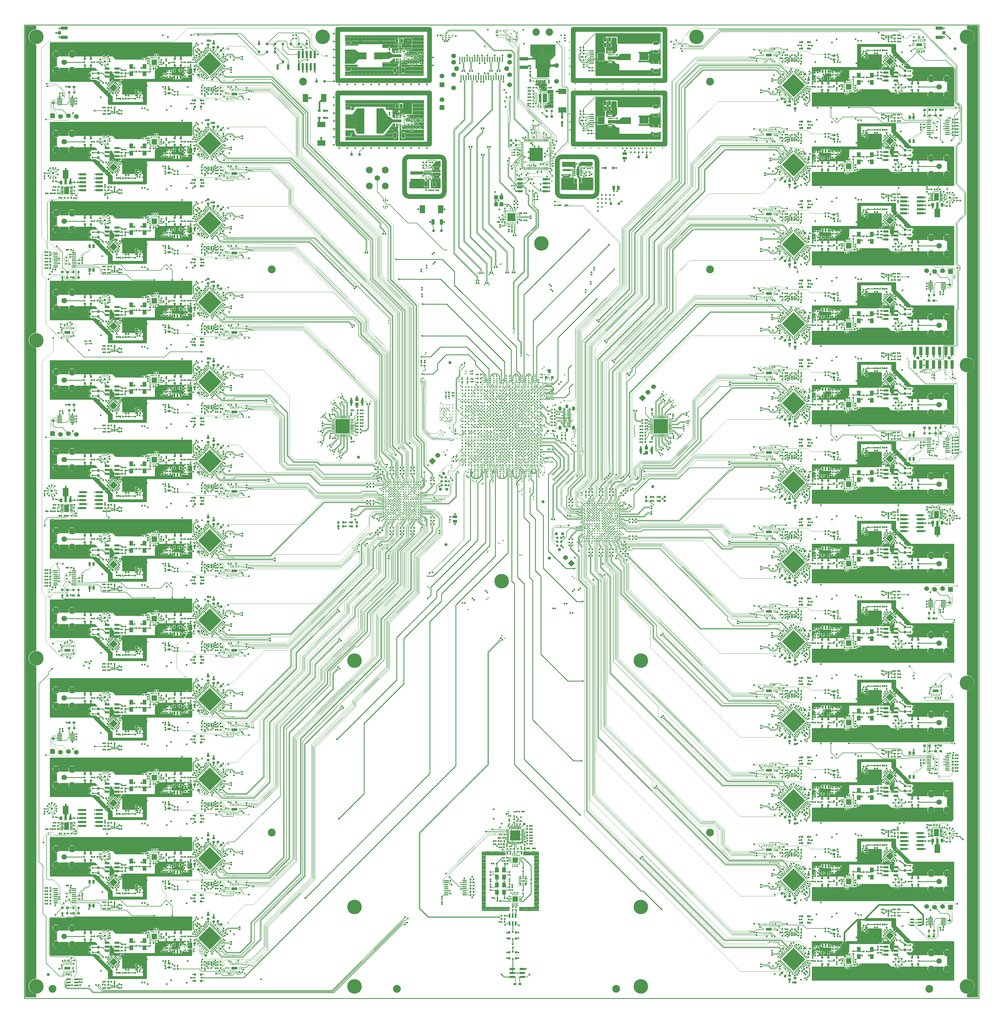
<source format=gtl>
*
*
G04 PADS VX.2.3 Build Number: 9191294 generated Gerber (RS-274-X) file*
G04 PC Version=2.1*
*
%IN "radiant_v3.pcb"*%
*
%MOIN*%
*
%FSLAX35Y35*%
*
*
*
*
G04 PC Standard Apertures*
*
*
G04 Thermal Relief Aperture macro.*
%AMTER*
1,1,$1,0,0*
1,0,$1-$2,0,0*
21,0,$3,$4,0,0,45*
21,0,$3,$4,0,0,135*
%
*
*
G04 Annular Aperture macro.*
%AMANN*
1,1,$1,0,0*
1,0,$2,0,0*
%
*
*
G04 Odd Aperture macro.*
%AMODD*
1,1,$1,0,0*
1,0,$1-0.005,0,0*
%
*
*
G04 PC Custom Aperture Macros*
*
*
*
*
*
*
G04 PC Aperture Table*
*
%ADD010C,0.001*%
%ADD011C,0.069*%
%ADD012C,0.085*%
%ADD013R,0.0315X0.02953*%
%ADD014R,0.02283X0.01969*%
%ADD015R,0.02X0.024*%
%ADD016C,0.012*%
%ADD017C,0.002*%
%ADD018R,0.01X0.026*%
%ADD019R,0.026X0.01*%
%ADD020R,0.07X0.07*%
%ADD021C,0.01969*%
%ADD022R,0.024X0.02*%
%ADD023R,0.025X0.02*%
%ADD024R,0.05X0.06*%
%ADD025R,0.065X0.03*%
%ADD026R,0.012X0.032*%
%ADD027R,0.128X0.128*%
%ADD028R,0.01969X0.01969*%
%ADD029R,0.01732X0.00787*%
%ADD030R,0.00787X0.01732*%
%ADD031R,0.02992X0.02992*%
%ADD032R,0.033X0.049*%
%ADD033R,0.071X0.108*%
%ADD034C,0.035*%
%ADD035R,0.01969X0.0315*%
%ADD036R,0.01969X0.02362*%
%ADD037R,0.022X0.039*%
%ADD038R,0.024X0.016*%
%ADD039R,0.06X0.013*%
%ADD040R,0.04724X0.05512*%
%ADD041R,0.024X0.055*%
%ADD043R,0.035X0.028*%
%ADD044R,0.038X0.03*%
%ADD045C,0.01181*%
%ADD046R,0.02165X0.03583*%
%ADD047R,0.02756X0.01181*%
%ADD048R,0.02165X0.05709*%
%ADD049R,0.05709X0.01772*%
%ADD050R,0.031X0.031*%
%ADD051C,0.01614*%
%ADD052R,0.06X0.06*%
%ADD053C,0.06*%
%ADD054R,0.02992X0.05*%
%ADD055C,0.00256*%
%ADD056R,0.18071X0.18071*%
%ADD058R,0.01181X0.02362*%
%ADD059R,0.01575X0.04528*%
%ADD060R,0.01181X0.04528*%
%ADD061R,0.1063X0.00787*%
%ADD062R,0.02362X0.01969*%
%ADD063R,0.02362X0.00984*%
%ADD064R,0.071X0.039*%
%ADD065R,0.035X0.055*%
%ADD066R,0.05906X0.05906*%
%ADD069R,0.11417X0.08071*%
%ADD070R,0.058X0.014*%
%ADD071R,0.091X0.097*%
%ADD073O,0.09055X0.05906*%
%ADD074R,0.09843X0.01378*%
%ADD075R,0.00984X0.02362*%
%ADD076R,0.13386X0.03858*%
%ADD077R,0.039X0.071*%
%ADD078R,0.0374X0.04724*%
%ADD079R,0.03937X0.03937*%
%ADD080R,0.01024X0.02913*%
%ADD081R,0.02913X0.01024*%
%ADD082R,0.09843X0.09843*%
%ADD083R,0.012X0.016*%
%ADD084R,0.016X0.012*%
%ADD085R,0.01378X0.01181*%
%ADD086R,0.01181X0.01378*%
%ADD087R,0.00945X0.03543*%
%ADD088R,0.03543X0.00945*%
%ADD089R,0.0748X0.03543*%
%ADD090C,0.00394*%
%ADD091R,0.16732X0.16732*%
%ADD092R,0.03937X0.08268*%
%ADD093R,0.00945X0.02264*%
%ADD094R,0.02264X0.00945*%
%ADD095R,0.05709X0.1063*%
%ADD096R,0.03346X0.1063*%
%ADD098R,0.093X0.093*%
%ADD099C,0.093*%
%ADD100R,0.03346X0.01181*%
%ADD102O,0.03937X0.05512*%
%ADD103R,0.071X0.102*%
%ADD104R,0.02362X0.01654*%
%ADD105C,0.014*%
%ADD106C,0.183*%
%ADD107R,0.055X0.035*%
%ADD108R,0.024X0.039*%
%ADD109O,0.01378X0.07087*%
%ADD110C,0.06102*%
%ADD111R,0.02992X0.09449*%
%ADD112C,0.039*%
%ADD113C,0.031*%
%ADD114R,0.03937X0.10827*%
%ADD115C,0.03937*%
%ADD116R,0.08661X0.04134*%
%ADD117R,0.04134X0.03937*%
%ADD118R,0.085X0.03*%
%ADD119C,0.00118*%
%ADD120R,0.06496X0.0937*%
%ADD121R,0.05512X0.02362*%
%ADD122O,0.074X0.024*%
%ADD123R,0.03937X0.01378*%
%ADD124R,0.01378X0.03937*%
%ADD125R,0.051X0.024*%
%ADD126R,0.036X0.036*%
%ADD127R,0.036X0.05*%
%ADD128C,0.008*%
%ADD129C,0.00039*%
%ADD130C,0.05906*%
%ADD132C,0.006*%
%ADD133C,0.004*%
%ADD134C,0.01*%
%ADD135C,0.007*%
%ADD136C,0.02*%
%ADD137C,0.003*%
%ADD138C,0.024*%
%ADD139C,0.016*%
%ADD140C,0.015*%
%ADD141C,0.009*%
%ADD150R,0.03X0.038*%
%ADD151R,0.01654X0.02362*%
%ADD162R,0.02953X0.0315*%
%ADD163R,0.01969X0.02283*%
%ADD344C,0.09843*%
%ADD345C,0.0063*%
%ADD346C,0.03*%
%ADD356O,0.03543X0.05118*%
%ADD358R,0.087X0.028*%
%ADD360R,0.0315X0.06693*%
%ADD361R,0.0315X0.04331*%
%ADD362R,0.01181X0.02756*%
%ADD366R,0.102X0.071*%
%ADD367R,0.09055X0.31496*%
%ADD368R,0.05984X0.02992*%
%ADD369R,0.02362X0.02362*%
%ADD370R,0.106X0.039*%
%ADD371R,0.1063X0.08661*%
%ADD372R,0.02402X0.05*%
%ADD373R,0.03937X0.03937*%
*
*
*
*
G04 PC Circuitry*
G04 Layer Name radiant_v3.pcb - circuitry*
%LPD*%
*
*
G04 PC Custom Flashes*
G04 Layer Name radiant_v3.pcb - flashes*
%LPD*%
*
*
G04 PC Circuitry*
G04 Layer Name radiant_v3.pcb - circuitry*
%LPD*%
*
G54D10*
G01X743349Y1276962D02*
Y1273046D01*
X744311*
X744326Y1273041*
X744339Y1273032*
X744348Y1273019*
X744353Y1273004*
Y1259267*
X759647*
Y1273004*
X759652Y1273019*
X759661Y1273032*
X759674Y1273041*
X759689Y1273046*
X760651*
Y1276962*
X758349*
Y1274209*
X758344Y1274194*
X758335Y1274181*
X758322Y1274171*
X758307Y1274167*
X758307D02*
X755693D01*
X755693D02*
X755678Y1274171D01*
X755665Y1274181*
X755656Y1274194*
X755651Y1274209*
Y1276962*
X753349*
Y1274209*
X753344Y1274194*
X753335Y1274181*
X753322Y1274171*
X753307Y1274167*
X753307D02*
X750693D01*
X750693D02*
X750678Y1274171D01*
X750665Y1274181*
X750656Y1274194*
X750651Y1274209*
Y1276962*
X748349*
Y1274209*
X748344Y1274194*
X748335Y1274181*
X748322Y1274171*
X748307Y1274167*
X748307D02*
X745693D01*
X745693D02*
X745678Y1274171D01*
X745665Y1274181*
X745656Y1274194*
X745651Y1274209*
Y1276962*
X743349*
X743350Y1273046D02*
Y1276962D01*
X743400Y1273046D02*
Y1276962D01*
X743450Y1273046D02*
Y1276962D01*
X743500Y1273046D02*
Y1276962D01*
X743550Y1273046D02*
Y1276962D01*
X743600Y1273046D02*
Y1276962D01*
X743650Y1273046D02*
Y1276962D01*
X743700Y1273046D02*
Y1276962D01*
X743750Y1273046D02*
Y1276962D01*
X743800Y1273046D02*
Y1276962D01*
X743850Y1273046D02*
Y1276962D01*
X743900Y1273046D02*
Y1276962D01*
X743950Y1273046D02*
Y1276962D01*
X744000Y1273046D02*
Y1276962D01*
X744050Y1273046D02*
Y1276962D01*
X744100Y1273046D02*
Y1276962D01*
X744150Y1273046D02*
Y1276962D01*
X744200Y1273046D02*
Y1276962D01*
X744250Y1273046D02*
Y1276962D01*
X744300Y1273046D02*
Y1276962D01*
X744350Y1273014D02*
Y1276962D01*
X744400Y1259267D02*
Y1276962D01*
X744450Y1259267D02*
Y1276962D01*
X744500Y1259267D02*
Y1276962D01*
X744550Y1259267D02*
Y1276962D01*
X744600Y1259267D02*
Y1276962D01*
X744650Y1259267D02*
Y1276962D01*
X744700Y1259267D02*
Y1276962D01*
X744750Y1259267D02*
Y1276962D01*
X744800Y1259267D02*
Y1276962D01*
X744850Y1259267D02*
Y1276962D01*
X744900Y1259267D02*
Y1276962D01*
X744950Y1259267D02*
Y1276962D01*
X745000Y1259267D02*
Y1276962D01*
X745050Y1259267D02*
Y1276962D01*
X745100Y1259267D02*
Y1276962D01*
X745150Y1259267D02*
Y1276962D01*
X745200Y1259267D02*
Y1276962D01*
X745250Y1259267D02*
Y1276962D01*
X745300Y1259267D02*
Y1276962D01*
X745350Y1259267D02*
Y1276962D01*
X745400Y1259267D02*
Y1276962D01*
X745450Y1259267D02*
Y1276962D01*
X745500Y1259267D02*
Y1276962D01*
X745550Y1259267D02*
Y1276962D01*
X745600Y1259267D02*
Y1276962D01*
X745650Y1259267D02*
Y1276962D01*
X745700Y1259267D02*
Y1274167D01*
X745750Y1259267D02*
Y1274167D01*
X745800Y1259267D02*
Y1274167D01*
X745850Y1259267D02*
Y1274167D01*
X745900Y1259267D02*
Y1274167D01*
X745950Y1259267D02*
Y1274167D01*
X746000Y1259267D02*
Y1274167D01*
X746050Y1259267D02*
Y1274167D01*
X746100Y1259267D02*
Y1274167D01*
X746150Y1259267D02*
Y1274167D01*
X746200Y1259267D02*
Y1274167D01*
X746250Y1259267D02*
Y1274167D01*
X746300Y1259267D02*
Y1274167D01*
X746350Y1259267D02*
Y1274167D01*
X746400Y1259267D02*
Y1274167D01*
X746450Y1259267D02*
Y1274167D01*
X746500Y1259267D02*
Y1274167D01*
X746550Y1259267D02*
Y1274167D01*
X746600Y1259267D02*
Y1274167D01*
X746650Y1259267D02*
Y1274167D01*
X746700Y1259267D02*
Y1274167D01*
X746750Y1259267D02*
Y1274167D01*
X746800Y1259267D02*
Y1274167D01*
X746850Y1259267D02*
Y1274167D01*
X746900Y1259267D02*
Y1274167D01*
X746950Y1259267D02*
Y1274167D01*
X747000Y1259267D02*
Y1274167D01*
X747050Y1259267D02*
Y1274167D01*
X747100Y1259267D02*
Y1274167D01*
X747150Y1259267D02*
Y1274167D01*
X747200Y1259267D02*
Y1274167D01*
X747250Y1259267D02*
Y1274167D01*
X747300Y1259267D02*
Y1274167D01*
X747350Y1259267D02*
Y1274167D01*
X747400Y1259267D02*
Y1274167D01*
X747450Y1259267D02*
Y1274167D01*
X747500Y1259267D02*
Y1274167D01*
X747550Y1259267D02*
Y1274167D01*
X747600Y1259267D02*
Y1274167D01*
X747650Y1259267D02*
Y1274167D01*
X747700Y1259267D02*
Y1274167D01*
X747750Y1259267D02*
Y1274167D01*
X747800Y1259267D02*
Y1274167D01*
X747850Y1259267D02*
Y1274167D01*
X747900Y1259267D02*
Y1274167D01*
X747950Y1259267D02*
Y1274167D01*
X748000Y1259267D02*
Y1274167D01*
X748050Y1259267D02*
Y1274167D01*
X748100Y1259267D02*
Y1274167D01*
X748150Y1259267D02*
Y1274167D01*
X748200Y1259267D02*
Y1274167D01*
X748250Y1259267D02*
Y1274167D01*
X748300Y1259267D02*
Y1274167D01*
X748350Y1259267D02*
Y1276962D01*
X748400Y1259267D02*
Y1276962D01*
X748450Y1259267D02*
Y1276962D01*
X748500Y1259267D02*
Y1276962D01*
X748550Y1259267D02*
Y1276962D01*
X748600Y1259267D02*
Y1276962D01*
X748650Y1259267D02*
Y1276962D01*
X748700Y1259267D02*
Y1276962D01*
X748750Y1259267D02*
Y1276962D01*
X748800Y1259267D02*
Y1276962D01*
X748850Y1259267D02*
Y1276962D01*
X748900Y1259267D02*
Y1276962D01*
X748950Y1259267D02*
Y1276962D01*
X749000Y1259267D02*
Y1276962D01*
X749050Y1259267D02*
Y1276962D01*
X749100Y1259267D02*
Y1276962D01*
X749150Y1259267D02*
Y1276962D01*
X749200Y1259267D02*
Y1276962D01*
X749250Y1259267D02*
Y1276962D01*
X749300Y1259267D02*
Y1276962D01*
X749350Y1259267D02*
Y1276962D01*
X749400Y1259267D02*
Y1276962D01*
X749450Y1259267D02*
Y1276962D01*
X749500Y1259267D02*
Y1276962D01*
X749550Y1259267D02*
Y1276962D01*
X749600Y1259267D02*
Y1276962D01*
X749650Y1259267D02*
Y1276962D01*
X749700Y1259267D02*
Y1276962D01*
X749750Y1259267D02*
Y1276962D01*
X749800Y1259267D02*
Y1276962D01*
X749850Y1259267D02*
Y1276962D01*
X749900Y1259267D02*
Y1276962D01*
X749950Y1259267D02*
Y1276962D01*
X750000Y1259267D02*
Y1276962D01*
X750050Y1259267D02*
Y1276962D01*
X750100Y1259267D02*
Y1276962D01*
X750150Y1259267D02*
Y1276962D01*
X750200Y1259267D02*
Y1276962D01*
X750250Y1259267D02*
Y1276962D01*
X750300Y1259267D02*
Y1276962D01*
X750350Y1259267D02*
Y1276962D01*
X750400Y1259267D02*
Y1276962D01*
X750450Y1259267D02*
Y1276962D01*
X750500Y1259267D02*
Y1276962D01*
X750550Y1259267D02*
Y1276962D01*
X750600Y1259267D02*
Y1276962D01*
X750650Y1259267D02*
Y1276962D01*
X750700Y1259267D02*
Y1274167D01*
X750750Y1259267D02*
Y1274167D01*
X750800Y1259267D02*
Y1274167D01*
X750850Y1259267D02*
Y1274167D01*
X750900Y1259267D02*
Y1274167D01*
X750950Y1259267D02*
Y1274167D01*
X751000Y1259267D02*
Y1274167D01*
X751050Y1259267D02*
Y1274167D01*
X751100Y1259267D02*
Y1274167D01*
X751150Y1259267D02*
Y1274167D01*
X751200Y1259267D02*
Y1274167D01*
X751250Y1259267D02*
Y1274167D01*
X751300Y1259267D02*
Y1274167D01*
X751350Y1259267D02*
Y1274167D01*
X751400Y1259267D02*
Y1274167D01*
X751450Y1259267D02*
Y1274167D01*
X751500Y1259267D02*
Y1274167D01*
X751550Y1259267D02*
Y1274167D01*
X751600Y1259267D02*
Y1274167D01*
X751650Y1259267D02*
Y1274167D01*
X751700Y1259267D02*
Y1274167D01*
X751750Y1259267D02*
Y1274167D01*
X751800Y1259267D02*
Y1274167D01*
X751850Y1259267D02*
Y1274167D01*
X751900Y1259267D02*
Y1274167D01*
X751950Y1259267D02*
Y1274167D01*
X752000Y1259267D02*
Y1274167D01*
X752050Y1259267D02*
Y1274167D01*
X752100Y1259267D02*
Y1274167D01*
X752150Y1259267D02*
Y1274167D01*
X752200Y1259267D02*
Y1274167D01*
X752250Y1259267D02*
Y1274167D01*
X752300Y1259267D02*
Y1274167D01*
X752350Y1259267D02*
Y1274167D01*
X752400Y1259267D02*
Y1274167D01*
X752450Y1259267D02*
Y1274167D01*
X752500Y1259267D02*
Y1274167D01*
X752550Y1259267D02*
Y1274167D01*
X752600Y1259267D02*
Y1274167D01*
X752650Y1259267D02*
Y1274167D01*
X752700Y1259267D02*
Y1274167D01*
X752750Y1259267D02*
Y1274167D01*
X752800Y1259267D02*
Y1274167D01*
X752850Y1259267D02*
Y1274167D01*
X752900Y1259267D02*
Y1274167D01*
X752950Y1259267D02*
Y1274167D01*
X753000Y1259267D02*
Y1274167D01*
X753050Y1259267D02*
Y1274167D01*
X753100Y1259267D02*
Y1274167D01*
X753150Y1259267D02*
Y1274167D01*
X753200Y1259267D02*
Y1274167D01*
X753250Y1259267D02*
Y1274167D01*
X753300Y1259267D02*
Y1274167D01*
X753350Y1259267D02*
Y1276962D01*
X753400Y1259267D02*
Y1276962D01*
X753450Y1259267D02*
Y1276962D01*
X753500Y1259267D02*
Y1276962D01*
X753550Y1259267D02*
Y1276962D01*
X753600Y1259267D02*
Y1276962D01*
X753650Y1259267D02*
Y1276962D01*
X753700Y1259267D02*
Y1276962D01*
X753750Y1259267D02*
Y1276962D01*
X753800Y1259267D02*
Y1276962D01*
X753850Y1259267D02*
Y1276962D01*
X753900Y1259267D02*
Y1276962D01*
X753950Y1259267D02*
Y1276962D01*
X754000Y1259267D02*
Y1276962D01*
X754050Y1259267D02*
Y1276962D01*
X754100Y1259267D02*
Y1276962D01*
X754150Y1259267D02*
Y1276962D01*
X754200Y1259267D02*
Y1276962D01*
X754250Y1259267D02*
Y1276962D01*
X754300Y1259267D02*
Y1276962D01*
X754350Y1259267D02*
Y1276962D01*
X754400Y1259267D02*
Y1276962D01*
X754450Y1259267D02*
Y1276962D01*
X754500Y1259267D02*
Y1276962D01*
X754550Y1259267D02*
Y1276962D01*
X754600Y1259267D02*
Y1276962D01*
X754650Y1259267D02*
Y1276962D01*
X754700Y1259267D02*
Y1276962D01*
X754750Y1259267D02*
Y1276962D01*
X754800Y1259267D02*
Y1276962D01*
X754850Y1259267D02*
Y1276962D01*
X754900Y1259267D02*
Y1276962D01*
X754950Y1259267D02*
Y1276962D01*
X755000Y1259267D02*
Y1276962D01*
X755050Y1259267D02*
Y1276962D01*
X755100Y1259267D02*
Y1276962D01*
X755150Y1259267D02*
Y1276962D01*
X755200Y1259267D02*
Y1276962D01*
X755250Y1259267D02*
Y1276962D01*
X755300Y1259267D02*
Y1276962D01*
X755350Y1259267D02*
Y1276962D01*
X755400Y1259267D02*
Y1276962D01*
X755450Y1259267D02*
Y1276962D01*
X755500Y1259267D02*
Y1276962D01*
X755550Y1259267D02*
Y1276962D01*
X755600Y1259267D02*
Y1276962D01*
X755650Y1259267D02*
Y1276962D01*
X755700Y1259267D02*
Y1274167D01*
X755750Y1259267D02*
Y1274167D01*
X755800Y1259267D02*
Y1274167D01*
X755850Y1259267D02*
Y1274167D01*
X755900Y1259267D02*
Y1274167D01*
X755950Y1259267D02*
Y1274167D01*
X756000Y1259267D02*
Y1274167D01*
X756050Y1259267D02*
Y1274167D01*
X756100Y1259267D02*
Y1274167D01*
X756150Y1259267D02*
Y1274167D01*
X756200Y1259267D02*
Y1274167D01*
X756250Y1259267D02*
Y1274167D01*
X756300Y1259267D02*
Y1274167D01*
X756350Y1259267D02*
Y1274167D01*
X756400Y1259267D02*
Y1274167D01*
X756450Y1259267D02*
Y1274167D01*
X756500Y1259267D02*
Y1274167D01*
X756550Y1259267D02*
Y1274167D01*
X756600Y1259267D02*
Y1274167D01*
X756650Y1259267D02*
Y1274167D01*
X756700Y1259267D02*
Y1274167D01*
X756750Y1259267D02*
Y1274167D01*
X756800Y1259267D02*
Y1274167D01*
X756850Y1259267D02*
Y1274167D01*
X756900Y1259267D02*
Y1274167D01*
X756950Y1259267D02*
Y1274167D01*
X757000Y1259267D02*
Y1274167D01*
X757050Y1259267D02*
Y1274167D01*
X757100Y1259267D02*
Y1274167D01*
X757150Y1259267D02*
Y1274167D01*
X757200Y1259267D02*
Y1274167D01*
X757250Y1259267D02*
Y1274167D01*
X757300Y1259267D02*
Y1274167D01*
X757350Y1259267D02*
Y1274167D01*
X757400Y1259267D02*
Y1274167D01*
X757450Y1259267D02*
Y1274167D01*
X757500Y1259267D02*
Y1274167D01*
X757550Y1259267D02*
Y1274167D01*
X757600Y1259267D02*
Y1274167D01*
X757650Y1259267D02*
Y1274167D01*
X757700Y1259267D02*
Y1274167D01*
X757750Y1259267D02*
Y1274167D01*
X757800Y1259267D02*
Y1274167D01*
X757850Y1259267D02*
Y1274167D01*
X757900Y1259267D02*
Y1274167D01*
X757950Y1259267D02*
Y1274167D01*
X758000Y1259267D02*
Y1274167D01*
X758050Y1259267D02*
Y1274167D01*
X758100Y1259267D02*
Y1274167D01*
X758150Y1259267D02*
Y1274167D01*
X758200Y1259267D02*
Y1274167D01*
X758250Y1259267D02*
Y1274167D01*
X758300Y1259267D02*
Y1274167D01*
X758350Y1259267D02*
Y1276962D01*
X758400Y1259267D02*
Y1276962D01*
X758450Y1259267D02*
Y1276962D01*
X758500Y1259267D02*
Y1276962D01*
X758550Y1259267D02*
Y1276962D01*
X758600Y1259267D02*
Y1276962D01*
X758650Y1259267D02*
Y1276962D01*
X758700Y1259267D02*
Y1276962D01*
X758750Y1259267D02*
Y1276962D01*
X758800Y1259267D02*
Y1276962D01*
X758850Y1259267D02*
Y1276962D01*
X758900Y1259267D02*
Y1276962D01*
X758950Y1259267D02*
Y1276962D01*
X759000Y1259267D02*
Y1276962D01*
X759050Y1259267D02*
Y1276962D01*
X759100Y1259267D02*
Y1276962D01*
X759150Y1259267D02*
Y1276962D01*
X759200Y1259267D02*
Y1276962D01*
X759250Y1259267D02*
Y1276962D01*
X759300Y1259267D02*
Y1276962D01*
X759350Y1259267D02*
Y1276962D01*
X759400Y1259267D02*
Y1276962D01*
X759450Y1259267D02*
Y1276962D01*
X759500Y1259267D02*
Y1276962D01*
X759550Y1259267D02*
Y1276962D01*
X759600Y1259267D02*
Y1276962D01*
X759650Y1273014D02*
Y1276962D01*
X759700Y1273046D02*
Y1276962D01*
X759750Y1273046D02*
Y1276962D01*
X759800Y1273046D02*
Y1276962D01*
X759850Y1273046D02*
Y1276962D01*
X759900Y1273046D02*
Y1276962D01*
X759950Y1273046D02*
Y1276962D01*
X760000Y1273046D02*
Y1276962D01*
X760050Y1273046D02*
Y1276962D01*
X760100Y1273046D02*
Y1276962D01*
X760150Y1273046D02*
Y1276962D01*
X760200Y1273046D02*
Y1276962D01*
X760250Y1273046D02*
Y1276962D01*
X760300Y1273046D02*
Y1276962D01*
X760350Y1273046D02*
Y1276962D01*
X760400Y1273046D02*
Y1276962D01*
X760450Y1273046D02*
Y1276962D01*
X760500Y1273046D02*
Y1276962D01*
X760550Y1273046D02*
Y1276962D01*
X760600Y1273046D02*
Y1276962D01*
X760650Y1273046D02*
Y1276962D01*
G54D11*
X543650Y1132200D03*
X150000Y178000D03*
Y278000D03*
Y378000D03*
Y478000D03*
Y578000D03*
Y678000D03*
Y778000D03*
Y878000D03*
Y978000D03*
Y1078000D03*
Y1178000D03*
Y1278000D03*
X1250000Y1247000D03*
Y1147000D03*
Y1047000D03*
Y947000D03*
Y847000D03*
Y747000D03*
Y647000D03*
Y547000D03*
Y447000D03*
Y347000D03*
Y247000D03*
Y147000D03*
G54D12*
X533650Y1142200D03*
X553650D03*
X533650Y1122200D03*
X553650D03*
X140000Y188000D03*
X160000D03*
X140000Y168000D03*
X160000D03*
X140000Y288000D03*
X160000D03*
X140000Y268000D03*
X160000D03*
X140000Y388000D03*
X160000D03*
X140000Y368000D03*
X160000D03*
X140000Y488000D03*
X160000D03*
X140000Y468000D03*
X160000D03*
X140000Y588000D03*
X160000D03*
X140000Y568000D03*
X160000D03*
X140000Y688000D03*
X160000D03*
X140000Y668000D03*
X160000D03*
X140000Y788000D03*
X160000D03*
X140000Y768000D03*
X160000D03*
X140000Y888000D03*
X160000D03*
X140000Y868000D03*
X160000D03*
X140000Y988000D03*
X160000D03*
X140000Y968000D03*
X160000D03*
X140000Y1088000D03*
X160000D03*
X140000Y1068000D03*
X160000D03*
X140000Y1188000D03*
X160000D03*
X140000Y1168000D03*
X160000D03*
X140000Y1288000D03*
X160000D03*
X140000Y1268000D03*
X160000D03*
X1260000Y1237000D03*
X1240000D03*
X1260000Y1257000D03*
X1240000D03*
X1260000Y1137000D03*
X1240000D03*
X1260000Y1157000D03*
X1240000D03*
X1260000Y1037000D03*
X1240000D03*
X1260000Y1057000D03*
X1240000D03*
X1260000Y937000D03*
X1240000D03*
X1260000Y957000D03*
X1240000D03*
X1260000Y837000D03*
X1240000D03*
X1260000Y857000D03*
X1240000D03*
X1260000Y737000D03*
X1240000D03*
X1260000Y757000D03*
X1240000D03*
X1260000Y637000D03*
X1240000D03*
X1260000Y657000D03*
X1240000D03*
X1260000Y537000D03*
X1240000D03*
X1260000Y557000D03*
X1240000D03*
X1260000Y437000D03*
X1240000D03*
X1260000Y457000D03*
X1240000D03*
X1260000Y337000D03*
X1240000D03*
X1260000Y357000D03*
X1240000D03*
X1260000Y237000D03*
X1240000D03*
X1260000Y257000D03*
X1240000D03*
X1260000Y137000D03*
X1240000D03*
X1260000Y157000D03*
X1240000D03*
G54D13*
X1216260Y242965D03*
Y251035D03*
X1223740Y242965D03*
Y251035D03*
X183740Y182035D03*
Y173965D03*
X176260Y182035D03*
Y173965D03*
X289260D03*
Y182035D03*
X296740Y173965D03*
Y182035D03*
X183740Y282035D03*
Y273965D03*
X176260Y282035D03*
Y273965D03*
X289260D03*
Y282035D03*
X296740Y273965D03*
Y282035D03*
X183740Y382035D03*
Y373965D03*
X176260Y382035D03*
Y373965D03*
X289260D03*
Y382035D03*
X296740Y373965D03*
Y382035D03*
X183740Y482035D03*
Y473965D03*
X176260Y482035D03*
Y473965D03*
X289260D03*
Y482035D03*
X296740Y473965D03*
Y482035D03*
X314606Y121890D03*
Y129960D03*
X322086Y121890D03*
Y129960D03*
X314606Y221890D03*
Y229960D03*
X322086Y221890D03*
Y229960D03*
X314606Y321890D03*
Y329960D03*
X322086Y321890D03*
Y329960D03*
X314606Y421890D03*
Y429960D03*
X322086Y421890D03*
Y429960D03*
X183740Y582035D03*
Y573965D03*
X176260Y582035D03*
Y573965D03*
X289260D03*
Y582035D03*
X296740Y573965D03*
Y582035D03*
X314606Y521890D03*
Y529960D03*
X322086Y521890D03*
Y529960D03*
X183740Y682035D03*
Y673965D03*
X176260Y682035D03*
Y673965D03*
X289260D03*
Y682035D03*
X296740Y673965D03*
Y682035D03*
X314606Y621890D03*
Y629960D03*
X322086Y621890D03*
Y629960D03*
X183740Y782035D03*
Y773965D03*
X176260Y782035D03*
Y773965D03*
X289260D03*
Y782035D03*
X296740Y773965D03*
Y782035D03*
X314606Y721890D03*
Y729960D03*
X322086Y721890D03*
Y729960D03*
X183740Y882035D03*
Y873965D03*
X176260Y882035D03*
Y873965D03*
X289260D03*
Y882035D03*
X296740Y873965D03*
Y882035D03*
X314606Y821890D03*
Y829960D03*
X322086Y821890D03*
Y829960D03*
X183740Y982035D03*
Y973965D03*
X176260Y982035D03*
Y973965D03*
X289260D03*
Y982035D03*
X296740Y973965D03*
Y982035D03*
X314606Y921890D03*
Y929960D03*
X322086Y921890D03*
Y929960D03*
X183740Y1082035D03*
Y1073965D03*
X176260Y1082035D03*
Y1073965D03*
X289260D03*
Y1082035D03*
X296740Y1073965D03*
Y1082035D03*
X314606Y1021890D03*
Y1029960D03*
X322086Y1021890D03*
Y1029960D03*
X183740Y1182035D03*
Y1173965D03*
X176260Y1182035D03*
Y1173965D03*
X289260D03*
Y1182035D03*
X296740Y1173965D03*
Y1182035D03*
X314606Y1121890D03*
Y1129960D03*
X322086Y1121890D03*
Y1129960D03*
X183740Y1282035D03*
Y1273965D03*
X176260Y1282035D03*
Y1273965D03*
X289260D03*
Y1282035D03*
X296740Y1273965D03*
Y1282035D03*
X314606Y1221890D03*
Y1229960D03*
X322086Y1221890D03*
Y1229960D03*
X1216260Y1242965D03*
Y1251035D03*
X1223740Y1242965D03*
Y1251035D03*
X1110740D03*
Y1242965D03*
X1103260Y1251035D03*
Y1242965D03*
X1085394Y1303110D03*
Y1295040D03*
X1077914Y1303110D03*
Y1295040D03*
X1216260Y1142965D03*
Y1151035D03*
X1223740Y1142965D03*
Y1151035D03*
X1110740D03*
Y1142965D03*
X1103260Y1151035D03*
Y1142965D03*
X1085394Y1203110D03*
Y1195040D03*
X1077914Y1203110D03*
Y1195040D03*
X1216260Y1042965D03*
Y1051035D03*
X1223740Y1042965D03*
Y1051035D03*
X1110740D03*
Y1042965D03*
X1103260Y1051035D03*
Y1042965D03*
X1085394Y1103110D03*
Y1095040D03*
X1077914Y1103110D03*
Y1095040D03*
X1216260Y942965D03*
Y951035D03*
X1223740Y942965D03*
Y951035D03*
X1110740D03*
Y942965D03*
X1103260Y951035D03*
Y942965D03*
X1085394Y1003110D03*
Y995040D03*
X1077914Y1003110D03*
Y995040D03*
X1216260Y842965D03*
Y851035D03*
X1223740Y842965D03*
Y851035D03*
X1110740D03*
Y842965D03*
X1103260Y851035D03*
Y842965D03*
X1085394Y903110D03*
Y895040D03*
X1077914Y903110D03*
Y895040D03*
X1216260Y742965D03*
Y751035D03*
X1223740Y742965D03*
Y751035D03*
X1110740D03*
Y742965D03*
X1103260Y751035D03*
Y742965D03*
X1085394Y803110D03*
Y795040D03*
X1077914Y803110D03*
Y795040D03*
X1216260Y642965D03*
Y651035D03*
X1223740Y642965D03*
Y651035D03*
X1110740D03*
Y642965D03*
X1103260Y651035D03*
Y642965D03*
X1085394Y703110D03*
Y695040D03*
X1077914Y703110D03*
Y695040D03*
X1216260Y542965D03*
Y551035D03*
X1223740Y542965D03*
Y551035D03*
X1110740D03*
Y542965D03*
X1103260Y551035D03*
Y542965D03*
X1085394Y603110D03*
Y595040D03*
X1077914Y603110D03*
Y595040D03*
X1216260Y442965D03*
Y451035D03*
X1223740Y442965D03*
Y451035D03*
X1110740D03*
Y442965D03*
X1103260Y451035D03*
Y442965D03*
X1085394Y503110D03*
Y495040D03*
X1077914Y503110D03*
Y495040D03*
X1216260Y342965D03*
Y351035D03*
X1223740Y342965D03*
Y351035D03*
X1110740D03*
Y342965D03*
X1103260Y351035D03*
Y342965D03*
X1085394Y403110D03*
Y395040D03*
X1077914Y403110D03*
Y395040D03*
X1110740Y251035D03*
Y242965D03*
X1103260Y251035D03*
Y242965D03*
X1085394Y303110D03*
Y295040D03*
X1077914Y303110D03*
Y295040D03*
X1216260Y142965D03*
Y151035D03*
X1223740Y142965D03*
Y151035D03*
X1110740D03*
Y142965D03*
X1103260Y151035D03*
Y142965D03*
X1085394Y203110D03*
Y195040D03*
X1077914Y203110D03*
Y195040D03*
G54D14*
X1215433Y247000D03*
X1224567D03*
X184567Y178000D03*
X175433D03*
X288433D03*
X297567D03*
X184567Y278000D03*
X175433D03*
X288433D03*
X297567D03*
X184567Y378000D03*
X175433D03*
X288433D03*
X297567D03*
X184567Y478000D03*
X175433D03*
X288433D03*
X297567D03*
X313779Y125925D03*
X322913D03*
X313779Y225925D03*
X322913D03*
X313779Y325925D03*
X322913D03*
X313779Y425925D03*
X322913D03*
X184567Y578000D03*
X175433D03*
X288433D03*
X297567D03*
X313779Y525925D03*
X322913D03*
X184567Y678000D03*
X175433D03*
X288433D03*
X297567D03*
X313779Y625925D03*
X322913D03*
X184567Y778000D03*
X175433D03*
X288433D03*
X297567D03*
X313779Y725925D03*
X322913D03*
X184567Y878000D03*
X175433D03*
X288433D03*
X297567D03*
X313779Y825925D03*
X322913D03*
X184567Y978000D03*
X175433D03*
X288433D03*
X297567D03*
X313779Y925925D03*
X322913D03*
X184567Y1078000D03*
X175433D03*
X288433D03*
X297567D03*
X313779Y1025925D03*
X322913D03*
X184567Y1178000D03*
X175433D03*
X288433D03*
X297567D03*
X313779Y1125925D03*
X322913D03*
X184567Y1278000D03*
X175433D03*
X288433D03*
X297567D03*
X313779Y1225925D03*
X322913D03*
X1215433Y1247000D03*
X1224567D03*
X1111567D03*
X1102433D03*
X1086221Y1299075D03*
X1077087D03*
X1215433Y1147000D03*
X1224567D03*
X1111567D03*
X1102433D03*
X1086221Y1199075D03*
X1077087D03*
X1215433Y1047000D03*
X1224567D03*
X1111567D03*
X1102433D03*
X1086221Y1099075D03*
X1077087D03*
X1215433Y947000D03*
X1224567D03*
X1111567D03*
X1102433D03*
X1086221Y999075D03*
X1077087D03*
X1215433Y847000D03*
X1224567D03*
X1111567D03*
X1102433D03*
X1086221Y899075D03*
X1077087D03*
X1215433Y747000D03*
X1224567D03*
X1111567D03*
X1102433D03*
X1086221Y799075D03*
X1077087D03*
X1215433Y647000D03*
X1224567D03*
X1111567D03*
X1102433D03*
X1086221Y699075D03*
X1077087D03*
X1215433Y547000D03*
X1224567D03*
X1111567D03*
X1102433D03*
X1086221Y599075D03*
X1077087D03*
X1215433Y447000D03*
X1224567D03*
X1111567D03*
X1102433D03*
X1086221Y499075D03*
X1077087D03*
X1215433Y347000D03*
X1224567D03*
X1111567D03*
X1102433D03*
X1086221Y399075D03*
X1077087D03*
X1111567Y247000D03*
X1102433D03*
X1086221Y299075D03*
X1077087D03*
X1215433Y147000D03*
X1224567D03*
X1111567D03*
X1102433D03*
X1086221Y199075D03*
X1077087D03*
G54D15*
X1214228Y267000D03*
X1217772D03*
X719772Y1161000D03*
X716228D03*
X756228Y1246000D03*
X759772D03*
X739772Y1226000D03*
X736228D03*
X739772Y1222000D03*
X736228D03*
X1200772Y973000D03*
X1197228D03*
X1200772Y873000D03*
X1197228D03*
X1200772Y573000D03*
X1197228D03*
X1200772Y473000D03*
X1197228D03*
X1200772Y373000D03*
X1197228D03*
X1200772Y273000D03*
X1197228D03*
X1200772Y173000D03*
X1197228D03*
X1214228Y567000D03*
X1217772D03*
X185772Y1158000D03*
X182228D03*
X185772Y958000D03*
X182228D03*
X185772Y764000D03*
X182228D03*
X185772Y564000D03*
X182228D03*
X305772Y178000D03*
X302228D03*
X305772Y278000D03*
X302228D03*
X706772Y277000D03*
X703228D03*
X694728Y222500D03*
X698272D03*
X703728Y226000D03*
X707272D03*
X191772Y178000D03*
X188228D03*
X191772Y278000D03*
X188228D03*
X136228Y328000D03*
X139772D03*
X163228Y327000D03*
X166772D03*
X240978Y166000D03*
X244522D03*
X302228Y171500D03*
X305772D03*
X302435Y160193D03*
X305978D03*
X283862Y166760D03*
X280319D03*
X252772Y182000D03*
X249228D03*
X133072Y313000D03*
X129528D03*
X199228Y152000D03*
X202772D03*
X302435Y260193D03*
X305978D03*
X302228Y271500D03*
X305772D03*
X283862Y266760D03*
X280319D03*
X199228Y252000D03*
X202772D03*
X240978Y266000D03*
X244522D03*
X252772Y282000D03*
X249228D03*
X302435Y360193D03*
X305978D03*
X283862Y366760D03*
X280319D03*
X302228Y371500D03*
X305772D03*
Y378000D03*
X302228D03*
X191772D03*
X188228D03*
X252772Y382000D03*
X249228D03*
X240978Y366000D03*
X244522D03*
X199228Y352000D03*
X202772D03*
X302435Y460193D03*
X305978D03*
X283862Y466760D03*
X280319D03*
X302228Y471500D03*
X305772D03*
X252772Y482000D03*
X249228D03*
X191772Y478000D03*
X188228D03*
X199228Y452000D03*
X202772D03*
X305772Y478000D03*
X302228D03*
X240978Y466000D03*
X244522D03*
X700228Y200000D03*
X703772D03*
X700228Y204000D03*
X703772D03*
X199228Y552000D03*
X202772D03*
X240978Y566000D03*
X244522D03*
X191772Y578000D03*
X188228D03*
X283862Y566760D03*
X280319D03*
X302228Y571500D03*
X305772D03*
X302435Y560193D03*
X305978D03*
X252772Y582000D03*
X249228D03*
X305772Y578000D03*
X302228D03*
X252772Y682000D03*
X249228D03*
X240978Y666000D03*
X244522D03*
X199228Y652000D03*
X202772D03*
X191772Y678000D03*
X188228D03*
X283862Y666760D03*
X280319D03*
X302228Y671500D03*
X305772D03*
X302435Y660193D03*
X305978D03*
X252772Y782000D03*
X249228D03*
X305772Y678000D03*
X302228D03*
X252772Y882000D03*
X249228D03*
X199228Y752000D03*
X202772D03*
X302435Y760193D03*
X305978D03*
X305772Y778000D03*
X302228D03*
X240978Y766000D03*
X244522D03*
X191772Y778000D03*
X188228D03*
X283862Y766760D03*
X280319D03*
X302228Y771500D03*
X305772D03*
X199228Y852000D03*
X202772D03*
X302435Y860193D03*
X305978D03*
X305772Y878000D03*
X302228D03*
X240978Y866000D03*
X244522D03*
X191772Y878000D03*
X188228D03*
X283862Y866760D03*
X280319D03*
X302228Y871500D03*
X305772D03*
X522772Y812000D03*
X519228D03*
X522772Y816000D03*
X519228D03*
X693772Y269500D03*
X690228D03*
X694772Y226000D03*
X691228D03*
X703272Y294000D03*
X699728D03*
X703272Y290000D03*
X699728D03*
X133072Y713000D03*
X129528D03*
X163228Y727000D03*
X166772D03*
X136228Y728000D03*
X139772D03*
X331228Y138000D03*
X334772D03*
X343228Y142000D03*
X346772D03*
X343228Y242000D03*
X346772D03*
X331228Y238000D03*
X334772D03*
X158772Y242000D03*
X155228D03*
X205272Y113000D03*
X201728D03*
X205272Y213000D03*
X201728D03*
X331269Y338000D03*
X334813D03*
X343269Y342000D03*
X346813D03*
X343228Y442000D03*
X346772D03*
X331228Y438000D03*
X334772D03*
X205272Y313000D03*
X201728D03*
X205272Y413000D03*
X201728D03*
X144728Y439000D03*
X148272D03*
X158772Y642000D03*
X155228D03*
X144728Y839000D03*
X148272D03*
X343228Y542000D03*
X346772D03*
X331228Y538000D03*
X334772D03*
X205272Y513000D03*
X201728D03*
X343228Y642000D03*
X346772D03*
X331228Y638000D03*
X334772D03*
X205272Y613000D03*
X201728D03*
X343269Y742000D03*
X346813D03*
X331269Y738000D03*
X334813D03*
X205272Y713000D03*
X201728D03*
X343228Y842000D03*
X346772D03*
X331228Y838000D03*
X334772D03*
X205272Y813000D03*
X201728D03*
X343269Y1142000D03*
X346813D03*
X331269Y1138000D03*
X334813D03*
X283862Y1266760D03*
X280319D03*
X240978Y1266000D03*
X244522D03*
X343228Y1242000D03*
X346772D03*
X331228Y1238000D03*
X334772D03*
X240978Y1166000D03*
X244522D03*
X191772Y978000D03*
X188228D03*
X283862Y1166760D03*
X280319D03*
X252772Y1282000D03*
X249228D03*
X331228Y1038000D03*
X334772D03*
X343228Y1042000D03*
X346772D03*
X240978Y1066000D03*
X244522D03*
X283862Y1066760D03*
X280319D03*
X252772Y1182000D03*
X249228D03*
X252772Y1082000D03*
X249228D03*
X331228Y938000D03*
X334772D03*
X343228Y942000D03*
X346772D03*
X302228Y971500D03*
X305772D03*
X302435Y960193D03*
X305978D03*
X240978Y966000D03*
X244522D03*
X305772Y978000D03*
X302228D03*
X158772Y1042000D03*
X155228D03*
X144728Y1239000D03*
X148272D03*
X283862Y966760D03*
X280319D03*
X252772Y982000D03*
X249228D03*
X133072Y1113000D03*
X129528D03*
X163228Y1127000D03*
X166772D03*
X136228Y1128000D03*
X139772D03*
X205272Y1213000D03*
X201728D03*
X199228Y1252000D03*
X202772D03*
X191772Y1278000D03*
X188228D03*
X302228Y1271500D03*
X305772D03*
X302435Y1260193D03*
X305978D03*
X305772Y1278000D03*
X302228D03*
X205272Y1113000D03*
X201728D03*
X199228Y1152000D03*
X202772D03*
X191772Y1178000D03*
X188228D03*
X302228Y1171500D03*
X305772D03*
X302435Y1160193D03*
X305978D03*
X305772Y1178000D03*
X302228D03*
X205272Y1013000D03*
X201728D03*
X199228Y1052000D03*
X202772D03*
X191772Y1078000D03*
X188228D03*
X302228Y1071500D03*
X305772D03*
X302435Y1060193D03*
X305978D03*
X305772Y1078000D03*
X302228D03*
X205272Y913000D03*
X201728D03*
X199228Y952000D03*
X202772D03*
X572772Y1216000D03*
X569228D03*
X572772Y1193000D03*
X569228D03*
X573272Y1298000D03*
X569728D03*
X572772Y1275000D03*
X569228D03*
X802772Y1216500D03*
X799228D03*
X802772Y1200500D03*
X799228D03*
X805772Y1204500D03*
X802228D03*
X802772Y1296500D03*
X799228D03*
X802772Y1280500D03*
X799228D03*
X805772Y1284500D03*
X802228D03*
X794228Y1150000D03*
X797772D03*
X519228Y820000D03*
X522772D03*
X487272Y835000D03*
X483728D03*
X487772Y805000D03*
X484228D03*
X519228Y824000D03*
X522772D03*
X877228Y828000D03*
X880772D03*
X877228Y824000D03*
X880772D03*
Y820000D03*
X877228D03*
X912728Y805000D03*
X916272D03*
X912228Y835000D03*
X915772D03*
X880772Y816000D03*
X877228D03*
X1241228Y1183000D03*
X1244772D03*
X1255272Y986000D03*
X1251728D03*
X1236772Y1098000D03*
X1233228D03*
X1263772Y1097000D03*
X1260228D03*
X1200772Y1273000D03*
X1197228D03*
X1208228Y1247000D03*
X1211772D03*
X1097772Y1253500D03*
X1094228D03*
X1097565Y1264807D03*
X1094022D03*
X1094228Y1247000D03*
X1097772D03*
X1068772Y1287000D03*
X1065228D03*
X1056772Y1283000D03*
X1053228D03*
X1159022Y1259000D03*
X1155478D03*
X1116138Y1258240D03*
X1119681D03*
X1147228Y1243000D03*
X1150772D03*
X1147228Y1143000D03*
X1150772D03*
X1194728Y1312000D03*
X1198272D03*
X1147228Y1043000D03*
X1150772D03*
X1116138Y1158240D03*
X1119681D03*
X1159022Y1159000D03*
X1155478D03*
X1056772Y1183000D03*
X1053228D03*
X1068772Y1187000D03*
X1065228D03*
X1094228Y1147000D03*
X1097772D03*
X1097565Y1164807D03*
X1094022D03*
X1097772Y1153500D03*
X1094228D03*
X1208228Y1147000D03*
X1211772D03*
X1200772Y1173000D03*
X1197228D03*
X1194728Y1212000D03*
X1198272D03*
X1147228Y943000D03*
X1150772D03*
X1068731Y1087000D03*
X1065187D03*
X1056731Y1083000D03*
X1053187D03*
X1159022Y1059000D03*
X1155478D03*
X1200772Y1073000D03*
X1197228D03*
X1208228Y1047000D03*
X1211772D03*
X1116138Y1058240D03*
X1119681D03*
X1097565Y1064807D03*
X1094022D03*
X1094228Y1047000D03*
X1097772D03*
Y1053500D03*
X1094228D03*
X1194728Y1112000D03*
X1198272D03*
X1068772Y987000D03*
X1065228D03*
X1056772Y983000D03*
X1053228D03*
X1159022Y959000D03*
X1155478D03*
X1208228Y947000D03*
X1211772D03*
X1116138Y958240D03*
X1119681D03*
X1097772Y953500D03*
X1094228D03*
X1097565Y964807D03*
X1094022D03*
X1094228Y947000D03*
X1097772D03*
X1194728Y1012000D03*
X1198272D03*
X1255272Y186000D03*
X1251728D03*
X1241228Y383000D03*
X1244772D03*
X1236772Y698000D03*
X1233228D03*
X1263772Y697000D03*
X1260228D03*
X1068772Y887000D03*
X1065228D03*
X1056772Y883000D03*
X1053228D03*
X1159022Y859000D03*
X1155478D03*
X1208228Y847000D03*
X1211772D03*
X1116138Y858240D03*
X1119681D03*
X1097772Y853500D03*
X1094228D03*
X1097565Y864807D03*
X1094022D03*
X1147228Y843000D03*
X1150772D03*
X1094228Y847000D03*
X1097772D03*
X1194728Y912000D03*
X1198272D03*
X1147228Y743000D03*
X1150772D03*
X1068772Y787000D03*
X1065228D03*
X1056772Y783000D03*
X1053228D03*
X1159022Y759000D03*
X1155478D03*
X1200772Y773000D03*
X1197228D03*
X1208228Y747000D03*
X1211772D03*
X1116138Y758240D03*
X1119681D03*
X1097772Y753500D03*
X1094228D03*
X1097565Y764807D03*
X1094022D03*
X1147228Y643000D03*
X1150772D03*
X1094228Y747000D03*
X1097772D03*
X1194728Y812000D03*
X1198272D03*
X1147228Y543000D03*
X1150772D03*
X1068731Y687000D03*
X1065187D03*
X1056731Y683000D03*
X1053187D03*
X1159022Y659000D03*
X1155478D03*
X1200772Y673000D03*
X1197228D03*
X1208228Y647000D03*
X1211772D03*
X1116138Y658240D03*
X1119681D03*
X1097772Y653500D03*
X1094228D03*
X1097565Y664807D03*
X1094022D03*
X1094228Y647000D03*
X1097772D03*
X1194728Y712000D03*
X1198272D03*
X1068772Y587000D03*
X1065228D03*
X1056772Y583000D03*
X1053228D03*
X1159022Y559000D03*
X1155478D03*
X1208228Y547000D03*
X1211772D03*
X1116138Y558240D03*
X1119681D03*
X1097772Y553500D03*
X1094228D03*
X1097565Y564807D03*
X1094022D03*
X1094228Y547000D03*
X1097772D03*
X1194728Y612000D03*
X1198272D03*
X1255272Y586000D03*
X1251728D03*
X1241228Y783000D03*
X1244772D03*
X1116138Y458240D03*
X1119681D03*
X1068772Y487000D03*
X1065228D03*
X1056772Y483000D03*
X1053228D03*
X1159022Y459000D03*
X1155478D03*
X1208228Y447000D03*
X1211772D03*
X1097772Y453500D03*
X1094228D03*
X1097565Y464807D03*
X1094022D03*
X1147228Y443000D03*
X1150772D03*
X1094228Y447000D03*
X1097772D03*
X1068772Y387000D03*
X1065228D03*
X1056772Y383000D03*
X1053228D03*
X1159022Y359000D03*
X1155478D03*
X1208228Y347000D03*
X1211772D03*
X1097772Y353500D03*
X1094228D03*
X1097565Y364807D03*
X1094022D03*
X1147228Y243000D03*
X1150772D03*
X1094228Y347000D03*
X1097772D03*
X1116138Y358240D03*
X1119681D03*
X1068731Y287000D03*
X1065187D03*
X1056731Y283000D03*
X1053187D03*
X1159022Y259000D03*
X1155478D03*
X1208228Y247000D03*
X1211772D03*
X1097772Y253500D03*
X1094228D03*
X1097565Y264807D03*
X1094022D03*
X1094228Y247000D03*
X1097772D03*
X1116138Y258240D03*
X1119681D03*
X1068772Y187000D03*
X1065228D03*
X1056772Y183000D03*
X1053228D03*
X1094228Y147000D03*
X1097772D03*
X1159022Y159000D03*
X1155478D03*
X1208228Y147000D03*
X1211772D03*
X1116138Y158240D03*
X1119681D03*
X1097772Y153500D03*
X1094228D03*
X1097565Y164807D03*
X1094022D03*
X1194728Y512000D03*
X1198272D03*
X1147228Y343000D03*
X1150772D03*
X1194728Y412000D03*
X1198272D03*
X1147228Y143000D03*
X1150772D03*
X1194728Y312000D03*
X1198272D03*
X1194728Y212000D03*
X1198272D03*
X1263772Y297000D03*
X1260228D03*
X1236772Y298000D03*
X1233228D03*
X732228Y301500D03*
X735772D03*
X732228Y298000D03*
X735772D03*
X696272D03*
X692728D03*
X732228Y313000D03*
X735772D03*
X732228Y317000D03*
X735772D03*
X732228Y294500D03*
X735772D03*
X710372Y291100D03*
X706828D03*
X732228Y309000D03*
X735772D03*
X732228Y305000D03*
X735772D03*
X701772Y302000D03*
X698228D03*
X725228Y1088000D03*
X728772D03*
X700772Y1077000D03*
X697228D03*
X725228Y1079000D03*
X728772D03*
X142872Y321000D03*
X139328D03*
X142872Y721000D03*
X139328D03*
X142872Y1121000D03*
X139328D03*
X763328Y832700D03*
X766872D03*
X763328Y828700D03*
X766872D03*
X763328Y824700D03*
X766872D03*
X763328Y820700D03*
X766872D03*
X763328Y836700D03*
X766872D03*
X763328Y840700D03*
X766872D03*
X633772Y862500D03*
X630228D03*
X633772Y857500D03*
X630228D03*
X673772Y880000D03*
X670228D03*
X673772Y885000D03*
X670228D03*
X673772Y875000D03*
X670228D03*
X643272Y776000D03*
X639728D03*
X643272Y781500D03*
X639728D03*
X763772Y791000D03*
X760228D03*
X739772Y1242000D03*
X736228D03*
X739772Y1230000D03*
X736228D03*
X766228Y808000D03*
X769772D03*
X722228Y335000D03*
X725772D03*
X185772Y164000D03*
X182228D03*
X185772Y158000D03*
X182228D03*
X185772Y264000D03*
X182228D03*
X185772Y364000D03*
X182228D03*
X185772Y464000D03*
X182228D03*
X185772Y664000D03*
X182228D03*
X185772Y864000D03*
X182228D03*
X185772Y964000D03*
X182228D03*
X185772Y1064000D03*
X182228D03*
X185772Y1164000D03*
X182228D03*
X185772Y1264000D03*
X182228D03*
X185772Y258000D03*
X182228D03*
X185772Y358000D03*
X182228D03*
X185772Y458000D03*
X182228D03*
X185772Y558000D03*
X182228D03*
X185772Y658000D03*
X182228D03*
X185772Y758000D03*
X182228D03*
X185772Y858000D03*
X182228D03*
X185772Y1058000D03*
X182228D03*
X185772Y1258000D03*
X182228D03*
X1214228Y1267000D03*
X1217772D03*
X1214228Y1167000D03*
X1217772D03*
X1214228Y1067000D03*
X1217772D03*
X1214228Y967000D03*
X1217772D03*
X1214228Y867000D03*
X1217772D03*
X1214228Y161000D03*
X1217772D03*
X1214228Y667000D03*
X1217772D03*
X1214228Y467000D03*
X1217772D03*
X1214228Y367000D03*
X1217772D03*
X1214228Y167000D03*
X1217772D03*
X1214228Y261000D03*
X1217772D03*
X1214228Y361000D03*
X1217772D03*
X1214228Y461000D03*
X1217772D03*
X1214228Y561000D03*
X1217772D03*
X1214228Y661000D03*
X1217772D03*
X1214228Y761000D03*
X1217772D03*
X1214228Y861000D03*
X1217772D03*
X1214228Y961000D03*
X1217772D03*
X1214228Y1061000D03*
X1217772D03*
X1214228Y1161000D03*
X1217772D03*
X1214228Y767000D03*
X1217772D03*
X1214228Y1261000D03*
X1217772D03*
G54D16*
X330974Y193337D02*
X331964Y192348D01*
X329582Y191946D02*
X330572Y190956D01*
X328190Y190554D02*
X329180Y189564D01*
X326798Y189162D02*
X327788Y188172D01*
X325406Y187770D02*
X326396Y186780D01*
X324014Y186378D02*
X325004Y185388D01*
X322622Y184986D02*
X323612Y183996D01*
X321230Y183594D02*
X322220Y182604D01*
X319838Y182202D02*
X320828Y181212D01*
X318446Y180810D02*
X319436Y179820D01*
X317054Y179418D02*
X318044Y178428D01*
X315663Y178026D02*
X316652Y177036D01*
X315663Y173974D02*
X316652Y174964D01*
X317054Y172582D02*
X318044Y173572D01*
X318446Y171190D02*
X319436Y172180D01*
X319838Y169798D02*
X320828Y170788D01*
X321230Y168406D02*
X322220Y169396D01*
X322622Y167014D02*
X323612Y168004D01*
X324014Y165622D02*
X325004Y166612D01*
X325406Y164230D02*
X326396Y165220D01*
X326798Y162838D02*
X327788Y163828D01*
X328190Y161446D02*
X329180Y162436D01*
X329582Y160054D02*
X330572Y161044D01*
X330974Y158663D02*
X331964Y159652D01*
X334036D02*
X335026Y158663D01*
X335428Y161044D02*
X336418Y160054D01*
X336820Y162436D02*
X337810Y161446D01*
X338212Y163828D02*
X339202Y162838D01*
X339604Y165220D02*
X340594Y164230D01*
X340996Y166612D02*
X341986Y165622D01*
X342388Y168004D02*
X343378Y167014D01*
X343780Y169396D02*
X344770Y168406D01*
X345172Y170788D02*
X346162Y169798D01*
X346564Y172180D02*
X347554Y171190D01*
X347956Y173572D02*
X348946Y172582D01*
X349348Y174964D02*
X350337Y173974D01*
X349348Y177036D02*
X350337Y178026D01*
X347956Y178428D02*
X348946Y179418D01*
X346564Y179820D02*
X347554Y180810D01*
X345172Y181212D02*
X346162Y182202D01*
X343780Y182604D02*
X344770Y183594D01*
X342388Y183996D02*
X343378Y184986D01*
X340996Y185388D02*
X341986Y186378D01*
X339604Y186780D02*
X340594Y187770D01*
X338212Y188172D02*
X339202Y189162D01*
X336820Y189564D02*
X337810Y190554D01*
X335428Y190956D02*
X336418Y191946D01*
X334036Y192348D02*
X335026Y193337D01*
X330974Y293337D02*
X331964Y292348D01*
X329582Y291946D02*
X330572Y290956D01*
X328190Y290554D02*
X329180Y289564D01*
X326798Y289162D02*
X327788Y288172D01*
X325406Y287770D02*
X326396Y286780D01*
X324014Y286378D02*
X325004Y285388D01*
X322622Y284986D02*
X323612Y283996D01*
X321230Y283594D02*
X322220Y282604D01*
X319838Y282202D02*
X320828Y281212D01*
X318446Y280810D02*
X319436Y279820D01*
X317054Y279418D02*
X318044Y278428D01*
X315663Y278026D02*
X316652Y277036D01*
X315663Y273974D02*
X316652Y274964D01*
X317054Y272582D02*
X318044Y273572D01*
X318446Y271190D02*
X319436Y272180D01*
X319838Y269798D02*
X320828Y270788D01*
X321230Y268406D02*
X322220Y269396D01*
X322622Y267014D02*
X323612Y268004D01*
X324014Y265622D02*
X325004Y266612D01*
X325406Y264230D02*
X326396Y265220D01*
X326798Y262838D02*
X327788Y263828D01*
X328190Y261446D02*
X329180Y262436D01*
X329582Y260054D02*
X330572Y261044D01*
X330974Y258663D02*
X331964Y259652D01*
X334036D02*
X335026Y258663D01*
X335428Y261044D02*
X336418Y260054D01*
X336820Y262436D02*
X337810Y261446D01*
X338212Y263828D02*
X339202Y262838D01*
X339604Y265220D02*
X340594Y264230D01*
X340996Y266612D02*
X341986Y265622D01*
X342388Y268004D02*
X343378Y267014D01*
X343780Y269396D02*
X344770Y268406D01*
X345172Y270788D02*
X346162Y269798D01*
X346564Y272180D02*
X347554Y271190D01*
X347956Y273572D02*
X348946Y272582D01*
X349348Y274964D02*
X350337Y273974D01*
X349348Y277036D02*
X350337Y278026D01*
X347956Y278428D02*
X348946Y279418D01*
X346564Y279820D02*
X347554Y280810D01*
X345172Y281212D02*
X346162Y282202D01*
X343780Y282604D02*
X344770Y283594D01*
X342388Y283996D02*
X343378Y284986D01*
X340996Y285388D02*
X341986Y286378D01*
X339604Y286780D02*
X340594Y287770D01*
X338212Y288172D02*
X339202Y289162D01*
X336820Y289564D02*
X337810Y290554D01*
X335428Y290956D02*
X336418Y291946D01*
X334036Y292348D02*
X335026Y293337D01*
X330974Y393337D02*
X331964Y392348D01*
X329582Y391946D02*
X330572Y390956D01*
X328190Y390554D02*
X329180Y389564D01*
X326798Y389162D02*
X327788Y388172D01*
X325406Y387770D02*
X326396Y386780D01*
X324014Y386378D02*
X325004Y385388D01*
X322622Y384986D02*
X323612Y383996D01*
X321230Y383594D02*
X322220Y382604D01*
X319838Y382202D02*
X320828Y381212D01*
X318446Y380810D02*
X319436Y379820D01*
X317054Y379418D02*
X318044Y378428D01*
X315663Y378026D02*
X316652Y377036D01*
X315663Y373974D02*
X316652Y374964D01*
X317054Y372582D02*
X318044Y373572D01*
X318446Y371190D02*
X319436Y372180D01*
X319838Y369798D02*
X320828Y370788D01*
X321230Y368406D02*
X322220Y369396D01*
X322622Y367014D02*
X323612Y368004D01*
X324014Y365622D02*
X325004Y366612D01*
X325406Y364230D02*
X326396Y365220D01*
X326798Y362838D02*
X327788Y363828D01*
X328190Y361446D02*
X329180Y362436D01*
X329582Y360054D02*
X330572Y361044D01*
X330974Y358663D02*
X331964Y359652D01*
X334036D02*
X335026Y358663D01*
X335428Y361044D02*
X336418Y360054D01*
X336820Y362436D02*
X337810Y361446D01*
X338212Y363828D02*
X339202Y362838D01*
X339604Y365220D02*
X340594Y364230D01*
X340996Y366612D02*
X341986Y365622D01*
X342388Y368004D02*
X343378Y367014D01*
X343780Y369396D02*
X344770Y368406D01*
X345172Y370788D02*
X346162Y369798D01*
X346564Y372180D02*
X347554Y371190D01*
X347956Y373572D02*
X348946Y372582D01*
X349348Y374964D02*
X350337Y373974D01*
X349348Y377036D02*
X350337Y378026D01*
X347956Y378428D02*
X348946Y379418D01*
X346564Y379820D02*
X347554Y380810D01*
X345172Y381212D02*
X346162Y382202D01*
X343780Y382604D02*
X344770Y383594D01*
X342388Y383996D02*
X343378Y384986D01*
X340996Y385388D02*
X341986Y386378D01*
X339604Y386780D02*
X340594Y387770D01*
X338212Y388172D02*
X339202Y389162D01*
X336820Y389564D02*
X337810Y390554D01*
X335428Y390956D02*
X336418Y391946D01*
X334036Y392348D02*
X335026Y393337D01*
X330974Y493337D02*
X331964Y492348D01*
X329582Y491946D02*
X330572Y490956D01*
X328190Y490554D02*
X329180Y489564D01*
X326798Y489162D02*
X327788Y488172D01*
X325406Y487770D02*
X326396Y486780D01*
X324014Y486378D02*
X325004Y485388D01*
X322622Y484986D02*
X323612Y483996D01*
X321230Y483594D02*
X322220Y482604D01*
X319838Y482202D02*
X320828Y481212D01*
X318446Y480810D02*
X319436Y479820D01*
X317054Y479418D02*
X318044Y478428D01*
X315663Y478026D02*
X316652Y477036D01*
X315663Y473974D02*
X316652Y474964D01*
X317054Y472582D02*
X318044Y473572D01*
X318446Y471190D02*
X319436Y472180D01*
X319838Y469798D02*
X320828Y470788D01*
X321230Y468406D02*
X322220Y469396D01*
X322622Y467014D02*
X323612Y468004D01*
X324014Y465622D02*
X325004Y466612D01*
X325406Y464230D02*
X326396Y465220D01*
X326798Y462838D02*
X327788Y463828D01*
X328190Y461446D02*
X329180Y462436D01*
X329582Y460054D02*
X330572Y461044D01*
X330974Y458663D02*
X331964Y459652D01*
X334036D02*
X335026Y458663D01*
X335428Y461044D02*
X336418Y460054D01*
X336820Y462436D02*
X337810Y461446D01*
X338212Y463828D02*
X339202Y462838D01*
X339604Y465220D02*
X340594Y464230D01*
X340996Y466612D02*
X341986Y465622D01*
X342388Y468004D02*
X343378Y467014D01*
X343780Y469396D02*
X344770Y468406D01*
X345172Y470788D02*
X346162Y469798D01*
X346564Y472180D02*
X347554Y471190D01*
X347956Y473572D02*
X348946Y472582D01*
X349348Y474964D02*
X350337Y473974D01*
X349348Y477036D02*
X350337Y478026D01*
X347956Y478428D02*
X348946Y479418D01*
X346564Y479820D02*
X347554Y480810D01*
X345172Y481212D02*
X346162Y482202D01*
X343780Y482604D02*
X344770Y483594D01*
X342388Y483996D02*
X343378Y484986D01*
X340996Y485388D02*
X341986Y486378D01*
X339604Y486780D02*
X340594Y487770D01*
X338212Y488172D02*
X339202Y489162D01*
X336820Y489564D02*
X337810Y490554D01*
X335428Y490956D02*
X336418Y491946D01*
X334036Y492348D02*
X335026Y493337D01*
X330974Y593337D02*
X331964Y592348D01*
X329582Y591946D02*
X330572Y590956D01*
X328190Y590554D02*
X329180Y589564D01*
X326798Y589162D02*
X327788Y588172D01*
X325406Y587770D02*
X326396Y586780D01*
X324014Y586378D02*
X325004Y585388D01*
X322622Y584986D02*
X323612Y583996D01*
X321230Y583594D02*
X322220Y582604D01*
X319838Y582202D02*
X320828Y581212D01*
X318446Y580810D02*
X319436Y579820D01*
X317054Y579418D02*
X318044Y578428D01*
X315663Y578026D02*
X316652Y577036D01*
X315663Y573974D02*
X316652Y574964D01*
X317054Y572582D02*
X318044Y573572D01*
X318446Y571190D02*
X319436Y572180D01*
X319838Y569798D02*
X320828Y570788D01*
X321230Y568406D02*
X322220Y569396D01*
X322622Y567014D02*
X323612Y568004D01*
X324014Y565622D02*
X325004Y566612D01*
X325406Y564230D02*
X326396Y565220D01*
X326798Y562838D02*
X327788Y563828D01*
X328190Y561446D02*
X329180Y562436D01*
X329582Y560054D02*
X330572Y561044D01*
X330974Y558663D02*
X331964Y559652D01*
X334036D02*
X335026Y558663D01*
X335428Y561044D02*
X336418Y560054D01*
X336820Y562436D02*
X337810Y561446D01*
X338212Y563828D02*
X339202Y562838D01*
X339604Y565220D02*
X340594Y564230D01*
X340996Y566612D02*
X341986Y565622D01*
X342388Y568004D02*
X343378Y567014D01*
X343780Y569396D02*
X344770Y568406D01*
X345172Y570788D02*
X346162Y569798D01*
X346564Y572180D02*
X347554Y571190D01*
X347956Y573572D02*
X348946Y572582D01*
X349348Y574964D02*
X350337Y573974D01*
X349348Y577036D02*
X350337Y578026D01*
X347956Y578428D02*
X348946Y579418D01*
X346564Y579820D02*
X347554Y580810D01*
X345172Y581212D02*
X346162Y582202D01*
X343780Y582604D02*
X344770Y583594D01*
X342388Y583996D02*
X343378Y584986D01*
X340996Y585388D02*
X341986Y586378D01*
X339604Y586780D02*
X340594Y587770D01*
X338212Y588172D02*
X339202Y589162D01*
X336820Y589564D02*
X337810Y590554D01*
X335428Y590956D02*
X336418Y591946D01*
X334036Y592348D02*
X335026Y593337D01*
X330974Y693337D02*
X331964Y692348D01*
X329582Y691946D02*
X330572Y690956D01*
X328190Y690554D02*
X329180Y689564D01*
X326798Y689162D02*
X327788Y688172D01*
X325406Y687770D02*
X326396Y686780D01*
X324014Y686378D02*
X325004Y685388D01*
X322622Y684986D02*
X323612Y683996D01*
X321230Y683594D02*
X322220Y682604D01*
X319838Y682202D02*
X320828Y681212D01*
X318446Y680810D02*
X319436Y679820D01*
X317054Y679418D02*
X318044Y678428D01*
X315663Y678026D02*
X316652Y677036D01*
X315663Y673974D02*
X316652Y674964D01*
X317054Y672582D02*
X318044Y673572D01*
X318446Y671190D02*
X319436Y672180D01*
X319838Y669798D02*
X320828Y670788D01*
X321230Y668406D02*
X322220Y669396D01*
X322622Y667014D02*
X323612Y668004D01*
X324014Y665622D02*
X325004Y666612D01*
X325406Y664230D02*
X326396Y665220D01*
X326798Y662838D02*
X327788Y663828D01*
X328190Y661446D02*
X329180Y662436D01*
X329582Y660054D02*
X330572Y661044D01*
X330974Y658663D02*
X331964Y659652D01*
X334036D02*
X335026Y658663D01*
X335428Y661044D02*
X336418Y660054D01*
X336820Y662436D02*
X337810Y661446D01*
X338212Y663828D02*
X339202Y662838D01*
X339604Y665220D02*
X340594Y664230D01*
X340996Y666612D02*
X341986Y665622D01*
X342388Y668004D02*
X343378Y667014D01*
X343780Y669396D02*
X344770Y668406D01*
X345172Y670788D02*
X346162Y669798D01*
X346564Y672180D02*
X347554Y671190D01*
X347956Y673572D02*
X348946Y672582D01*
X349348Y674964D02*
X350337Y673974D01*
X349348Y677036D02*
X350337Y678026D01*
X347956Y678428D02*
X348946Y679418D01*
X346564Y679820D02*
X347554Y680810D01*
X345172Y681212D02*
X346162Y682202D01*
X343780Y682604D02*
X344770Y683594D01*
X342388Y683996D02*
X343378Y684986D01*
X340996Y685388D02*
X341986Y686378D01*
X339604Y686780D02*
X340594Y687770D01*
X338212Y688172D02*
X339202Y689162D01*
X336820Y689564D02*
X337810Y690554D01*
X335428Y690956D02*
X336418Y691946D01*
X334036Y692348D02*
X335026Y693337D01*
X330974Y793337D02*
X331964Y792348D01*
X329582Y791946D02*
X330572Y790956D01*
X328190Y790554D02*
X329180Y789564D01*
X326798Y789162D02*
X327788Y788172D01*
X325406Y787770D02*
X326396Y786780D01*
X324014Y786378D02*
X325004Y785388D01*
X322622Y784986D02*
X323612Y783996D01*
X321230Y783594D02*
X322220Y782604D01*
X319838Y782202D02*
X320828Y781212D01*
X318446Y780810D02*
X319436Y779820D01*
X317054Y779418D02*
X318044Y778428D01*
X315663Y778026D02*
X316652Y777036D01*
X315663Y773974D02*
X316652Y774964D01*
X317054Y772582D02*
X318044Y773572D01*
X318446Y771190D02*
X319436Y772180D01*
X319838Y769798D02*
X320828Y770788D01*
X321230Y768406D02*
X322220Y769396D01*
X322622Y767014D02*
X323612Y768004D01*
X324014Y765622D02*
X325004Y766612D01*
X325406Y764230D02*
X326396Y765220D01*
X326798Y762838D02*
X327788Y763828D01*
X328190Y761446D02*
X329180Y762436D01*
X329582Y760054D02*
X330572Y761044D01*
X330974Y758663D02*
X331964Y759652D01*
X334036D02*
X335026Y758663D01*
X335428Y761044D02*
X336418Y760054D01*
X336820Y762436D02*
X337810Y761446D01*
X338212Y763828D02*
X339202Y762838D01*
X339604Y765220D02*
X340594Y764230D01*
X340996Y766612D02*
X341986Y765622D01*
X342388Y768004D02*
X343378Y767014D01*
X343780Y769396D02*
X344770Y768406D01*
X345172Y770788D02*
X346162Y769798D01*
X346564Y772180D02*
X347554Y771190D01*
X347956Y773572D02*
X348946Y772582D01*
X349348Y774964D02*
X350337Y773974D01*
X349348Y777036D02*
X350337Y778026D01*
X347956Y778428D02*
X348946Y779418D01*
X346564Y779820D02*
X347554Y780810D01*
X345172Y781212D02*
X346162Y782202D01*
X343780Y782604D02*
X344770Y783594D01*
X342388Y783996D02*
X343378Y784986D01*
X340996Y785388D02*
X341986Y786378D01*
X339604Y786780D02*
X340594Y787770D01*
X338212Y788172D02*
X339202Y789162D01*
X336820Y789564D02*
X337810Y790554D01*
X335428Y790956D02*
X336418Y791946D01*
X334036Y792348D02*
X335026Y793337D01*
X330974Y893337D02*
X331964Y892348D01*
X329582Y891946D02*
X330572Y890956D01*
X328190Y890554D02*
X329180Y889564D01*
X326798Y889162D02*
X327788Y888172D01*
X325406Y887770D02*
X326396Y886780D01*
X324014Y886378D02*
X325004Y885388D01*
X322622Y884986D02*
X323612Y883996D01*
X321230Y883594D02*
X322220Y882604D01*
X319838Y882202D02*
X320828Y881212D01*
X318446Y880810D02*
X319436Y879820D01*
X317054Y879418D02*
X318044Y878428D01*
X315663Y878026D02*
X316652Y877036D01*
X315663Y873974D02*
X316652Y874964D01*
X317054Y872582D02*
X318044Y873572D01*
X318446Y871190D02*
X319436Y872180D01*
X319838Y869798D02*
X320828Y870788D01*
X321230Y868406D02*
X322220Y869396D01*
X322622Y867014D02*
X323612Y868004D01*
X324014Y865622D02*
X325004Y866612D01*
X325406Y864230D02*
X326396Y865220D01*
X326798Y862838D02*
X327788Y863828D01*
X328190Y861446D02*
X329180Y862436D01*
X329582Y860054D02*
X330572Y861044D01*
X330974Y858663D02*
X331964Y859652D01*
X334036D02*
X335026Y858663D01*
X335428Y861044D02*
X336418Y860054D01*
X336820Y862436D02*
X337810Y861446D01*
X338212Y863828D02*
X339202Y862838D01*
X339604Y865220D02*
X340594Y864230D01*
X340996Y866612D02*
X341986Y865622D01*
X342388Y868004D02*
X343378Y867014D01*
X343780Y869396D02*
X344770Y868406D01*
X345172Y870788D02*
X346162Y869798D01*
X346564Y872180D02*
X347554Y871190D01*
X347956Y873572D02*
X348946Y872582D01*
X349348Y874964D02*
X350337Y873974D01*
X349348Y877036D02*
X350337Y878026D01*
X347956Y878428D02*
X348946Y879418D01*
X346564Y879820D02*
X347554Y880810D01*
X345172Y881212D02*
X346162Y882202D01*
X343780Y882604D02*
X344770Y883594D01*
X342388Y883996D02*
X343378Y884986D01*
X340996Y885388D02*
X341986Y886378D01*
X339604Y886780D02*
X340594Y887770D01*
X338212Y888172D02*
X339202Y889162D01*
X336820Y889564D02*
X337810Y890554D01*
X335428Y890956D02*
X336418Y891946D01*
X334036Y892348D02*
X335026Y893337D01*
X330974Y1093337D02*
X331964Y1092348D01*
X329582Y1091946D02*
X330572Y1090956D01*
X328190Y1090554D02*
X329180Y1089564D01*
X326798Y1089162D02*
X327788Y1088172D01*
X325406Y1087770D02*
X326396Y1086780D01*
X324014Y1086378D02*
X325004Y1085388D01*
X322622Y1084986D02*
X323612Y1083996D01*
X321230Y1083594D02*
X322220Y1082604D01*
X319838Y1082202D02*
X320828Y1081212D01*
X318446Y1080810D02*
X319436Y1079820D01*
X317054Y1079418D02*
X318044Y1078428D01*
X315663Y1078026D02*
X316652Y1077036D01*
X315663Y1073974D02*
X316652Y1074964D01*
X317054Y1072582D02*
X318044Y1073572D01*
X318446Y1071190D02*
X319436Y1072180D01*
X319838Y1069798D02*
X320828Y1070788D01*
X321230Y1068406D02*
X322220Y1069396D01*
X322622Y1067014D02*
X323612Y1068004D01*
X324014Y1065622D02*
X325004Y1066612D01*
X325406Y1064230D02*
X326396Y1065220D01*
X326798Y1062838D02*
X327788Y1063828D01*
X328190Y1061446D02*
X329180Y1062436D01*
X329582Y1060054D02*
X330572Y1061044D01*
X330974Y1058663D02*
X331964Y1059652D01*
X334036D02*
X335026Y1058663D01*
X335428Y1061044D02*
X336418Y1060054D01*
X336820Y1062436D02*
X337810Y1061446D01*
X338212Y1063828D02*
X339202Y1062838D01*
X339604Y1065220D02*
X340594Y1064230D01*
X340996Y1066612D02*
X341986Y1065622D01*
X342388Y1068004D02*
X343378Y1067014D01*
X343780Y1069396D02*
X344770Y1068406D01*
X345172Y1070788D02*
X346162Y1069798D01*
X346564Y1072180D02*
X347554Y1071190D01*
X347956Y1073572D02*
X348946Y1072582D01*
X349348Y1074964D02*
X350337Y1073974D01*
X349348Y1077036D02*
X350337Y1078026D01*
X347956Y1078428D02*
X348946Y1079418D01*
X346564Y1079820D02*
X347554Y1080810D01*
X345172Y1081212D02*
X346162Y1082202D01*
X343780Y1082604D02*
X344770Y1083594D01*
X342388Y1083996D02*
X343378Y1084986D01*
X340996Y1085388D02*
X341986Y1086378D01*
X339604Y1086780D02*
X340594Y1087770D01*
X338212Y1088172D02*
X339202Y1089162D01*
X336820Y1089564D02*
X337810Y1090554D01*
X335428Y1090956D02*
X336418Y1091946D01*
X334036Y1092348D02*
X335026Y1093337D01*
X330974Y1193337D02*
X331964Y1192348D01*
X329582Y1191946D02*
X330572Y1190956D01*
X328190Y1190554D02*
X329180Y1189564D01*
X326798Y1189162D02*
X327788Y1188172D01*
X325406Y1187770D02*
X326396Y1186780D01*
X324014Y1186378D02*
X325004Y1185388D01*
X322622Y1184986D02*
X323612Y1183996D01*
X321230Y1183594D02*
X322220Y1182604D01*
X319838Y1182202D02*
X320828Y1181212D01*
X318446Y1180810D02*
X319436Y1179820D01*
X317054Y1179418D02*
X318044Y1178428D01*
X315663Y1178026D02*
X316652Y1177036D01*
X315663Y1173974D02*
X316652Y1174964D01*
X317054Y1172582D02*
X318044Y1173572D01*
X318446Y1171190D02*
X319436Y1172180D01*
X319838Y1169798D02*
X320828Y1170788D01*
X321230Y1168406D02*
X322220Y1169396D01*
X322622Y1167014D02*
X323612Y1168004D01*
X324014Y1165622D02*
X325004Y1166612D01*
X325406Y1164230D02*
X326396Y1165220D01*
X326798Y1162838D02*
X327788Y1163828D01*
X328190Y1161446D02*
X329180Y1162436D01*
X329582Y1160054D02*
X330572Y1161044D01*
X330974Y1158663D02*
X331964Y1159652D01*
X334036D02*
X335026Y1158663D01*
X335428Y1161044D02*
X336418Y1160054D01*
X336820Y1162436D02*
X337810Y1161446D01*
X338212Y1163828D02*
X339202Y1162838D01*
X339604Y1165220D02*
X340594Y1164230D01*
X340996Y1166612D02*
X341986Y1165622D01*
X342388Y1168004D02*
X343378Y1167014D01*
X343780Y1169396D02*
X344770Y1168406D01*
X345172Y1170788D02*
X346162Y1169798D01*
X346564Y1172180D02*
X347554Y1171190D01*
X347956Y1173572D02*
X348946Y1172582D01*
X349348Y1174964D02*
X350337Y1173974D01*
X349348Y1177036D02*
X350337Y1178026D01*
X347956Y1178428D02*
X348946Y1179418D01*
X346564Y1179820D02*
X347554Y1180810D01*
X345172Y1181212D02*
X346162Y1182202D01*
X343780Y1182604D02*
X344770Y1183594D01*
X342388Y1183996D02*
X343378Y1184986D01*
X340996Y1185388D02*
X341986Y1186378D01*
X339604Y1186780D02*
X340594Y1187770D01*
X338212Y1188172D02*
X339202Y1189162D01*
X336820Y1189564D02*
X337810Y1190554D01*
X335428Y1190956D02*
X336418Y1191946D01*
X334036Y1192348D02*
X335026Y1193337D01*
X330974Y1293337D02*
X331964Y1292348D01*
X329582Y1291946D02*
X330572Y1290956D01*
X328190Y1290554D02*
X329180Y1289564D01*
X326798Y1289162D02*
X327788Y1288172D01*
X325406Y1287770D02*
X326396Y1286780D01*
X324014Y1286378D02*
X325004Y1285388D01*
X322622Y1284986D02*
X323612Y1283996D01*
X321230Y1283594D02*
X322220Y1282604D01*
X319838Y1282202D02*
X320828Y1281212D01*
X318446Y1280810D02*
X319436Y1279820D01*
X317054Y1279418D02*
X318044Y1278428D01*
X315663Y1278026D02*
X316652Y1277036D01*
X315663Y1273974D02*
X316652Y1274964D01*
X317054Y1272582D02*
X318044Y1273572D01*
X318446Y1271190D02*
X319436Y1272180D01*
X319838Y1269798D02*
X320828Y1270788D01*
X321230Y1268406D02*
X322220Y1269396D01*
X322622Y1267014D02*
X323612Y1268004D01*
X324014Y1265622D02*
X325004Y1266612D01*
X325406Y1264230D02*
X326396Y1265220D01*
X326798Y1262838D02*
X327788Y1263828D01*
X328190Y1261446D02*
X329180Y1262436D01*
X329582Y1260054D02*
X330572Y1261044D01*
X330974Y1258663D02*
X331964Y1259652D01*
X334036D02*
X335026Y1258663D01*
X335428Y1261044D02*
X336418Y1260054D01*
X336820Y1262436D02*
X337810Y1261446D01*
X338212Y1263828D02*
X339202Y1262838D01*
X339604Y1265220D02*
X340594Y1264230D01*
X340996Y1266612D02*
X341986Y1265622D01*
X342388Y1268004D02*
X343378Y1267014D01*
X343780Y1269396D02*
X344770Y1268406D01*
X345172Y1270788D02*
X346162Y1269798D01*
X346564Y1272180D02*
X347554Y1271190D01*
X347956Y1273572D02*
X348946Y1272582D01*
X349348Y1274964D02*
X350337Y1273974D01*
X349348Y1277036D02*
X350337Y1278026D01*
X347956Y1278428D02*
X348946Y1279418D01*
X346564Y1279820D02*
X347554Y1280810D01*
X345172Y1281212D02*
X346162Y1282202D01*
X343780Y1282604D02*
X344770Y1283594D01*
X342388Y1283996D02*
X343378Y1284986D01*
X340996Y1285388D02*
X341986Y1286378D01*
X339604Y1286780D02*
X340594Y1287770D01*
X338212Y1288172D02*
X339202Y1289162D01*
X336820Y1289564D02*
X337810Y1290554D01*
X335428Y1290956D02*
X336418Y1291946D01*
X334036Y1292348D02*
X335026Y1293337D01*
X330974Y993337D02*
X331964Y992348D01*
X329582Y991946D02*
X330572Y990956D01*
X328190Y990554D02*
X329180Y989564D01*
X326798Y989162D02*
X327788Y988172D01*
X325406Y987770D02*
X326396Y986780D01*
X324014Y986378D02*
X325004Y985388D01*
X322622Y984986D02*
X323612Y983996D01*
X321230Y983594D02*
X322220Y982604D01*
X319838Y982202D02*
X320828Y981212D01*
X318446Y980810D02*
X319436Y979820D01*
X317054Y979418D02*
X318044Y978428D01*
X315663Y978026D02*
X316652Y977036D01*
X315663Y973974D02*
X316652Y974964D01*
X317054Y972582D02*
X318044Y973572D01*
X318446Y971190D02*
X319436Y972180D01*
X319838Y969798D02*
X320828Y970788D01*
X321230Y968406D02*
X322220Y969396D01*
X322622Y967014D02*
X323612Y968004D01*
X324014Y965622D02*
X325004Y966612D01*
X325406Y964230D02*
X326396Y965220D01*
X326798Y962838D02*
X327788Y963828D01*
X328190Y961446D02*
X329180Y962436D01*
X329582Y960054D02*
X330572Y961044D01*
X330974Y958663D02*
X331964Y959652D01*
X334036D02*
X335026Y958663D01*
X335428Y961044D02*
X336418Y960054D01*
X336820Y962436D02*
X337810Y961446D01*
X338212Y963828D02*
X339202Y962838D01*
X339604Y965220D02*
X340594Y964230D01*
X340996Y966612D02*
X341986Y965622D01*
X342388Y968004D02*
X343378Y967014D01*
X343780Y969396D02*
X344770Y968406D01*
X345172Y970788D02*
X346162Y969798D01*
X346564Y972180D02*
X347554Y971190D01*
X347956Y973572D02*
X348946Y972582D01*
X349348Y974964D02*
X350337Y973974D01*
X349348Y977036D02*
X350337Y978026D01*
X347956Y978428D02*
X348946Y979418D01*
X346564Y979820D02*
X347554Y980810D01*
X345172Y981212D02*
X346162Y982202D01*
X343780Y982604D02*
X344770Y983594D01*
X342388Y983996D02*
X343378Y984986D01*
X340996Y985388D02*
X341986Y986378D01*
X339604Y986780D02*
X340594Y987770D01*
X338212Y988172D02*
X339202Y989162D01*
X336820Y989564D02*
X337810Y990554D01*
X335428Y990956D02*
X336418Y991946D01*
X334036Y992348D02*
X335026Y993337D01*
X1069026Y1231663D02*
X1068036Y1232652D01*
X1070418Y1233054D02*
X1069428Y1234044D01*
X1071810Y1234446D02*
X1070820Y1235436D01*
X1073202Y1235838D02*
X1072212Y1236828D01*
X1074594Y1237230D02*
X1073604Y1238220D01*
X1075986Y1238622D02*
X1074996Y1239612D01*
X1077378Y1240014D02*
X1076388Y1241004D01*
X1078770Y1241406D02*
X1077780Y1242396D01*
X1080162Y1242798D02*
X1079172Y1243788D01*
X1081554Y1244190D02*
X1080564Y1245180D01*
X1082946Y1245582D02*
X1081956Y1246572D01*
X1084337Y1246974D02*
X1083348Y1247964D01*
X1084337Y1251026D02*
X1083348Y1250036D01*
X1082946Y1252418D02*
X1081956Y1251428D01*
X1081554Y1253810D02*
X1080564Y1252820D01*
X1080162Y1255202D02*
X1079172Y1254212D01*
X1078770Y1256594D02*
X1077780Y1255604D01*
X1077378Y1257986D02*
X1076388Y1256996D01*
X1075986Y1259378D02*
X1074996Y1258388D01*
X1074594Y1260770D02*
X1073604Y1259780D01*
X1073202Y1262162D02*
X1072212Y1261172D01*
X1071810Y1263554D02*
X1070820Y1262564D01*
X1070418Y1264946D02*
X1069428Y1263956D01*
X1069026Y1266337D02*
X1068036Y1265348D01*
X1065964D02*
X1064974Y1266337D01*
X1064572Y1263956D02*
X1063582Y1264946D01*
X1063180Y1262564D02*
X1062190Y1263554D01*
X1061788Y1261172D02*
X1060798Y1262162D01*
X1060396Y1259780D02*
X1059406Y1260770D01*
X1059004Y1258388D02*
X1058014Y1259378D01*
X1057612Y1256996D02*
X1056622Y1257986D01*
X1056220Y1255604D02*
X1055230Y1256594D01*
X1054828Y1254212D02*
X1053838Y1255202D01*
X1053436Y1252820D02*
X1052446Y1253810D01*
X1052044Y1251428D02*
X1051054Y1252418D01*
X1050652Y1250036D02*
X1049663Y1251026D01*
X1050652Y1247964D02*
X1049663Y1246974D01*
X1052044Y1246572D02*
X1051054Y1245582D01*
X1053436Y1245180D02*
X1052446Y1244190D01*
X1054828Y1243788D02*
X1053838Y1242798D01*
X1056220Y1242396D02*
X1055230Y1241406D01*
X1057612Y1241004D02*
X1056622Y1240014D01*
X1059004Y1239612D02*
X1058014Y1238622D01*
X1060396Y1238220D02*
X1059406Y1237230D01*
X1061788Y1236828D02*
X1060798Y1235838D01*
X1063180Y1235436D02*
X1062190Y1234446D01*
X1064572Y1234044D02*
X1063582Y1233054D01*
X1065964Y1232652D02*
X1064974Y1231663D01*
X1069026Y1131663D02*
X1068036Y1132652D01*
X1070418Y1133054D02*
X1069428Y1134044D01*
X1071810Y1134446D02*
X1070820Y1135436D01*
X1073202Y1135838D02*
X1072212Y1136828D01*
X1074594Y1137230D02*
X1073604Y1138220D01*
X1075986Y1138622D02*
X1074996Y1139612D01*
X1077378Y1140014D02*
X1076388Y1141004D01*
X1078770Y1141406D02*
X1077780Y1142396D01*
X1080162Y1142798D02*
X1079172Y1143788D01*
X1081554Y1144190D02*
X1080564Y1145180D01*
X1082946Y1145582D02*
X1081956Y1146572D01*
X1084337Y1146974D02*
X1083348Y1147964D01*
X1084337Y1151026D02*
X1083348Y1150036D01*
X1082946Y1152418D02*
X1081956Y1151428D01*
X1081554Y1153810D02*
X1080564Y1152820D01*
X1080162Y1155202D02*
X1079172Y1154212D01*
X1078770Y1156594D02*
X1077780Y1155604D01*
X1077378Y1157986D02*
X1076388Y1156996D01*
X1075986Y1159378D02*
X1074996Y1158388D01*
X1074594Y1160770D02*
X1073604Y1159780D01*
X1073202Y1162162D02*
X1072212Y1161172D01*
X1071810Y1163554D02*
X1070820Y1162564D01*
X1070418Y1164946D02*
X1069428Y1163956D01*
X1069026Y1166337D02*
X1068036Y1165348D01*
X1065964D02*
X1064974Y1166337D01*
X1064572Y1163956D02*
X1063582Y1164946D01*
X1063180Y1162564D02*
X1062190Y1163554D01*
X1061788Y1161172D02*
X1060798Y1162162D01*
X1060396Y1159780D02*
X1059406Y1160770D01*
X1059004Y1158388D02*
X1058014Y1159378D01*
X1057612Y1156996D02*
X1056622Y1157986D01*
X1056220Y1155604D02*
X1055230Y1156594D01*
X1054828Y1154212D02*
X1053838Y1155202D01*
X1053436Y1152820D02*
X1052446Y1153810D01*
X1052044Y1151428D02*
X1051054Y1152418D01*
X1050652Y1150036D02*
X1049663Y1151026D01*
X1050652Y1147964D02*
X1049663Y1146974D01*
X1052044Y1146572D02*
X1051054Y1145582D01*
X1053436Y1145180D02*
X1052446Y1144190D01*
X1054828Y1143788D02*
X1053838Y1142798D01*
X1056220Y1142396D02*
X1055230Y1141406D01*
X1057612Y1141004D02*
X1056622Y1140014D01*
X1059004Y1139612D02*
X1058014Y1138622D01*
X1060396Y1138220D02*
X1059406Y1137230D01*
X1061788Y1136828D02*
X1060798Y1135838D01*
X1063180Y1135436D02*
X1062190Y1134446D01*
X1064572Y1134044D02*
X1063582Y1133054D01*
X1065964Y1132652D02*
X1064974Y1131663D01*
X1069026Y1031663D02*
X1068036Y1032652D01*
X1070418Y1033054D02*
X1069428Y1034044D01*
X1071810Y1034446D02*
X1070820Y1035436D01*
X1073202Y1035838D02*
X1072212Y1036828D01*
X1074594Y1037230D02*
X1073604Y1038220D01*
X1075986Y1038622D02*
X1074996Y1039612D01*
X1077378Y1040014D02*
X1076388Y1041004D01*
X1078770Y1041406D02*
X1077780Y1042396D01*
X1080162Y1042798D02*
X1079172Y1043788D01*
X1081554Y1044190D02*
X1080564Y1045180D01*
X1082946Y1045582D02*
X1081956Y1046572D01*
X1084337Y1046974D02*
X1083348Y1047964D01*
X1084337Y1051026D02*
X1083348Y1050036D01*
X1082946Y1052418D02*
X1081956Y1051428D01*
X1081554Y1053810D02*
X1080564Y1052820D01*
X1080162Y1055202D02*
X1079172Y1054212D01*
X1078770Y1056594D02*
X1077780Y1055604D01*
X1077378Y1057986D02*
X1076388Y1056996D01*
X1075986Y1059378D02*
X1074996Y1058388D01*
X1074594Y1060770D02*
X1073604Y1059780D01*
X1073202Y1062162D02*
X1072212Y1061172D01*
X1071810Y1063554D02*
X1070820Y1062564D01*
X1070418Y1064946D02*
X1069428Y1063956D01*
X1069026Y1066337D02*
X1068036Y1065348D01*
X1065964D02*
X1064974Y1066337D01*
X1064572Y1063956D02*
X1063582Y1064946D01*
X1063180Y1062564D02*
X1062190Y1063554D01*
X1061788Y1061172D02*
X1060798Y1062162D01*
X1060396Y1059780D02*
X1059406Y1060770D01*
X1059004Y1058388D02*
X1058014Y1059378D01*
X1057612Y1056996D02*
X1056622Y1057986D01*
X1056220Y1055604D02*
X1055230Y1056594D01*
X1054828Y1054212D02*
X1053838Y1055202D01*
X1053436Y1052820D02*
X1052446Y1053810D01*
X1052044Y1051428D02*
X1051054Y1052418D01*
X1050652Y1050036D02*
X1049663Y1051026D01*
X1050652Y1047964D02*
X1049663Y1046974D01*
X1052044Y1046572D02*
X1051054Y1045582D01*
X1053436Y1045180D02*
X1052446Y1044190D01*
X1054828Y1043788D02*
X1053838Y1042798D01*
X1056220Y1042396D02*
X1055230Y1041406D01*
X1057612Y1041004D02*
X1056622Y1040014D01*
X1059004Y1039612D02*
X1058014Y1038622D01*
X1060396Y1038220D02*
X1059406Y1037230D01*
X1061788Y1036828D02*
X1060798Y1035838D01*
X1063180Y1035436D02*
X1062190Y1034446D01*
X1064572Y1034044D02*
X1063582Y1033054D01*
X1065964Y1032652D02*
X1064974Y1031663D01*
X1069026Y931663D02*
X1068036Y932652D01*
X1070418Y933054D02*
X1069428Y934044D01*
X1071810Y934446D02*
X1070820Y935436D01*
X1073202Y935838D02*
X1072212Y936828D01*
X1074594Y937230D02*
X1073604Y938220D01*
X1075986Y938622D02*
X1074996Y939612D01*
X1077378Y940014D02*
X1076388Y941004D01*
X1078770Y941406D02*
X1077780Y942396D01*
X1080162Y942798D02*
X1079172Y943788D01*
X1081554Y944190D02*
X1080564Y945180D01*
X1082946Y945582D02*
X1081956Y946572D01*
X1084337Y946974D02*
X1083348Y947964D01*
X1084337Y951026D02*
X1083348Y950036D01*
X1082946Y952418D02*
X1081956Y951428D01*
X1081554Y953810D02*
X1080564Y952820D01*
X1080162Y955202D02*
X1079172Y954212D01*
X1078770Y956594D02*
X1077780Y955604D01*
X1077378Y957986D02*
X1076388Y956996D01*
X1075986Y959378D02*
X1074996Y958388D01*
X1074594Y960770D02*
X1073604Y959780D01*
X1073202Y962162D02*
X1072212Y961172D01*
X1071810Y963554D02*
X1070820Y962564D01*
X1070418Y964946D02*
X1069428Y963956D01*
X1069026Y966337D02*
X1068036Y965348D01*
X1065964D02*
X1064974Y966337D01*
X1064572Y963956D02*
X1063582Y964946D01*
X1063180Y962564D02*
X1062190Y963554D01*
X1061788Y961172D02*
X1060798Y962162D01*
X1060396Y959780D02*
X1059406Y960770D01*
X1059004Y958388D02*
X1058014Y959378D01*
X1057612Y956996D02*
X1056622Y957986D01*
X1056220Y955604D02*
X1055230Y956594D01*
X1054828Y954212D02*
X1053838Y955202D01*
X1053436Y952820D02*
X1052446Y953810D01*
X1052044Y951428D02*
X1051054Y952418D01*
X1050652Y950036D02*
X1049663Y951026D01*
X1050652Y947964D02*
X1049663Y946974D01*
X1052044Y946572D02*
X1051054Y945582D01*
X1053436Y945180D02*
X1052446Y944190D01*
X1054828Y943788D02*
X1053838Y942798D01*
X1056220Y942396D02*
X1055230Y941406D01*
X1057612Y941004D02*
X1056622Y940014D01*
X1059004Y939612D02*
X1058014Y938622D01*
X1060396Y938220D02*
X1059406Y937230D01*
X1061788Y936828D02*
X1060798Y935838D01*
X1063180Y935436D02*
X1062190Y934446D01*
X1064572Y934044D02*
X1063582Y933054D01*
X1065964Y932652D02*
X1064974Y931663D01*
X1069026Y831663D02*
X1068036Y832652D01*
X1070418Y833054D02*
X1069428Y834044D01*
X1071810Y834446D02*
X1070820Y835436D01*
X1073202Y835838D02*
X1072212Y836828D01*
X1074594Y837230D02*
X1073604Y838220D01*
X1075986Y838622D02*
X1074996Y839612D01*
X1077378Y840014D02*
X1076388Y841004D01*
X1078770Y841406D02*
X1077780Y842396D01*
X1080162Y842798D02*
X1079172Y843788D01*
X1081554Y844190D02*
X1080564Y845180D01*
X1082946Y845582D02*
X1081956Y846572D01*
X1084337Y846974D02*
X1083348Y847964D01*
X1084337Y851026D02*
X1083348Y850036D01*
X1082946Y852418D02*
X1081956Y851428D01*
X1081554Y853810D02*
X1080564Y852820D01*
X1080162Y855202D02*
X1079172Y854212D01*
X1078770Y856594D02*
X1077780Y855604D01*
X1077378Y857986D02*
X1076388Y856996D01*
X1075986Y859378D02*
X1074996Y858388D01*
X1074594Y860770D02*
X1073604Y859780D01*
X1073202Y862162D02*
X1072212Y861172D01*
X1071810Y863554D02*
X1070820Y862564D01*
X1070418Y864946D02*
X1069428Y863956D01*
X1069026Y866337D02*
X1068036Y865348D01*
X1065964D02*
X1064974Y866337D01*
X1064572Y863956D02*
X1063582Y864946D01*
X1063180Y862564D02*
X1062190Y863554D01*
X1061788Y861172D02*
X1060798Y862162D01*
X1060396Y859780D02*
X1059406Y860770D01*
X1059004Y858388D02*
X1058014Y859378D01*
X1057612Y856996D02*
X1056622Y857986D01*
X1056220Y855604D02*
X1055230Y856594D01*
X1054828Y854212D02*
X1053838Y855202D01*
X1053436Y852820D02*
X1052446Y853810D01*
X1052044Y851428D02*
X1051054Y852418D01*
X1050652Y850036D02*
X1049663Y851026D01*
X1050652Y847964D02*
X1049663Y846974D01*
X1052044Y846572D02*
X1051054Y845582D01*
X1053436Y845180D02*
X1052446Y844190D01*
X1054828Y843788D02*
X1053838Y842798D01*
X1056220Y842396D02*
X1055230Y841406D01*
X1057612Y841004D02*
X1056622Y840014D01*
X1059004Y839612D02*
X1058014Y838622D01*
X1060396Y838220D02*
X1059406Y837230D01*
X1061788Y836828D02*
X1060798Y835838D01*
X1063180Y835436D02*
X1062190Y834446D01*
X1064572Y834044D02*
X1063582Y833054D01*
X1065964Y832652D02*
X1064974Y831663D01*
X1069026Y731663D02*
X1068036Y732652D01*
X1070418Y733054D02*
X1069428Y734044D01*
X1071810Y734446D02*
X1070820Y735436D01*
X1073202Y735838D02*
X1072212Y736828D01*
X1074594Y737230D02*
X1073604Y738220D01*
X1075986Y738622D02*
X1074996Y739612D01*
X1077378Y740014D02*
X1076388Y741004D01*
X1078770Y741406D02*
X1077780Y742396D01*
X1080162Y742798D02*
X1079172Y743788D01*
X1081554Y744190D02*
X1080564Y745180D01*
X1082946Y745582D02*
X1081956Y746572D01*
X1084337Y746974D02*
X1083348Y747964D01*
X1084337Y751026D02*
X1083348Y750036D01*
X1082946Y752418D02*
X1081956Y751428D01*
X1081554Y753810D02*
X1080564Y752820D01*
X1080162Y755202D02*
X1079172Y754212D01*
X1078770Y756594D02*
X1077780Y755604D01*
X1077378Y757986D02*
X1076388Y756996D01*
X1075986Y759378D02*
X1074996Y758388D01*
X1074594Y760770D02*
X1073604Y759780D01*
X1073202Y762162D02*
X1072212Y761172D01*
X1071810Y763554D02*
X1070820Y762564D01*
X1070418Y764946D02*
X1069428Y763956D01*
X1069026Y766337D02*
X1068036Y765348D01*
X1065964D02*
X1064974Y766337D01*
X1064572Y763956D02*
X1063582Y764946D01*
X1063180Y762564D02*
X1062190Y763554D01*
X1061788Y761172D02*
X1060798Y762162D01*
X1060396Y759780D02*
X1059406Y760770D01*
X1059004Y758388D02*
X1058014Y759378D01*
X1057612Y756996D02*
X1056622Y757986D01*
X1056220Y755604D02*
X1055230Y756594D01*
X1054828Y754212D02*
X1053838Y755202D01*
X1053436Y752820D02*
X1052446Y753810D01*
X1052044Y751428D02*
X1051054Y752418D01*
X1050652Y750036D02*
X1049663Y751026D01*
X1050652Y747964D02*
X1049663Y746974D01*
X1052044Y746572D02*
X1051054Y745582D01*
X1053436Y745180D02*
X1052446Y744190D01*
X1054828Y743788D02*
X1053838Y742798D01*
X1056220Y742396D02*
X1055230Y741406D01*
X1057612Y741004D02*
X1056622Y740014D01*
X1059004Y739612D02*
X1058014Y738622D01*
X1060396Y738220D02*
X1059406Y737230D01*
X1061788Y736828D02*
X1060798Y735838D01*
X1063180Y735436D02*
X1062190Y734446D01*
X1064572Y734044D02*
X1063582Y733054D01*
X1065964Y732652D02*
X1064974Y731663D01*
X1069026Y631663D02*
X1068036Y632652D01*
X1070418Y633054D02*
X1069428Y634044D01*
X1071810Y634446D02*
X1070820Y635436D01*
X1073202Y635838D02*
X1072212Y636828D01*
X1074594Y637230D02*
X1073604Y638220D01*
X1075986Y638622D02*
X1074996Y639612D01*
X1077378Y640014D02*
X1076388Y641004D01*
X1078770Y641406D02*
X1077780Y642396D01*
X1080162Y642798D02*
X1079172Y643788D01*
X1081554Y644190D02*
X1080564Y645180D01*
X1082946Y645582D02*
X1081956Y646572D01*
X1084337Y646974D02*
X1083348Y647964D01*
X1084337Y651026D02*
X1083348Y650036D01*
X1082946Y652418D02*
X1081956Y651428D01*
X1081554Y653810D02*
X1080564Y652820D01*
X1080162Y655202D02*
X1079172Y654212D01*
X1078770Y656594D02*
X1077780Y655604D01*
X1077378Y657986D02*
X1076388Y656996D01*
X1075986Y659378D02*
X1074996Y658388D01*
X1074594Y660770D02*
X1073604Y659780D01*
X1073202Y662162D02*
X1072212Y661172D01*
X1071810Y663554D02*
X1070820Y662564D01*
X1070418Y664946D02*
X1069428Y663956D01*
X1069026Y666337D02*
X1068036Y665348D01*
X1065964D02*
X1064974Y666337D01*
X1064572Y663956D02*
X1063582Y664946D01*
X1063180Y662564D02*
X1062190Y663554D01*
X1061788Y661172D02*
X1060798Y662162D01*
X1060396Y659780D02*
X1059406Y660770D01*
X1059004Y658388D02*
X1058014Y659378D01*
X1057612Y656996D02*
X1056622Y657986D01*
X1056220Y655604D02*
X1055230Y656594D01*
X1054828Y654212D02*
X1053838Y655202D01*
X1053436Y652820D02*
X1052446Y653810D01*
X1052044Y651428D02*
X1051054Y652418D01*
X1050652Y650036D02*
X1049663Y651026D01*
X1050652Y647964D02*
X1049663Y646974D01*
X1052044Y646572D02*
X1051054Y645582D01*
X1053436Y645180D02*
X1052446Y644190D01*
X1054828Y643788D02*
X1053838Y642798D01*
X1056220Y642396D02*
X1055230Y641406D01*
X1057612Y641004D02*
X1056622Y640014D01*
X1059004Y639612D02*
X1058014Y638622D01*
X1060396Y638220D02*
X1059406Y637230D01*
X1061788Y636828D02*
X1060798Y635838D01*
X1063180Y635436D02*
X1062190Y634446D01*
X1064572Y634044D02*
X1063582Y633054D01*
X1065964Y632652D02*
X1064974Y631663D01*
X1069026Y531663D02*
X1068036Y532652D01*
X1070418Y533054D02*
X1069428Y534044D01*
X1071810Y534446D02*
X1070820Y535436D01*
X1073202Y535838D02*
X1072212Y536828D01*
X1074594Y537230D02*
X1073604Y538220D01*
X1075986Y538622D02*
X1074996Y539612D01*
X1077378Y540014D02*
X1076388Y541004D01*
X1078770Y541406D02*
X1077780Y542396D01*
X1080162Y542798D02*
X1079172Y543788D01*
X1081554Y544190D02*
X1080564Y545180D01*
X1082946Y545582D02*
X1081956Y546572D01*
X1084337Y546974D02*
X1083348Y547964D01*
X1084337Y551026D02*
X1083348Y550036D01*
X1082946Y552418D02*
X1081956Y551428D01*
X1081554Y553810D02*
X1080564Y552820D01*
X1080162Y555202D02*
X1079172Y554212D01*
X1078770Y556594D02*
X1077780Y555604D01*
X1077378Y557986D02*
X1076388Y556996D01*
X1075986Y559378D02*
X1074996Y558388D01*
X1074594Y560770D02*
X1073604Y559780D01*
X1073202Y562162D02*
X1072212Y561172D01*
X1071810Y563554D02*
X1070820Y562564D01*
X1070418Y564946D02*
X1069428Y563956D01*
X1069026Y566337D02*
X1068036Y565348D01*
X1065964D02*
X1064974Y566337D01*
X1064572Y563956D02*
X1063582Y564946D01*
X1063180Y562564D02*
X1062190Y563554D01*
X1061788Y561172D02*
X1060798Y562162D01*
X1060396Y559780D02*
X1059406Y560770D01*
X1059004Y558388D02*
X1058014Y559378D01*
X1057612Y556996D02*
X1056622Y557986D01*
X1056220Y555604D02*
X1055230Y556594D01*
X1054828Y554212D02*
X1053838Y555202D01*
X1053436Y552820D02*
X1052446Y553810D01*
X1052044Y551428D02*
X1051054Y552418D01*
X1050652Y550036D02*
X1049663Y551026D01*
X1050652Y547964D02*
X1049663Y546974D01*
X1052044Y546572D02*
X1051054Y545582D01*
X1053436Y545180D02*
X1052446Y544190D01*
X1054828Y543788D02*
X1053838Y542798D01*
X1056220Y542396D02*
X1055230Y541406D01*
X1057612Y541004D02*
X1056622Y540014D01*
X1059004Y539612D02*
X1058014Y538622D01*
X1060396Y538220D02*
X1059406Y537230D01*
X1061788Y536828D02*
X1060798Y535838D01*
X1063180Y535436D02*
X1062190Y534446D01*
X1064572Y534044D02*
X1063582Y533054D01*
X1065964Y532652D02*
X1064974Y531663D01*
X1069026Y431663D02*
X1068036Y432652D01*
X1070418Y433054D02*
X1069428Y434044D01*
X1071810Y434446D02*
X1070820Y435436D01*
X1073202Y435838D02*
X1072212Y436828D01*
X1074594Y437230D02*
X1073604Y438220D01*
X1075986Y438622D02*
X1074996Y439612D01*
X1077378Y440014D02*
X1076388Y441004D01*
X1078770Y441406D02*
X1077780Y442396D01*
X1080162Y442798D02*
X1079172Y443788D01*
X1081554Y444190D02*
X1080564Y445180D01*
X1082946Y445582D02*
X1081956Y446572D01*
X1084337Y446974D02*
X1083348Y447964D01*
X1084337Y451026D02*
X1083348Y450036D01*
X1082946Y452418D02*
X1081956Y451428D01*
X1081554Y453810D02*
X1080564Y452820D01*
X1080162Y455202D02*
X1079172Y454212D01*
X1078770Y456594D02*
X1077780Y455604D01*
X1077378Y457986D02*
X1076388Y456996D01*
X1075986Y459378D02*
X1074996Y458388D01*
X1074594Y460770D02*
X1073604Y459780D01*
X1073202Y462162D02*
X1072212Y461172D01*
X1071810Y463554D02*
X1070820Y462564D01*
X1070418Y464946D02*
X1069428Y463956D01*
X1069026Y466337D02*
X1068036Y465348D01*
X1065964D02*
X1064974Y466337D01*
X1064572Y463956D02*
X1063582Y464946D01*
X1063180Y462564D02*
X1062190Y463554D01*
X1061788Y461172D02*
X1060798Y462162D01*
X1060396Y459780D02*
X1059406Y460770D01*
X1059004Y458388D02*
X1058014Y459378D01*
X1057612Y456996D02*
X1056622Y457986D01*
X1056220Y455604D02*
X1055230Y456594D01*
X1054828Y454212D02*
X1053838Y455202D01*
X1053436Y452820D02*
X1052446Y453810D01*
X1052044Y451428D02*
X1051054Y452418D01*
X1050652Y450036D02*
X1049663Y451026D01*
X1050652Y447964D02*
X1049663Y446974D01*
X1052044Y446572D02*
X1051054Y445582D01*
X1053436Y445180D02*
X1052446Y444190D01*
X1054828Y443788D02*
X1053838Y442798D01*
X1056220Y442396D02*
X1055230Y441406D01*
X1057612Y441004D02*
X1056622Y440014D01*
X1059004Y439612D02*
X1058014Y438622D01*
X1060396Y438220D02*
X1059406Y437230D01*
X1061788Y436828D02*
X1060798Y435838D01*
X1063180Y435436D02*
X1062190Y434446D01*
X1064572Y434044D02*
X1063582Y433054D01*
X1065964Y432652D02*
X1064974Y431663D01*
X1069026Y331663D02*
X1068036Y332652D01*
X1070418Y333054D02*
X1069428Y334044D01*
X1071810Y334446D02*
X1070820Y335436D01*
X1073202Y335838D02*
X1072212Y336828D01*
X1074594Y337230D02*
X1073604Y338220D01*
X1075986Y338622D02*
X1074996Y339612D01*
X1077378Y340014D02*
X1076388Y341004D01*
X1078770Y341406D02*
X1077780Y342396D01*
X1080162Y342798D02*
X1079172Y343788D01*
X1081554Y344190D02*
X1080564Y345180D01*
X1082946Y345582D02*
X1081956Y346572D01*
X1084337Y346974D02*
X1083348Y347964D01*
X1084337Y351026D02*
X1083348Y350036D01*
X1082946Y352418D02*
X1081956Y351428D01*
X1081554Y353810D02*
X1080564Y352820D01*
X1080162Y355202D02*
X1079172Y354212D01*
X1078770Y356594D02*
X1077780Y355604D01*
X1077378Y357986D02*
X1076388Y356996D01*
X1075986Y359378D02*
X1074996Y358388D01*
X1074594Y360770D02*
X1073604Y359780D01*
X1073202Y362162D02*
X1072212Y361172D01*
X1071810Y363554D02*
X1070820Y362564D01*
X1070418Y364946D02*
X1069428Y363956D01*
X1069026Y366337D02*
X1068036Y365348D01*
X1065964D02*
X1064974Y366337D01*
X1064572Y363956D02*
X1063582Y364946D01*
X1063180Y362564D02*
X1062190Y363554D01*
X1061788Y361172D02*
X1060798Y362162D01*
X1060396Y359780D02*
X1059406Y360770D01*
X1059004Y358388D02*
X1058014Y359378D01*
X1057612Y356996D02*
X1056622Y357986D01*
X1056220Y355604D02*
X1055230Y356594D01*
X1054828Y354212D02*
X1053838Y355202D01*
X1053436Y352820D02*
X1052446Y353810D01*
X1052044Y351428D02*
X1051054Y352418D01*
X1050652Y350036D02*
X1049663Y351026D01*
X1050652Y347964D02*
X1049663Y346974D01*
X1052044Y346572D02*
X1051054Y345582D01*
X1053436Y345180D02*
X1052446Y344190D01*
X1054828Y343788D02*
X1053838Y342798D01*
X1056220Y342396D02*
X1055230Y341406D01*
X1057612Y341004D02*
X1056622Y340014D01*
X1059004Y339612D02*
X1058014Y338622D01*
X1060396Y338220D02*
X1059406Y337230D01*
X1061788Y336828D02*
X1060798Y335838D01*
X1063180Y335436D02*
X1062190Y334446D01*
X1064572Y334044D02*
X1063582Y333054D01*
X1065964Y332652D02*
X1064974Y331663D01*
X1069026Y231663D02*
X1068036Y232652D01*
X1070418Y233054D02*
X1069428Y234044D01*
X1071810Y234446D02*
X1070820Y235436D01*
X1073202Y235838D02*
X1072212Y236828D01*
X1074594Y237230D02*
X1073604Y238220D01*
X1075986Y238622D02*
X1074996Y239612D01*
X1077378Y240014D02*
X1076388Y241004D01*
X1078770Y241406D02*
X1077780Y242396D01*
X1080162Y242798D02*
X1079172Y243788D01*
X1081554Y244190D02*
X1080564Y245180D01*
X1082946Y245582D02*
X1081956Y246572D01*
X1084337Y246974D02*
X1083348Y247964D01*
X1084337Y251026D02*
X1083348Y250036D01*
X1082946Y252418D02*
X1081956Y251428D01*
X1081554Y253810D02*
X1080564Y252820D01*
X1080162Y255202D02*
X1079172Y254212D01*
X1078770Y256594D02*
X1077780Y255604D01*
X1077378Y257986D02*
X1076388Y256996D01*
X1075986Y259378D02*
X1074996Y258388D01*
X1074594Y260770D02*
X1073604Y259780D01*
X1073202Y262162D02*
X1072212Y261172D01*
X1071810Y263554D02*
X1070820Y262564D01*
X1070418Y264946D02*
X1069428Y263956D01*
X1069026Y266337D02*
X1068036Y265348D01*
X1065964D02*
X1064974Y266337D01*
X1064572Y263956D02*
X1063582Y264946D01*
X1063180Y262564D02*
X1062190Y263554D01*
X1061788Y261172D02*
X1060798Y262162D01*
X1060396Y259780D02*
X1059406Y260770D01*
X1059004Y258388D02*
X1058014Y259378D01*
X1057612Y256996D02*
X1056622Y257986D01*
X1056220Y255604D02*
X1055230Y256594D01*
X1054828Y254212D02*
X1053838Y255202D01*
X1053436Y252820D02*
X1052446Y253810D01*
X1052044Y251428D02*
X1051054Y252418D01*
X1050652Y250036D02*
X1049663Y251026D01*
X1050652Y247964D02*
X1049663Y246974D01*
X1052044Y246572D02*
X1051054Y245582D01*
X1053436Y245180D02*
X1052446Y244190D01*
X1054828Y243788D02*
X1053838Y242798D01*
X1056220Y242396D02*
X1055230Y241406D01*
X1057612Y241004D02*
X1056622Y240014D01*
X1059004Y239612D02*
X1058014Y238622D01*
X1060396Y238220D02*
X1059406Y237230D01*
X1061788Y236828D02*
X1060798Y235838D01*
X1063180Y235436D02*
X1062190Y234446D01*
X1064572Y234044D02*
X1063582Y233054D01*
X1065964Y232652D02*
X1064974Y231663D01*
X1069026Y131663D02*
X1068036Y132652D01*
X1070418Y133054D02*
X1069428Y134044D01*
X1071810Y134446D02*
X1070820Y135436D01*
X1073202Y135838D02*
X1072212Y136828D01*
X1074594Y137230D02*
X1073604Y138220D01*
X1075986Y138622D02*
X1074996Y139612D01*
X1077378Y140014D02*
X1076388Y141004D01*
X1078770Y141406D02*
X1077780Y142396D01*
X1080162Y142798D02*
X1079172Y143788D01*
X1081554Y144190D02*
X1080564Y145180D01*
X1082946Y145582D02*
X1081956Y146572D01*
X1084337Y146974D02*
X1083348Y147964D01*
X1084337Y151026D02*
X1083348Y150036D01*
X1082946Y152418D02*
X1081956Y151428D01*
X1081554Y153810D02*
X1080564Y152820D01*
X1080162Y155202D02*
X1079172Y154212D01*
X1078770Y156594D02*
X1077780Y155604D01*
X1077378Y157986D02*
X1076388Y156996D01*
X1075986Y159378D02*
X1074996Y158388D01*
X1074594Y160770D02*
X1073604Y159780D01*
X1073202Y162162D02*
X1072212Y161172D01*
X1071810Y163554D02*
X1070820Y162564D01*
X1070418Y164946D02*
X1069428Y163956D01*
X1069026Y166337D02*
X1068036Y165348D01*
X1065964D02*
X1064974Y166337D01*
X1064572Y163956D02*
X1063582Y164946D01*
X1063180Y162564D02*
X1062190Y163554D01*
X1061788Y161172D02*
X1060798Y162162D01*
X1060396Y159780D02*
X1059406Y160770D01*
X1059004Y158388D02*
X1058014Y159378D01*
X1057612Y156996D02*
X1056622Y157986D01*
X1056220Y155604D02*
X1055230Y156594D01*
X1054828Y154212D02*
X1053838Y155202D01*
X1053436Y152820D02*
X1052446Y153810D01*
X1052044Y151428D02*
X1051054Y152418D01*
X1050652Y150036D02*
X1049663Y151026D01*
X1050652Y147964D02*
X1049663Y146974D01*
X1052044Y146572D02*
X1051054Y145582D01*
X1053436Y145180D02*
X1052446Y144190D01*
X1054828Y143788D02*
X1053838Y142798D01*
X1056220Y142396D02*
X1055230Y141406D01*
X1057612Y141004D02*
X1056622Y140014D01*
X1059004Y139612D02*
X1058014Y138622D01*
X1060396Y138220D02*
X1059406Y137230D01*
X1061788Y136828D02*
X1060798Y135838D01*
X1063180Y135436D02*
X1062190Y134446D01*
X1064572Y134044D02*
X1063582Y133054D01*
X1065964Y132652D02*
X1064974Y131663D01*
X662500Y761500D02*
X663900D01*
Y761400*
X662500Y762819D02*
Y761500D01*
Y756754*
X665054Y754200*
X671116*
X674500Y757584*
Y761300*
X738500Y761000D02*
X742500D01*
X758900Y870000D02*
X762346D01*
X765600Y866746*
X760819Y862000D02*
Y863200D01*
X761519Y863900*
X764246*
X765600Y865254*
Y866746*
G54D17*
X612880Y780191D02*
X608779Y776090D01*
X612880Y771989*
X616981Y776090*
X612880Y780191*
X612869Y772000D02*
X612891D01*
X612669Y772200D02*
X613091D01*
X612469Y772400D02*
X613291D01*
X612269Y772600D02*
X613491D01*
X612069Y772800D02*
X613691D01*
X611869Y773000D02*
X613891D01*
X611669Y773200D02*
X614091D01*
X611469Y773400D02*
X614291D01*
X611269Y773600D02*
X614491D01*
X611069Y773800D02*
X614691D01*
X610869Y774000D02*
X614891D01*
X610669Y774200D02*
X615091D01*
X610469Y774400D02*
X615291D01*
X610269Y774600D02*
X615491D01*
X610069Y774800D02*
X615691D01*
X609869Y775000D02*
X615891D01*
X609669Y775200D02*
X616091D01*
X609469Y775400D02*
X616291D01*
X609269Y775600D02*
X616491D01*
X609069Y775800D02*
X616691D01*
X608869Y776000D02*
X616891D01*
X608889Y776200D02*
X616871D01*
X609089Y776400D02*
X616671D01*
X609289Y776600D02*
X616471D01*
X609489Y776800D02*
X616271D01*
X609689Y777000D02*
X616071D01*
X609889Y777200D02*
X615871D01*
X610089Y777400D02*
X615671D01*
X610289Y777600D02*
X615471D01*
X610489Y777800D02*
X615271D01*
X610689Y778000D02*
X615071D01*
X610889Y778200D02*
X614871D01*
X611089Y778400D02*
X614671D01*
X611289Y778600D02*
X614471D01*
X611489Y778800D02*
X614271D01*
X611689Y779000D02*
X614071D01*
X611889Y779200D02*
X613871D01*
X612089Y779400D02*
X613671D01*
X612289Y779600D02*
X613471D01*
X612489Y779800D02*
X613271D01*
X612689Y780000D02*
X613071D01*
X608800Y776069D02*
Y776111D01*
X609000Y775869D02*
Y776311D01*
X609200Y775669D02*
Y776511D01*
X609400Y775469D02*
Y776711D01*
X609600Y775269D02*
Y776911D01*
X609800Y775069D02*
Y777111D01*
X610000Y774869D02*
Y777311D01*
X610200Y774669D02*
Y777511D01*
X610400Y774469D02*
Y777711D01*
X610600Y774269D02*
Y777911D01*
X610800Y774069D02*
Y778111D01*
X611000Y773869D02*
Y778311D01*
X611200Y773669D02*
Y778511D01*
X611400Y773469D02*
Y778711D01*
X611600Y773269D02*
Y778911D01*
X611800Y773069D02*
Y779111D01*
X612000Y772869D02*
Y779311D01*
X612200Y772669D02*
Y779511D01*
X612400Y772469D02*
Y779711D01*
X612600Y772269D02*
Y779911D01*
X612800Y772069D02*
Y780111D01*
X613000Y772109D02*
Y780071D01*
X613200Y772309D02*
Y779871D01*
X613400Y772509D02*
Y779671D01*
X613600Y772709D02*
Y779471D01*
X613800Y772909D02*
Y779271D01*
X614000Y773109D02*
Y779071D01*
X614200Y773309D02*
Y778871D01*
X614400Y773509D02*
Y778671D01*
X614600Y773709D02*
Y778471D01*
X614800Y773909D02*
Y778271D01*
X615000Y774109D02*
Y778071D01*
X615200Y774309D02*
Y777871D01*
X615400Y774509D02*
Y777671D01*
X615600Y774709D02*
Y777471D01*
X615800Y774909D02*
Y777271D01*
X616000Y775109D02*
Y777071D01*
X616200Y775309D02*
Y776871D01*
X616400Y775509D02*
Y776671D01*
X616600Y775709D02*
Y776471D01*
X616800Y775909D02*
Y776271D01*
X787610Y651601D02*
X783509Y647500D01*
X787610Y643399*
X791711Y647500*
X787610Y651601*
X787609Y643400D02*
X787611D01*
X787409Y643600D02*
X787811D01*
X787209Y643800D02*
X788011D01*
X787009Y644000D02*
X788211D01*
X786809Y644200D02*
X788411D01*
X786609Y644400D02*
X788611D01*
X786409Y644600D02*
X788811D01*
X786209Y644800D02*
X789011D01*
X786009Y645000D02*
X789211D01*
X785809Y645200D02*
X789411D01*
X785609Y645400D02*
X789611D01*
X785409Y645600D02*
X789811D01*
X785209Y645800D02*
X790011D01*
X785009Y646000D02*
X790211D01*
X784809Y646200D02*
X790411D01*
X784609Y646400D02*
X790611D01*
X784409Y646600D02*
X790811D01*
X784209Y646800D02*
X791011D01*
X784009Y647000D02*
X791211D01*
X783809Y647200D02*
X791411D01*
X783609Y647400D02*
X791611D01*
X783609Y647600D02*
X791611D01*
X783809Y647800D02*
X791411D01*
X784009Y648000D02*
X791211D01*
X784209Y648200D02*
X791011D01*
X784409Y648400D02*
X790811D01*
X784609Y648600D02*
X790611D01*
X784809Y648800D02*
X790411D01*
X785009Y649000D02*
X790211D01*
X785209Y649200D02*
X790011D01*
X785409Y649400D02*
X789811D01*
X785609Y649600D02*
X789611D01*
X785809Y649800D02*
X789411D01*
X786009Y650000D02*
X789211D01*
X786209Y650200D02*
X789011D01*
X786409Y650400D02*
X788811D01*
X786609Y650600D02*
X788611D01*
X786809Y650800D02*
X788411D01*
X787009Y651000D02*
X788211D01*
X787209Y651200D02*
X788011D01*
X787409Y651400D02*
X787811D01*
X787609Y651600D02*
X787611D01*
X783600Y647409D02*
Y647591D01*
X783800Y647209D02*
Y647791D01*
X784000Y647009D02*
Y647991D01*
X784200Y646809D02*
Y648191D01*
X784400Y646609D02*
Y648391D01*
X784600Y646409D02*
Y648591D01*
X784800Y646209D02*
Y648791D01*
X785000Y646009D02*
Y648991D01*
X785200Y645809D02*
Y649191D01*
X785400Y645609D02*
Y649391D01*
X785600Y645409D02*
Y649591D01*
X785800Y645209D02*
Y649791D01*
X786000Y645009D02*
Y649991D01*
X786200Y644809D02*
Y650191D01*
X786400Y644609D02*
Y650391D01*
X786600Y644409D02*
Y650591D01*
X786800Y644209D02*
Y650791D01*
X787000Y644009D02*
Y650991D01*
X787200Y643809D02*
Y651191D01*
X787400Y643609D02*
Y651391D01*
X787600Y643409D02*
Y651591D01*
X787800Y643589D02*
Y651411D01*
X788000Y643789D02*
Y651211D01*
X788200Y643989D02*
Y651011D01*
X788400Y644189D02*
Y650811D01*
X788600Y644389D02*
Y650611D01*
X788800Y644589D02*
Y650411D01*
X789000Y644789D02*
Y650211D01*
X789200Y644989D02*
Y650011D01*
X789400Y645189D02*
Y649811D01*
X789600Y645389D02*
Y649611D01*
X789800Y645589D02*
Y649411D01*
X790000Y645789D02*
Y649211D01*
X790200Y645989D02*
Y649011D01*
X790400Y646189D02*
Y648811D01*
X790600Y646389D02*
Y648611D01*
X790800Y646589D02*
Y648411D01*
X791000Y646789D02*
Y648211D01*
X791200Y646989D02*
Y648011D01*
X791400Y647189D02*
Y647811D01*
X791600Y647389D02*
Y647611D01*
X333000Y190335D02*
X318665Y176000D01*
X333000Y161665*
X347335Y176000*
X333000Y190335*
X332865Y161800D02*
X333135D01*
X332665Y162000D02*
X333335D01*
X332465Y162200D02*
X333535D01*
X332265Y162400D02*
X333735D01*
X332065Y162600D02*
X333935D01*
X331865Y162800D02*
X334135D01*
X331665Y163000D02*
X334335D01*
X331465Y163200D02*
X334535D01*
X331265Y163400D02*
X334735D01*
X331065Y163600D02*
X334935D01*
X330865Y163800D02*
X335135D01*
X330665Y164000D02*
X335335D01*
X330465Y164200D02*
X335535D01*
X330265Y164400D02*
X335735D01*
X330065Y164600D02*
X335935D01*
X329865Y164800D02*
X336135D01*
X329665Y165000D02*
X336335D01*
X329465Y165200D02*
X336535D01*
X329265Y165400D02*
X336735D01*
X329065Y165600D02*
X336935D01*
X328865Y165800D02*
X337135D01*
X328665Y166000D02*
X337335D01*
X328465Y166200D02*
X337535D01*
X328265Y166400D02*
X337735D01*
X328065Y166600D02*
X337935D01*
X327865Y166800D02*
X338135D01*
X327665Y167000D02*
X338335D01*
X327465Y167200D02*
X338535D01*
X327265Y167400D02*
X338735D01*
X327065Y167600D02*
X338935D01*
X326865Y167800D02*
X339135D01*
X326665Y168000D02*
X339335D01*
X326465Y168200D02*
X339535D01*
X326265Y168400D02*
X339735D01*
X326065Y168600D02*
X339935D01*
X325865Y168800D02*
X340135D01*
X325665Y169000D02*
X340335D01*
X325465Y169200D02*
X340535D01*
X325265Y169400D02*
X340735D01*
X325065Y169600D02*
X340935D01*
X324865Y169800D02*
X341135D01*
X324665Y170000D02*
X341335D01*
X324465Y170200D02*
X341535D01*
X324265Y170400D02*
X341735D01*
X324065Y170600D02*
X341935D01*
X323865Y170800D02*
X342135D01*
X323665Y171000D02*
X342335D01*
X323465Y171200D02*
X342535D01*
X323265Y171400D02*
X342735D01*
X323065Y171600D02*
X342935D01*
X322865Y171800D02*
X343135D01*
X322665Y172000D02*
X343335D01*
X322465Y172200D02*
X343535D01*
X322265Y172400D02*
X343735D01*
X322065Y172600D02*
X343935D01*
X321865Y172800D02*
X344135D01*
X321665Y173000D02*
X344335D01*
X321465Y173200D02*
X344535D01*
X321265Y173400D02*
X344735D01*
X321065Y173600D02*
X344935D01*
X320865Y173800D02*
X345135D01*
X320665Y174000D02*
X345335D01*
X320465Y174200D02*
X345535D01*
X320265Y174400D02*
X345735D01*
X320065Y174600D02*
X345935D01*
X319865Y174800D02*
X346135D01*
X319665Y175000D02*
X346335D01*
X319465Y175200D02*
X346535D01*
X319265Y175400D02*
X346735D01*
X319065Y175600D02*
X346935D01*
X318865Y175800D02*
X347135D01*
X318665Y176000D02*
X347335D01*
X318865Y176200D02*
X347135D01*
X319065Y176400D02*
X346935D01*
X319265Y176600D02*
X346735D01*
X319465Y176800D02*
X346535D01*
X319665Y177000D02*
X346335D01*
X319865Y177200D02*
X346135D01*
X320065Y177400D02*
X345935D01*
X320265Y177600D02*
X345735D01*
X320465Y177800D02*
X345535D01*
X320665Y178000D02*
X345335D01*
X320865Y178200D02*
X345135D01*
X321065Y178400D02*
X344935D01*
X321265Y178600D02*
X344735D01*
X321465Y178800D02*
X344535D01*
X321665Y179000D02*
X344335D01*
X321865Y179200D02*
X344135D01*
X322065Y179400D02*
X343935D01*
X322265Y179600D02*
X343735D01*
X322465Y179800D02*
X343535D01*
X322665Y180000D02*
X343335D01*
X322865Y180200D02*
X343135D01*
X323065Y180400D02*
X342935D01*
X323265Y180600D02*
X342735D01*
X323465Y180800D02*
X342535D01*
X323665Y181000D02*
X342335D01*
X323865Y181200D02*
X342135D01*
X324065Y181400D02*
X341935D01*
X324265Y181600D02*
X341735D01*
X324465Y181800D02*
X341535D01*
X324665Y182000D02*
X341335D01*
X324865Y182200D02*
X341135D01*
X325065Y182400D02*
X340935D01*
X325265Y182600D02*
X340735D01*
X325465Y182800D02*
X340535D01*
X325665Y183000D02*
X340335D01*
X325865Y183200D02*
X340135D01*
X326065Y183400D02*
X339935D01*
X326265Y183600D02*
X339735D01*
X326465Y183800D02*
X339535D01*
X326665Y184000D02*
X339335D01*
X326865Y184200D02*
X339135D01*
X327065Y184400D02*
X338935D01*
X327265Y184600D02*
X338735D01*
X327465Y184800D02*
X338535D01*
X327665Y185000D02*
X338335D01*
X327865Y185200D02*
X338135D01*
X328065Y185400D02*
X337935D01*
X328265Y185600D02*
X337735D01*
X328465Y185800D02*
X337535D01*
X328665Y186000D02*
X337335D01*
X328865Y186200D02*
X337135D01*
X329065Y186400D02*
X336935D01*
X329265Y186600D02*
X336735D01*
X329465Y186800D02*
X336535D01*
X329665Y187000D02*
X336335D01*
X329865Y187200D02*
X336135D01*
X330065Y187400D02*
X335935D01*
X330265Y187600D02*
X335735D01*
X330465Y187800D02*
X335535D01*
X330665Y188000D02*
X335335D01*
X330865Y188200D02*
X335135D01*
X331065Y188400D02*
X334935D01*
X331265Y188600D02*
X334735D01*
X331465Y188800D02*
X334535D01*
X331665Y189000D02*
X334335D01*
X331865Y189200D02*
X334135D01*
X332065Y189400D02*
X333935D01*
X332265Y189600D02*
X333735D01*
X332465Y189800D02*
X333535D01*
X332665Y190000D02*
X333335D01*
X332865Y190200D02*
X333135D01*
X318800Y175865D02*
Y176135D01*
X319000Y175665D02*
Y176335D01*
X319200Y175465D02*
Y176535D01*
X319400Y175265D02*
Y176735D01*
X319600Y175065D02*
Y176935D01*
X319800Y174865D02*
Y177135D01*
X320000Y174665D02*
Y177335D01*
X320200Y174465D02*
Y177535D01*
X320400Y174265D02*
Y177735D01*
X320600Y174065D02*
Y177935D01*
X320800Y173865D02*
Y178135D01*
X321000Y173665D02*
Y178335D01*
X321200Y173465D02*
Y178535D01*
X321400Y173265D02*
Y178735D01*
X321600Y173065D02*
Y178935D01*
X321800Y172865D02*
Y179135D01*
X322000Y172665D02*
Y179335D01*
X322200Y172465D02*
Y179535D01*
X322400Y172265D02*
Y179735D01*
X322600Y172065D02*
Y179935D01*
X322800Y171865D02*
Y180135D01*
X323000Y171665D02*
Y180335D01*
X323200Y171465D02*
Y180535D01*
X323400Y171265D02*
Y180735D01*
X323600Y171065D02*
Y180935D01*
X323800Y170865D02*
Y181135D01*
X324000Y170665D02*
Y181335D01*
X324200Y170465D02*
Y181535D01*
X324400Y170265D02*
Y181735D01*
X324600Y170065D02*
Y181935D01*
X324800Y169865D02*
Y182135D01*
X325000Y169665D02*
Y182335D01*
X325200Y169465D02*
Y182535D01*
X325400Y169265D02*
Y182735D01*
X325600Y169065D02*
Y182935D01*
X325800Y168865D02*
Y183135D01*
X326000Y168665D02*
Y183335D01*
X326200Y168465D02*
Y183535D01*
X326400Y168265D02*
Y183735D01*
X326600Y168065D02*
Y183935D01*
X326800Y167865D02*
Y184135D01*
X327000Y167665D02*
Y184335D01*
X327200Y167465D02*
Y184535D01*
X327400Y167265D02*
Y184735D01*
X327600Y167065D02*
Y184935D01*
X327800Y166865D02*
Y185135D01*
X328000Y166665D02*
Y185335D01*
X328200Y166465D02*
Y185535D01*
X328400Y166265D02*
Y185735D01*
X328600Y166065D02*
Y185935D01*
X328800Y165865D02*
Y186135D01*
X329000Y165665D02*
Y186335D01*
X329200Y165465D02*
Y186535D01*
X329400Y165265D02*
Y186735D01*
X329600Y165065D02*
Y186935D01*
X329800Y164865D02*
Y187135D01*
X330000Y164665D02*
Y187335D01*
X330200Y164465D02*
Y187535D01*
X330400Y164265D02*
Y187735D01*
X330600Y164065D02*
Y187935D01*
X330800Y163865D02*
Y188135D01*
X331000Y163665D02*
Y188335D01*
X331200Y163465D02*
Y188535D01*
X331400Y163265D02*
Y188735D01*
X331600Y163065D02*
Y188935D01*
X331800Y162865D02*
Y189135D01*
X332000Y162665D02*
Y189335D01*
X332200Y162465D02*
Y189535D01*
X332400Y162265D02*
Y189735D01*
X332600Y162065D02*
Y189935D01*
X332800Y161865D02*
Y190135D01*
X333000Y161665D02*
Y190335D01*
X333200Y161865D02*
Y190135D01*
X333400Y162065D02*
Y189935D01*
X333600Y162265D02*
Y189735D01*
X333800Y162465D02*
Y189535D01*
X334000Y162665D02*
Y189335D01*
X334200Y162865D02*
Y189135D01*
X334400Y163065D02*
Y188935D01*
X334600Y163265D02*
Y188735D01*
X334800Y163465D02*
Y188535D01*
X335000Y163665D02*
Y188335D01*
X335200Y163865D02*
Y188135D01*
X335400Y164065D02*
Y187935D01*
X335600Y164265D02*
Y187735D01*
X335800Y164465D02*
Y187535D01*
X336000Y164665D02*
Y187335D01*
X336200Y164865D02*
Y187135D01*
X336400Y165065D02*
Y186935D01*
X336600Y165265D02*
Y186735D01*
X336800Y165465D02*
Y186535D01*
X337000Y165665D02*
Y186335D01*
X337200Y165865D02*
Y186135D01*
X337400Y166065D02*
Y185935D01*
X337600Y166265D02*
Y185735D01*
X337800Y166465D02*
Y185535D01*
X338000Y166665D02*
Y185335D01*
X338200Y166865D02*
Y185135D01*
X338400Y167065D02*
Y184935D01*
X338600Y167265D02*
Y184735D01*
X338800Y167465D02*
Y184535D01*
X339000Y167665D02*
Y184335D01*
X339200Y167865D02*
Y184135D01*
X339400Y168065D02*
Y183935D01*
X339600Y168265D02*
Y183735D01*
X339800Y168465D02*
Y183535D01*
X340000Y168665D02*
Y183335D01*
X340200Y168865D02*
Y183135D01*
X340400Y169065D02*
Y182935D01*
X340600Y169265D02*
Y182735D01*
X340800Y169465D02*
Y182535D01*
X341000Y169665D02*
Y182335D01*
X341200Y169865D02*
Y182135D01*
X341400Y170065D02*
Y181935D01*
X341600Y170265D02*
Y181735D01*
X341800Y170465D02*
Y181535D01*
X342000Y170665D02*
Y181335D01*
X342200Y170865D02*
Y181135D01*
X342400Y171065D02*
Y180935D01*
X342600Y171265D02*
Y180735D01*
X342800Y171465D02*
Y180535D01*
X343000Y171665D02*
Y180335D01*
X343200Y171865D02*
Y180135D01*
X343400Y172065D02*
Y179935D01*
X343600Y172265D02*
Y179735D01*
X343800Y172465D02*
Y179535D01*
X344000Y172665D02*
Y179335D01*
X344200Y172865D02*
Y179135D01*
X344400Y173065D02*
Y178935D01*
X344600Y173265D02*
Y178735D01*
X344800Y173465D02*
Y178535D01*
X345000Y173665D02*
Y178335D01*
X345200Y173865D02*
Y178135D01*
X345400Y174065D02*
Y177935D01*
X345600Y174265D02*
Y177735D01*
X345800Y174465D02*
Y177535D01*
X346000Y174665D02*
Y177335D01*
X346200Y174865D02*
Y177135D01*
X346400Y175065D02*
Y176935D01*
X346600Y175265D02*
Y176735D01*
X346800Y175465D02*
Y176535D01*
X347000Y175665D02*
Y176335D01*
X347200Y175865D02*
Y176135D01*
X333000Y290335D02*
X318665Y276000D01*
X333000Y261665*
X347335Y276000*
X333000Y290335*
X332865Y261800D02*
X333135D01*
X332665Y262000D02*
X333335D01*
X332465Y262200D02*
X333535D01*
X332265Y262400D02*
X333735D01*
X332065Y262600D02*
X333935D01*
X331865Y262800D02*
X334135D01*
X331665Y263000D02*
X334335D01*
X331465Y263200D02*
X334535D01*
X331265Y263400D02*
X334735D01*
X331065Y263600D02*
X334935D01*
X330865Y263800D02*
X335135D01*
X330665Y264000D02*
X335335D01*
X330465Y264200D02*
X335535D01*
X330265Y264400D02*
X335735D01*
X330065Y264600D02*
X335935D01*
X329865Y264800D02*
X336135D01*
X329665Y265000D02*
X336335D01*
X329465Y265200D02*
X336535D01*
X329265Y265400D02*
X336735D01*
X329065Y265600D02*
X336935D01*
X328865Y265800D02*
X337135D01*
X328665Y266000D02*
X337335D01*
X328465Y266200D02*
X337535D01*
X328265Y266400D02*
X337735D01*
X328065Y266600D02*
X337935D01*
X327865Y266800D02*
X338135D01*
X327665Y267000D02*
X338335D01*
X327465Y267200D02*
X338535D01*
X327265Y267400D02*
X338735D01*
X327065Y267600D02*
X338935D01*
X326865Y267800D02*
X339135D01*
X326665Y268000D02*
X339335D01*
X326465Y268200D02*
X339535D01*
X326265Y268400D02*
X339735D01*
X326065Y268600D02*
X339935D01*
X325865Y268800D02*
X340135D01*
X325665Y269000D02*
X340335D01*
X325465Y269200D02*
X340535D01*
X325265Y269400D02*
X340735D01*
X325065Y269600D02*
X340935D01*
X324865Y269800D02*
X341135D01*
X324665Y270000D02*
X341335D01*
X324465Y270200D02*
X341535D01*
X324265Y270400D02*
X341735D01*
X324065Y270600D02*
X341935D01*
X323865Y270800D02*
X342135D01*
X323665Y271000D02*
X342335D01*
X323465Y271200D02*
X342535D01*
X323265Y271400D02*
X342735D01*
X323065Y271600D02*
X342935D01*
X322865Y271800D02*
X343135D01*
X322665Y272000D02*
X343335D01*
X322465Y272200D02*
X343535D01*
X322265Y272400D02*
X343735D01*
X322065Y272600D02*
X343935D01*
X321865Y272800D02*
X344135D01*
X321665Y273000D02*
X344335D01*
X321465Y273200D02*
X344535D01*
X321265Y273400D02*
X344735D01*
X321065Y273600D02*
X344935D01*
X320865Y273800D02*
X345135D01*
X320665Y274000D02*
X345335D01*
X320465Y274200D02*
X345535D01*
X320265Y274400D02*
X345735D01*
X320065Y274600D02*
X345935D01*
X319865Y274800D02*
X346135D01*
X319665Y275000D02*
X346335D01*
X319465Y275200D02*
X346535D01*
X319265Y275400D02*
X346735D01*
X319065Y275600D02*
X346935D01*
X318865Y275800D02*
X347135D01*
X318665Y276000D02*
X347335D01*
X318865Y276200D02*
X347135D01*
X319065Y276400D02*
X346935D01*
X319265Y276600D02*
X346735D01*
X319465Y276800D02*
X346535D01*
X319665Y277000D02*
X346335D01*
X319865Y277200D02*
X346135D01*
X320065Y277400D02*
X345935D01*
X320265Y277600D02*
X345735D01*
X320465Y277800D02*
X345535D01*
X320665Y278000D02*
X345335D01*
X320865Y278200D02*
X345135D01*
X321065Y278400D02*
X344935D01*
X321265Y278600D02*
X344735D01*
X321465Y278800D02*
X344535D01*
X321665Y279000D02*
X344335D01*
X321865Y279200D02*
X344135D01*
X322065Y279400D02*
X343935D01*
X322265Y279600D02*
X343735D01*
X322465Y279800D02*
X343535D01*
X322665Y280000D02*
X343335D01*
X322865Y280200D02*
X343135D01*
X323065Y280400D02*
X342935D01*
X323265Y280600D02*
X342735D01*
X323465Y280800D02*
X342535D01*
X323665Y281000D02*
X342335D01*
X323865Y281200D02*
X342135D01*
X324065Y281400D02*
X341935D01*
X324265Y281600D02*
X341735D01*
X324465Y281800D02*
X341535D01*
X324665Y282000D02*
X341335D01*
X324865Y282200D02*
X341135D01*
X325065Y282400D02*
X340935D01*
X325265Y282600D02*
X340735D01*
X325465Y282800D02*
X340535D01*
X325665Y283000D02*
X340335D01*
X325865Y283200D02*
X340135D01*
X326065Y283400D02*
X339935D01*
X326265Y283600D02*
X339735D01*
X326465Y283800D02*
X339535D01*
X326665Y284000D02*
X339335D01*
X326865Y284200D02*
X339135D01*
X327065Y284400D02*
X338935D01*
X327265Y284600D02*
X338735D01*
X327465Y284800D02*
X338535D01*
X327665Y285000D02*
X338335D01*
X327865Y285200D02*
X338135D01*
X328065Y285400D02*
X337935D01*
X328265Y285600D02*
X337735D01*
X328465Y285800D02*
X337535D01*
X328665Y286000D02*
X337335D01*
X328865Y286200D02*
X337135D01*
X329065Y286400D02*
X336935D01*
X329265Y286600D02*
X336735D01*
X329465Y286800D02*
X336535D01*
X329665Y287000D02*
X336335D01*
X329865Y287200D02*
X336135D01*
X330065Y287400D02*
X335935D01*
X330265Y287600D02*
X335735D01*
X330465Y287800D02*
X335535D01*
X330665Y288000D02*
X335335D01*
X330865Y288200D02*
X335135D01*
X331065Y288400D02*
X334935D01*
X331265Y288600D02*
X334735D01*
X331465Y288800D02*
X334535D01*
X331665Y289000D02*
X334335D01*
X331865Y289200D02*
X334135D01*
X332065Y289400D02*
X333935D01*
X332265Y289600D02*
X333735D01*
X332465Y289800D02*
X333535D01*
X332665Y290000D02*
X333335D01*
X332865Y290200D02*
X333135D01*
X318800Y275865D02*
Y276135D01*
X319000Y275665D02*
Y276335D01*
X319200Y275465D02*
Y276535D01*
X319400Y275265D02*
Y276735D01*
X319600Y275065D02*
Y276935D01*
X319800Y274865D02*
Y277135D01*
X320000Y274665D02*
Y277335D01*
X320200Y274465D02*
Y277535D01*
X320400Y274265D02*
Y277735D01*
X320600Y274065D02*
Y277935D01*
X320800Y273865D02*
Y278135D01*
X321000Y273665D02*
Y278335D01*
X321200Y273465D02*
Y278535D01*
X321400Y273265D02*
Y278735D01*
X321600Y273065D02*
Y278935D01*
X321800Y272865D02*
Y279135D01*
X322000Y272665D02*
Y279335D01*
X322200Y272465D02*
Y279535D01*
X322400Y272265D02*
Y279735D01*
X322600Y272065D02*
Y279935D01*
X322800Y271865D02*
Y280135D01*
X323000Y271665D02*
Y280335D01*
X323200Y271465D02*
Y280535D01*
X323400Y271265D02*
Y280735D01*
X323600Y271065D02*
Y280935D01*
X323800Y270865D02*
Y281135D01*
X324000Y270665D02*
Y281335D01*
X324200Y270465D02*
Y281535D01*
X324400Y270265D02*
Y281735D01*
X324600Y270065D02*
Y281935D01*
X324800Y269865D02*
Y282135D01*
X325000Y269665D02*
Y282335D01*
X325200Y269465D02*
Y282535D01*
X325400Y269265D02*
Y282735D01*
X325600Y269065D02*
Y282935D01*
X325800Y268865D02*
Y283135D01*
X326000Y268665D02*
Y283335D01*
X326200Y268465D02*
Y283535D01*
X326400Y268265D02*
Y283735D01*
X326600Y268065D02*
Y283935D01*
X326800Y267865D02*
Y284135D01*
X327000Y267665D02*
Y284335D01*
X327200Y267465D02*
Y284535D01*
X327400Y267265D02*
Y284735D01*
X327600Y267065D02*
Y284935D01*
X327800Y266865D02*
Y285135D01*
X328000Y266665D02*
Y285335D01*
X328200Y266465D02*
Y285535D01*
X328400Y266265D02*
Y285735D01*
X328600Y266065D02*
Y285935D01*
X328800Y265865D02*
Y286135D01*
X329000Y265665D02*
Y286335D01*
X329200Y265465D02*
Y286535D01*
X329400Y265265D02*
Y286735D01*
X329600Y265065D02*
Y286935D01*
X329800Y264865D02*
Y287135D01*
X330000Y264665D02*
Y287335D01*
X330200Y264465D02*
Y287535D01*
X330400Y264265D02*
Y287735D01*
X330600Y264065D02*
Y287935D01*
X330800Y263865D02*
Y288135D01*
X331000Y263665D02*
Y288335D01*
X331200Y263465D02*
Y288535D01*
X331400Y263265D02*
Y288735D01*
X331600Y263065D02*
Y288935D01*
X331800Y262865D02*
Y289135D01*
X332000Y262665D02*
Y289335D01*
X332200Y262465D02*
Y289535D01*
X332400Y262265D02*
Y289735D01*
X332600Y262065D02*
Y289935D01*
X332800Y261865D02*
Y290135D01*
X333000Y261665D02*
Y290335D01*
X333200Y261865D02*
Y290135D01*
X333400Y262065D02*
Y289935D01*
X333600Y262265D02*
Y289735D01*
X333800Y262465D02*
Y289535D01*
X334000Y262665D02*
Y289335D01*
X334200Y262865D02*
Y289135D01*
X334400Y263065D02*
Y288935D01*
X334600Y263265D02*
Y288735D01*
X334800Y263465D02*
Y288535D01*
X335000Y263665D02*
Y288335D01*
X335200Y263865D02*
Y288135D01*
X335400Y264065D02*
Y287935D01*
X335600Y264265D02*
Y287735D01*
X335800Y264465D02*
Y287535D01*
X336000Y264665D02*
Y287335D01*
X336200Y264865D02*
Y287135D01*
X336400Y265065D02*
Y286935D01*
X336600Y265265D02*
Y286735D01*
X336800Y265465D02*
Y286535D01*
X337000Y265665D02*
Y286335D01*
X337200Y265865D02*
Y286135D01*
X337400Y266065D02*
Y285935D01*
X337600Y266265D02*
Y285735D01*
X337800Y266465D02*
Y285535D01*
X338000Y266665D02*
Y285335D01*
X338200Y266865D02*
Y285135D01*
X338400Y267065D02*
Y284935D01*
X338600Y267265D02*
Y284735D01*
X338800Y267465D02*
Y284535D01*
X339000Y267665D02*
Y284335D01*
X339200Y267865D02*
Y284135D01*
X339400Y268065D02*
Y283935D01*
X339600Y268265D02*
Y283735D01*
X339800Y268465D02*
Y283535D01*
X340000Y268665D02*
Y283335D01*
X340200Y268865D02*
Y283135D01*
X340400Y269065D02*
Y282935D01*
X340600Y269265D02*
Y282735D01*
X340800Y269465D02*
Y282535D01*
X341000Y269665D02*
Y282335D01*
X341200Y269865D02*
Y282135D01*
X341400Y270065D02*
Y281935D01*
X341600Y270265D02*
Y281735D01*
X341800Y270465D02*
Y281535D01*
X342000Y270665D02*
Y281335D01*
X342200Y270865D02*
Y281135D01*
X342400Y271065D02*
Y280935D01*
X342600Y271265D02*
Y280735D01*
X342800Y271465D02*
Y280535D01*
X343000Y271665D02*
Y280335D01*
X343200Y271865D02*
Y280135D01*
X343400Y272065D02*
Y279935D01*
X343600Y272265D02*
Y279735D01*
X343800Y272465D02*
Y279535D01*
X344000Y272665D02*
Y279335D01*
X344200Y272865D02*
Y279135D01*
X344400Y273065D02*
Y278935D01*
X344600Y273265D02*
Y278735D01*
X344800Y273465D02*
Y278535D01*
X345000Y273665D02*
Y278335D01*
X345200Y273865D02*
Y278135D01*
X345400Y274065D02*
Y277935D01*
X345600Y274265D02*
Y277735D01*
X345800Y274465D02*
Y277535D01*
X346000Y274665D02*
Y277335D01*
X346200Y274865D02*
Y277135D01*
X346400Y275065D02*
Y276935D01*
X346600Y275265D02*
Y276735D01*
X346800Y275465D02*
Y276535D01*
X347000Y275665D02*
Y276335D01*
X347200Y275865D02*
Y276135D01*
X206483Y145224D02*
X204786Y143527D01*
X205351Y142961*
X207048Y144658*
X206483Y145224*
X205313Y143000D02*
X205390D01*
X205113Y143200D02*
X205590D01*
X204913Y143400D02*
X205790D01*
X204858Y143600D02*
X205990D01*
X205058Y143800D02*
X206190D01*
X205258Y144000D02*
X206390D01*
X205458Y144200D02*
X206590D01*
X205658Y144400D02*
X206790D01*
X205858Y144600D02*
X206990D01*
X206058Y144800D02*
X206907D01*
X206258Y145000D02*
X206707D01*
X206458Y145200D02*
X206507D01*
X204800Y143513D02*
Y143542D01*
X205000Y143313D02*
Y143742D01*
X205200Y143113D02*
Y143942D01*
X205400Y143010D02*
Y144142D01*
X205600Y143210D02*
Y144342D01*
X205800Y143410D02*
Y144542D01*
X206000Y143610D02*
Y144742D01*
X206200Y143810D02*
Y144942D01*
X206400Y144010D02*
Y145142D01*
X206600Y144210D02*
Y145107D01*
X206800Y144410D02*
Y144907D01*
X207000Y144610D02*
Y144707D01*
X207875Y143832D02*
X206178Y142135D01*
X206743Y141569*
X208440Y143267*
X207875Y143832*
X206713Y141600D02*
X206774D01*
X206513Y141800D02*
X206974D01*
X206313Y142000D02*
X207174D01*
X206242Y142200D02*
X207374D01*
X206442Y142400D02*
X207574D01*
X206642Y142600D02*
X207774D01*
X206842Y142800D02*
X207974D01*
X207042Y143000D02*
X208174D01*
X207242Y143200D02*
X208374D01*
X207442Y143400D02*
X208307D01*
X207642Y143600D02*
X208107D01*
X207842Y143800D02*
X207907D01*
X206200Y142113D02*
Y142158D01*
X206400Y141913D02*
Y142358D01*
X206600Y141713D02*
Y142558D01*
X206800Y141626D02*
Y142758D01*
X207000Y141826D02*
Y142958D01*
X207200Y142026D02*
Y143158D01*
X207400Y142226D02*
Y143358D01*
X207600Y142426D02*
Y143558D01*
X207800Y142626D02*
Y143758D01*
X208000Y142826D02*
Y143707D01*
X208200Y143026D02*
Y143507D01*
X208400Y143226D02*
Y143307D01*
X209266Y142440D02*
X207569Y140743D01*
X208135Y140178*
X209832Y141875*
X209266Y142440*
X208113Y140200D02*
X208157D01*
X207913Y140400D02*
X208357D01*
X207713Y140600D02*
X208557D01*
X207626Y140800D02*
X208757D01*
X207826Y141000D02*
X208957D01*
X208026Y141200D02*
X209157D01*
X208226Y141400D02*
X209357D01*
X208426Y141600D02*
X209557D01*
X208626Y141800D02*
X209757D01*
X208826Y142000D02*
X209707D01*
X209026Y142200D02*
X209507D01*
X209226Y142400D02*
X209307D01*
X207600Y140713D02*
Y140774D01*
X207800Y140513D02*
Y140974D01*
X208000Y140313D02*
Y141174D01*
X208200Y140243D02*
Y141374D01*
X208400Y140443D02*
Y141574D01*
X208600Y140643D02*
Y141774D01*
X208800Y140843D02*
Y141974D01*
X209000Y141043D02*
Y142174D01*
X209200Y141243D02*
Y142374D01*
X209400Y141443D02*
Y142307D01*
X209600Y141643D02*
Y142107D01*
X209800Y141843D02*
Y141907D01*
X210658Y141048D02*
X208961Y139351D01*
X209527Y138786*
X211224Y140483*
X210658Y141048*
X209513Y138800D02*
X209542D01*
X209313Y139000D02*
X209742D01*
X209113Y139200D02*
X209942D01*
X209010Y139400D02*
X210142D01*
X209210Y139600D02*
X210342D01*
X209410Y139800D02*
X210542D01*
X209610Y140000D02*
X210742D01*
X209810Y140200D02*
X210942D01*
X210010Y140400D02*
X211142D01*
X210210Y140600D02*
X211107D01*
X210410Y140800D02*
X210907D01*
X210610Y141000D02*
X210707D01*
X209000Y139313D02*
Y139390D01*
X209200Y139113D02*
Y139590D01*
X209400Y138913D02*
Y139790D01*
X209600Y138858D02*
Y139990D01*
X209800Y139058D02*
Y140190D01*
X210000Y139258D02*
Y140390D01*
X210200Y139458D02*
Y140590D01*
X210400Y139658D02*
Y140790D01*
X210600Y139858D02*
Y140990D01*
X210800Y140058D02*
Y140907D01*
X211000Y140258D02*
Y140707D01*
X211200Y140458D02*
Y140507D01*
X215039Y139351D02*
X213342Y141048D01*
X212776Y140483*
X214473Y138786*
X215039Y139351*
X214458Y138800D02*
X214487D01*
X214258Y139000D02*
X214687D01*
X214058Y139200D02*
X214887D01*
X213858Y139400D02*
X214990D01*
X213658Y139600D02*
X214790D01*
X213458Y139800D02*
X214590D01*
X213258Y140000D02*
X214390D01*
X213058Y140200D02*
X214190D01*
X212858Y140400D02*
X213990D01*
X212893Y140600D02*
X213790D01*
X213093Y140800D02*
X213590D01*
X213293Y141000D02*
X213390D01*
X212800Y140458D02*
Y140507D01*
X213000Y140258D02*
Y140707D01*
X213200Y140058D02*
Y140907D01*
X213400Y139858D02*
Y140990D01*
X213600Y139658D02*
Y140790D01*
X213800Y139458D02*
Y140590D01*
X214000Y139258D02*
Y140390D01*
X214200Y139058D02*
Y140190D01*
X214400Y138858D02*
Y139990D01*
X214600Y138913D02*
Y139790D01*
X214800Y139113D02*
Y139590D01*
X215000Y139313D02*
Y139390D01*
X216431Y140743D02*
X214733Y142440D01*
X214168Y141875*
X215865Y140178*
X216431Y140743*
X215842Y140200D02*
X215887D01*
X215642Y140400D02*
X216087D01*
X215442Y140600D02*
X216287D01*
X215242Y140800D02*
X216374D01*
X215042Y141000D02*
X216174D01*
X214842Y141200D02*
X215974D01*
X214642Y141400D02*
X215774D01*
X214442Y141600D02*
X215574D01*
X214242Y141800D02*
X215374D01*
X214293Y142000D02*
X215174D01*
X214493Y142200D02*
X214974D01*
X214693Y142400D02*
X214774D01*
X214200Y141842D02*
Y141907D01*
X214400Y141642D02*
Y142107D01*
X214600Y141442D02*
Y142307D01*
X214800Y141242D02*
Y142374D01*
X215000Y141042D02*
Y142174D01*
X215200Y140842D02*
Y141974D01*
X215400Y140642D02*
Y141774D01*
X215600Y140442D02*
Y141574D01*
X215800Y140242D02*
Y141374D01*
X216000Y140313D02*
Y141174D01*
X216200Y140513D02*
Y140974D01*
X216400Y140713D02*
Y140774D01*
X217822Y142135D02*
X216125Y143832D01*
X215560Y143267*
X217257Y141569*
X217822Y142135*
X217226Y141600D02*
X217287D01*
X217026Y141800D02*
X217487D01*
X216826Y142000D02*
X217687D01*
X216626Y142200D02*
X217758D01*
X216426Y142400D02*
X217558D01*
X216226Y142600D02*
X217358D01*
X216026Y142800D02*
X217158D01*
X215826Y143000D02*
X216958D01*
X215626Y143200D02*
X216758D01*
X215693Y143400D02*
X216558D01*
X215893Y143600D02*
X216358D01*
X216093Y143800D02*
X216158D01*
X215600Y143226D02*
Y143307D01*
X215800Y143026D02*
Y143507D01*
X216000Y142826D02*
Y143707D01*
X216200Y142626D02*
Y143758D01*
X216400Y142426D02*
Y143558D01*
X216600Y142226D02*
Y143358D01*
X216800Y142026D02*
Y143158D01*
X217000Y141826D02*
Y142958D01*
X217200Y141626D02*
Y142758D01*
X217400Y141713D02*
Y142558D01*
X217600Y141913D02*
Y142358D01*
X217800Y142113D02*
Y142158D01*
X219214Y143527D02*
X217517Y145224D01*
X216952Y144658*
X218649Y142961*
X219214Y143527*
X218610Y143000D02*
X218687D01*
X218410Y143200D02*
X218887D01*
X218210Y143400D02*
X219087D01*
X218010Y143600D02*
X219142D01*
X217810Y143800D02*
X218942D01*
X217610Y144000D02*
X218742D01*
X217410Y144200D02*
X218542D01*
X217210Y144400D02*
X218342D01*
X217010Y144600D02*
X218142D01*
X217093Y144800D02*
X217942D01*
X217293Y145000D02*
X217742D01*
X217493Y145200D02*
X217542D01*
X217000Y144610D02*
Y144707D01*
X217200Y144410D02*
Y144907D01*
X217400Y144210D02*
Y145107D01*
X217600Y144010D02*
Y145142D01*
X217800Y143810D02*
Y144942D01*
X218000Y143610D02*
Y144742D01*
X218200Y143410D02*
Y144542D01*
X218400Y143210D02*
Y144342D01*
X218600Y143010D02*
Y144142D01*
X218800Y143113D02*
Y143942D01*
X219000Y143313D02*
Y143742D01*
X219200Y143513D02*
Y143542D01*
X218649Y149039D02*
X216952Y147342D01*
X217517Y146776*
X219214Y148473*
X218649Y149039*
X217493Y146800D02*
X217542D01*
X217293Y147000D02*
X217742D01*
X217093Y147200D02*
X217942D01*
X217010Y147400D02*
X218142D01*
X217210Y147600D02*
X218342D01*
X217410Y147800D02*
X218542D01*
X217610Y148000D02*
X218742D01*
X217810Y148200D02*
X218942D01*
X218010Y148400D02*
X219142D01*
X218210Y148600D02*
X219087D01*
X218410Y148800D02*
X218887D01*
X218610Y149000D02*
X218687D01*
X217000Y147293D02*
Y147390D01*
X217200Y147093D02*
Y147590D01*
X217400Y146893D02*
Y147790D01*
X217600Y146858D02*
Y147990D01*
X217800Y147058D02*
Y148190D01*
X218000Y147258D02*
Y148390D01*
X218200Y147458D02*
Y148590D01*
X218400Y147658D02*
Y148790D01*
X218600Y147858D02*
Y148990D01*
X218800Y148058D02*
Y148887D01*
X219000Y148258D02*
Y148687D01*
X219200Y148458D02*
Y148487D01*
X217257Y150431D02*
X215560Y148733D01*
X216125Y148168*
X217822Y149865*
X217257Y150431*
X216093Y148200D02*
X216158D01*
X215893Y148400D02*
X216358D01*
X215693Y148600D02*
X216558D01*
X215626Y148800D02*
X216758D01*
X215826Y149000D02*
X216958D01*
X216026Y149200D02*
X217158D01*
X216226Y149400D02*
X217358D01*
X216426Y149600D02*
X217558D01*
X216626Y149800D02*
X217758D01*
X216826Y150000D02*
X217687D01*
X217026Y150200D02*
X217487D01*
X217226Y150400D02*
X217287D01*
X215600Y148693D02*
Y148774D01*
X215800Y148493D02*
Y148974D01*
X216000Y148293D02*
Y149174D01*
X216200Y148242D02*
Y149374D01*
X216400Y148442D02*
Y149574D01*
X216600Y148642D02*
Y149774D01*
X216800Y148842D02*
Y149974D01*
X217000Y149042D02*
Y150174D01*
X217200Y149242D02*
Y150374D01*
X217400Y149442D02*
Y150287D01*
X217600Y149642D02*
Y150087D01*
X217800Y149842D02*
Y149887D01*
X215865Y151822D02*
X214168Y150125D01*
X214733Y149560*
X216431Y151257*
X215865Y151822*
X214693Y149600D02*
X214774D01*
X214493Y149800D02*
X214974D01*
X214293Y150000D02*
X215174D01*
X214242Y150200D02*
X215374D01*
X214442Y150400D02*
X215574D01*
X214642Y150600D02*
X215774D01*
X214842Y150800D02*
X215974D01*
X215042Y151000D02*
X216174D01*
X215242Y151200D02*
X216374D01*
X215442Y151400D02*
X216287D01*
X215642Y151600D02*
X216087D01*
X215842Y151800D02*
X215887D01*
X214200Y150093D02*
Y150158D01*
X214400Y149893D02*
Y150358D01*
X214600Y149693D02*
Y150558D01*
X214800Y149626D02*
Y150758D01*
X215000Y149826D02*
Y150958D01*
X215200Y150026D02*
Y151158D01*
X215400Y150226D02*
Y151358D01*
X215600Y150426D02*
Y151558D01*
X215800Y150626D02*
Y151758D01*
X216000Y150826D02*
Y151687D01*
X216200Y151026D02*
Y151487D01*
X216400Y151226D02*
Y151287D01*
X214473Y153214D02*
X212776Y151517D01*
X213342Y150952*
X215039Y152649*
X214473Y153214*
X213293Y151000D02*
X213390D01*
X213093Y151200D02*
X213590D01*
X212893Y151400D02*
X213790D01*
X212858Y151600D02*
X213990D01*
X213058Y151800D02*
X214190D01*
X213258Y152000D02*
X214390D01*
X213458Y152200D02*
X214590D01*
X213658Y152400D02*
X214790D01*
X213858Y152600D02*
X214990D01*
X214058Y152800D02*
X214887D01*
X214258Y153000D02*
X214687D01*
X214458Y153200D02*
X214487D01*
X212800Y151493D02*
Y151542D01*
X213000Y151293D02*
Y151742D01*
X213200Y151093D02*
Y151942D01*
X213400Y151010D02*
Y152142D01*
X213600Y151210D02*
Y152342D01*
X213800Y151410D02*
Y152542D01*
X214000Y151610D02*
Y152742D01*
X214200Y151810D02*
Y152942D01*
X214400Y152010D02*
Y153142D01*
X214600Y152210D02*
Y153087D01*
X214800Y152410D02*
Y152887D01*
X215000Y152610D02*
Y152687D01*
X211224Y151517D02*
X209527Y153214D01*
X208961Y152649*
X210658Y150952*
X211224Y151517*
X210610Y151000D02*
X210707D01*
X210410Y151200D02*
X210907D01*
X210210Y151400D02*
X211107D01*
X210010Y151600D02*
X211142D01*
X209810Y151800D02*
X210942D01*
X209610Y152000D02*
X210742D01*
X209410Y152200D02*
X210542D01*
X209210Y152400D02*
X210342D01*
X209010Y152600D02*
X210142D01*
X209113Y152800D02*
X209942D01*
X209313Y153000D02*
X209742D01*
X209513Y153200D02*
X209542D01*
X209000Y152610D02*
Y152687D01*
X209200Y152410D02*
Y152887D01*
X209400Y152210D02*
Y153087D01*
X209600Y152010D02*
Y153142D01*
X209800Y151810D02*
Y152942D01*
X210000Y151610D02*
Y152742D01*
X210200Y151410D02*
Y152542D01*
X210400Y151210D02*
Y152342D01*
X210600Y151010D02*
Y152142D01*
X210800Y151093D02*
Y151942D01*
X211000Y151293D02*
Y151742D01*
X211200Y151493D02*
Y151542D01*
X209832Y150125D02*
X208135Y151822D01*
X207569Y151257*
X209267Y149560*
X209832Y150125*
X209226Y149600D02*
X209307D01*
X209026Y149800D02*
X209507D01*
X208826Y150000D02*
X209707D01*
X208626Y150200D02*
X209758D01*
X208426Y150400D02*
X209558D01*
X208226Y150600D02*
X209358D01*
X208026Y150800D02*
X209158D01*
X207826Y151000D02*
X208958D01*
X207626Y151200D02*
X208758D01*
X207713Y151400D02*
X208558D01*
X207913Y151600D02*
X208358D01*
X208113Y151800D02*
X208158D01*
X207600Y151226D02*
Y151287D01*
X207800Y151026D02*
Y151487D01*
X208000Y150826D02*
Y151687D01*
X208200Y150626D02*
Y151758D01*
X208400Y150426D02*
Y151558D01*
X208600Y150226D02*
Y151358D01*
X208800Y150026D02*
Y151158D01*
X209000Y149826D02*
Y150958D01*
X209200Y149626D02*
Y150758D01*
X209400Y149693D02*
Y150558D01*
X209600Y149893D02*
Y150358D01*
X209800Y150093D02*
Y150158D01*
X208440Y148733D02*
X206743Y150431D01*
X206178Y149865*
X207875Y148168*
X208440Y148733*
X207842Y148200D02*
X207907D01*
X207642Y148400D02*
X208107D01*
X207442Y148600D02*
X208307D01*
X207242Y148800D02*
X208374D01*
X207042Y149000D02*
X208174D01*
X206842Y149200D02*
X207974D01*
X206642Y149400D02*
X207774D01*
X206442Y149600D02*
X207574D01*
X206242Y149800D02*
X207374D01*
X206313Y150000D02*
X207174D01*
X206513Y150200D02*
X206974D01*
X206713Y150400D02*
X206774D01*
X206200Y149842D02*
Y149887D01*
X206400Y149642D02*
Y150087D01*
X206600Y149442D02*
Y150287D01*
X206800Y149242D02*
Y150374D01*
X207000Y149042D02*
Y150174D01*
X207200Y148842D02*
Y149974D01*
X207400Y148642D02*
Y149774D01*
X207600Y148442D02*
Y149574D01*
X207800Y148242D02*
Y149374D01*
X208000Y148293D02*
Y149174D01*
X208200Y148493D02*
Y148974D01*
X208400Y148693D02*
Y148774D01*
X207048Y147342D02*
X205351Y149039D01*
X204786Y148473*
X206483Y146776*
X207048Y147342*
X206458Y146800D02*
X206507D01*
X206258Y147000D02*
X206707D01*
X206058Y147200D02*
X206907D01*
X205858Y147400D02*
X206990D01*
X205658Y147600D02*
X206790D01*
X205458Y147800D02*
X206590D01*
X205258Y148000D02*
X206390D01*
X205058Y148200D02*
X206190D01*
X204858Y148400D02*
X205990D01*
X204913Y148600D02*
X205790D01*
X205113Y148800D02*
X205590D01*
X205313Y149000D02*
X205390D01*
X204800Y148458D02*
Y148487D01*
X205000Y148258D02*
Y148687D01*
X205200Y148058D02*
Y148887D01*
X205400Y147858D02*
Y148990D01*
X205600Y147658D02*
Y148790D01*
X205800Y147458D02*
Y148590D01*
X206000Y147258D02*
Y148390D01*
X206200Y147058D02*
Y148190D01*
X206400Y146858D02*
Y147990D01*
X206600Y146893D02*
Y147790D01*
X206800Y147093D02*
Y147590D01*
X207000Y147293D02*
Y147390D01*
X212000Y150808D02*
X207192Y146000D01*
X212000Y141192*
X216808Y146000*
X212000Y150808*
X211992Y141200D02*
X212008D01*
X211792Y141400D02*
X212208D01*
X211592Y141600D02*
X212408D01*
X211392Y141800D02*
X212608D01*
X211192Y142000D02*
X212808D01*
X210992Y142200D02*
X213008D01*
X210792Y142400D02*
X213208D01*
X210592Y142600D02*
X213408D01*
X210392Y142800D02*
X213608D01*
X210192Y143000D02*
X213808D01*
X209992Y143200D02*
X214008D01*
X209792Y143400D02*
X214208D01*
X209592Y143600D02*
X214408D01*
X209392Y143800D02*
X214608D01*
X209192Y144000D02*
X214808D01*
X208992Y144200D02*
X215008D01*
X208792Y144400D02*
X215208D01*
X208592Y144600D02*
X215408D01*
X208392Y144800D02*
X215608D01*
X208192Y145000D02*
X215808D01*
X207992Y145200D02*
X216008D01*
X207792Y145400D02*
X216208D01*
X207592Y145600D02*
X216408D01*
X207392Y145800D02*
X216608D01*
X207192Y146000D02*
X216808D01*
X207392Y146200D02*
X216608D01*
X207592Y146400D02*
X216408D01*
X207792Y146600D02*
X216208D01*
X207992Y146800D02*
X216008D01*
X208192Y147000D02*
X215808D01*
X208392Y147200D02*
X215608D01*
X208592Y147400D02*
X215408D01*
X208792Y147600D02*
X215208D01*
X208992Y147800D02*
X215008D01*
X209192Y148000D02*
X214808D01*
X209392Y148200D02*
X214608D01*
X209592Y148400D02*
X214408D01*
X209792Y148600D02*
X214208D01*
X209992Y148800D02*
X214008D01*
X210192Y149000D02*
X213808D01*
X210392Y149200D02*
X213608D01*
X210592Y149400D02*
X213408D01*
X210792Y149600D02*
X213208D01*
X210992Y149800D02*
X213008D01*
X211192Y150000D02*
X212808D01*
X211392Y150200D02*
X212608D01*
X211592Y150400D02*
X212408D01*
X211792Y150600D02*
X212208D01*
X211992Y150800D02*
X212008D01*
X207200Y145992D02*
Y146008D01*
X207400Y145792D02*
Y146208D01*
X207600Y145592D02*
Y146408D01*
X207800Y145392D02*
Y146608D01*
X208000Y145192D02*
Y146808D01*
X208200Y144992D02*
Y147008D01*
X208400Y144792D02*
Y147208D01*
X208600Y144592D02*
Y147408D01*
X208800Y144392D02*
Y147608D01*
X209000Y144192D02*
Y147808D01*
X209200Y143992D02*
Y148008D01*
X209400Y143792D02*
Y148208D01*
X209600Y143592D02*
Y148408D01*
X209800Y143392D02*
Y148608D01*
X210000Y143192D02*
Y148808D01*
X210200Y142992D02*
Y149008D01*
X210400Y142792D02*
Y149208D01*
X210600Y142592D02*
Y149408D01*
X210800Y142392D02*
Y149608D01*
X211000Y142192D02*
Y149808D01*
X211200Y141992D02*
Y150008D01*
X211400Y141792D02*
Y150208D01*
X211600Y141592D02*
Y150408D01*
X211800Y141392D02*
Y150608D01*
X212000Y141192D02*
Y150808D01*
X212200Y141392D02*
Y150608D01*
X212400Y141592D02*
Y150408D01*
X212600Y141792D02*
Y150208D01*
X212800Y141992D02*
Y150008D01*
X213000Y142192D02*
Y149808D01*
X213200Y142392D02*
Y149608D01*
X213400Y142592D02*
Y149408D01*
X213600Y142792D02*
Y149208D01*
X213800Y142992D02*
Y149008D01*
X214000Y143192D02*
Y148808D01*
X214200Y143392D02*
Y148608D01*
X214400Y143592D02*
Y148408D01*
X214600Y143792D02*
Y148208D01*
X214800Y143992D02*
Y148008D01*
X215000Y144192D02*
Y147808D01*
X215200Y144392D02*
Y147608D01*
X215400Y144592D02*
Y147408D01*
X215600Y144792D02*
Y147208D01*
X215800Y144992D02*
Y147008D01*
X216000Y145192D02*
Y146808D01*
X216200Y145392D02*
Y146608D01*
X216400Y145592D02*
Y146408D01*
X216600Y145792D02*
Y146208D01*
X216800Y145992D02*
Y146008D01*
X333000Y390335D02*
X318665Y376000D01*
X333000Y361665*
X347335Y376000*
X333000Y390335*
X332865Y361800D02*
X333135D01*
X332665Y362000D02*
X333335D01*
X332465Y362200D02*
X333535D01*
X332265Y362400D02*
X333735D01*
X332065Y362600D02*
X333935D01*
X331865Y362800D02*
X334135D01*
X331665Y363000D02*
X334335D01*
X331465Y363200D02*
X334535D01*
X331265Y363400D02*
X334735D01*
X331065Y363600D02*
X334935D01*
X330865Y363800D02*
X335135D01*
X330665Y364000D02*
X335335D01*
X330465Y364200D02*
X335535D01*
X330265Y364400D02*
X335735D01*
X330065Y364600D02*
X335935D01*
X329865Y364800D02*
X336135D01*
X329665Y365000D02*
X336335D01*
X329465Y365200D02*
X336535D01*
X329265Y365400D02*
X336735D01*
X329065Y365600D02*
X336935D01*
X328865Y365800D02*
X337135D01*
X328665Y366000D02*
X337335D01*
X328465Y366200D02*
X337535D01*
X328265Y366400D02*
X337735D01*
X328065Y366600D02*
X337935D01*
X327865Y366800D02*
X338135D01*
X327665Y367000D02*
X338335D01*
X327465Y367200D02*
X338535D01*
X327265Y367400D02*
X338735D01*
X327065Y367600D02*
X338935D01*
X326865Y367800D02*
X339135D01*
X326665Y368000D02*
X339335D01*
X326465Y368200D02*
X339535D01*
X326265Y368400D02*
X339735D01*
X326065Y368600D02*
X339935D01*
X325865Y368800D02*
X340135D01*
X325665Y369000D02*
X340335D01*
X325465Y369200D02*
X340535D01*
X325265Y369400D02*
X340735D01*
X325065Y369600D02*
X340935D01*
X324865Y369800D02*
X341135D01*
X324665Y370000D02*
X341335D01*
X324465Y370200D02*
X341535D01*
X324265Y370400D02*
X341735D01*
X324065Y370600D02*
X341935D01*
X323865Y370800D02*
X342135D01*
X323665Y371000D02*
X342335D01*
X323465Y371200D02*
X342535D01*
X323265Y371400D02*
X342735D01*
X323065Y371600D02*
X342935D01*
X322865Y371800D02*
X343135D01*
X322665Y372000D02*
X343335D01*
X322465Y372200D02*
X343535D01*
X322265Y372400D02*
X343735D01*
X322065Y372600D02*
X343935D01*
X321865Y372800D02*
X344135D01*
X321665Y373000D02*
X344335D01*
X321465Y373200D02*
X344535D01*
X321265Y373400D02*
X344735D01*
X321065Y373600D02*
X344935D01*
X320865Y373800D02*
X345135D01*
X320665Y374000D02*
X345335D01*
X320465Y374200D02*
X345535D01*
X320265Y374400D02*
X345735D01*
X320065Y374600D02*
X345935D01*
X319865Y374800D02*
X346135D01*
X319665Y375000D02*
X346335D01*
X319465Y375200D02*
X346535D01*
X319265Y375400D02*
X346735D01*
X319065Y375600D02*
X346935D01*
X318865Y375800D02*
X347135D01*
X318665Y376000D02*
X347335D01*
X318865Y376200D02*
X347135D01*
X319065Y376400D02*
X346935D01*
X319265Y376600D02*
X346735D01*
X319465Y376800D02*
X346535D01*
X319665Y377000D02*
X346335D01*
X319865Y377200D02*
X346135D01*
X320065Y377400D02*
X345935D01*
X320265Y377600D02*
X345735D01*
X320465Y377800D02*
X345535D01*
X320665Y378000D02*
X345335D01*
X320865Y378200D02*
X345135D01*
X321065Y378400D02*
X344935D01*
X321265Y378600D02*
X344735D01*
X321465Y378800D02*
X344535D01*
X321665Y379000D02*
X344335D01*
X321865Y379200D02*
X344135D01*
X322065Y379400D02*
X343935D01*
X322265Y379600D02*
X343735D01*
X322465Y379800D02*
X343535D01*
X322665Y380000D02*
X343335D01*
X322865Y380200D02*
X343135D01*
X323065Y380400D02*
X342935D01*
X323265Y380600D02*
X342735D01*
X323465Y380800D02*
X342535D01*
X323665Y381000D02*
X342335D01*
X323865Y381200D02*
X342135D01*
X324065Y381400D02*
X341935D01*
X324265Y381600D02*
X341735D01*
X324465Y381800D02*
X341535D01*
X324665Y382000D02*
X341335D01*
X324865Y382200D02*
X341135D01*
X325065Y382400D02*
X340935D01*
X325265Y382600D02*
X340735D01*
X325465Y382800D02*
X340535D01*
X325665Y383000D02*
X340335D01*
X325865Y383200D02*
X340135D01*
X326065Y383400D02*
X339935D01*
X326265Y383600D02*
X339735D01*
X326465Y383800D02*
X339535D01*
X326665Y384000D02*
X339335D01*
X326865Y384200D02*
X339135D01*
X327065Y384400D02*
X338935D01*
X327265Y384600D02*
X338735D01*
X327465Y384800D02*
X338535D01*
X327665Y385000D02*
X338335D01*
X327865Y385200D02*
X338135D01*
X328065Y385400D02*
X337935D01*
X328265Y385600D02*
X337735D01*
X328465Y385800D02*
X337535D01*
X328665Y386000D02*
X337335D01*
X328865Y386200D02*
X337135D01*
X329065Y386400D02*
X336935D01*
X329265Y386600D02*
X336735D01*
X329465Y386800D02*
X336535D01*
X329665Y387000D02*
X336335D01*
X329865Y387200D02*
X336135D01*
X330065Y387400D02*
X335935D01*
X330265Y387600D02*
X335735D01*
X330465Y387800D02*
X335535D01*
X330665Y388000D02*
X335335D01*
X330865Y388200D02*
X335135D01*
X331065Y388400D02*
X334935D01*
X331265Y388600D02*
X334735D01*
X331465Y388800D02*
X334535D01*
X331665Y389000D02*
X334335D01*
X331865Y389200D02*
X334135D01*
X332065Y389400D02*
X333935D01*
X332265Y389600D02*
X333735D01*
X332465Y389800D02*
X333535D01*
X332665Y390000D02*
X333335D01*
X332865Y390200D02*
X333135D01*
X318800Y375865D02*
Y376135D01*
X319000Y375665D02*
Y376335D01*
X319200Y375465D02*
Y376535D01*
X319400Y375265D02*
Y376735D01*
X319600Y375065D02*
Y376935D01*
X319800Y374865D02*
Y377135D01*
X320000Y374665D02*
Y377335D01*
X320200Y374465D02*
Y377535D01*
X320400Y374265D02*
Y377735D01*
X320600Y374065D02*
Y377935D01*
X320800Y373865D02*
Y378135D01*
X321000Y373665D02*
Y378335D01*
X321200Y373465D02*
Y378535D01*
X321400Y373265D02*
Y378735D01*
X321600Y373065D02*
Y378935D01*
X321800Y372865D02*
Y379135D01*
X322000Y372665D02*
Y379335D01*
X322200Y372465D02*
Y379535D01*
X322400Y372265D02*
Y379735D01*
X322600Y372065D02*
Y379935D01*
X322800Y371865D02*
Y380135D01*
X323000Y371665D02*
Y380335D01*
X323200Y371465D02*
Y380535D01*
X323400Y371265D02*
Y380735D01*
X323600Y371065D02*
Y380935D01*
X323800Y370865D02*
Y381135D01*
X324000Y370665D02*
Y381335D01*
X324200Y370465D02*
Y381535D01*
X324400Y370265D02*
Y381735D01*
X324600Y370065D02*
Y381935D01*
X324800Y369865D02*
Y382135D01*
X325000Y369665D02*
Y382335D01*
X325200Y369465D02*
Y382535D01*
X325400Y369265D02*
Y382735D01*
X325600Y369065D02*
Y382935D01*
X325800Y368865D02*
Y383135D01*
X326000Y368665D02*
Y383335D01*
X326200Y368465D02*
Y383535D01*
X326400Y368265D02*
Y383735D01*
X326600Y368065D02*
Y383935D01*
X326800Y367865D02*
Y384135D01*
X327000Y367665D02*
Y384335D01*
X327200Y367465D02*
Y384535D01*
X327400Y367265D02*
Y384735D01*
X327600Y367065D02*
Y384935D01*
X327800Y366865D02*
Y385135D01*
X328000Y366665D02*
Y385335D01*
X328200Y366465D02*
Y385535D01*
X328400Y366265D02*
Y385735D01*
X328600Y366065D02*
Y385935D01*
X328800Y365865D02*
Y386135D01*
X329000Y365665D02*
Y386335D01*
X329200Y365465D02*
Y386535D01*
X329400Y365265D02*
Y386735D01*
X329600Y365065D02*
Y386935D01*
X329800Y364865D02*
Y387135D01*
X330000Y364665D02*
Y387335D01*
X330200Y364465D02*
Y387535D01*
X330400Y364265D02*
Y387735D01*
X330600Y364065D02*
Y387935D01*
X330800Y363865D02*
Y388135D01*
X331000Y363665D02*
Y388335D01*
X331200Y363465D02*
Y388535D01*
X331400Y363265D02*
Y388735D01*
X331600Y363065D02*
Y388935D01*
X331800Y362865D02*
Y389135D01*
X332000Y362665D02*
Y389335D01*
X332200Y362465D02*
Y389535D01*
X332400Y362265D02*
Y389735D01*
X332600Y362065D02*
Y389935D01*
X332800Y361865D02*
Y390135D01*
X333000Y361665D02*
Y390335D01*
X333200Y361865D02*
Y390135D01*
X333400Y362065D02*
Y389935D01*
X333600Y362265D02*
Y389735D01*
X333800Y362465D02*
Y389535D01*
X334000Y362665D02*
Y389335D01*
X334200Y362865D02*
Y389135D01*
X334400Y363065D02*
Y388935D01*
X334600Y363265D02*
Y388735D01*
X334800Y363465D02*
Y388535D01*
X335000Y363665D02*
Y388335D01*
X335200Y363865D02*
Y388135D01*
X335400Y364065D02*
Y387935D01*
X335600Y364265D02*
Y387735D01*
X335800Y364465D02*
Y387535D01*
X336000Y364665D02*
Y387335D01*
X336200Y364865D02*
Y387135D01*
X336400Y365065D02*
Y386935D01*
X336600Y365265D02*
Y386735D01*
X336800Y365465D02*
Y386535D01*
X337000Y365665D02*
Y386335D01*
X337200Y365865D02*
Y386135D01*
X337400Y366065D02*
Y385935D01*
X337600Y366265D02*
Y385735D01*
X337800Y366465D02*
Y385535D01*
X338000Y366665D02*
Y385335D01*
X338200Y366865D02*
Y385135D01*
X338400Y367065D02*
Y384935D01*
X338600Y367265D02*
Y384735D01*
X338800Y367465D02*
Y384535D01*
X339000Y367665D02*
Y384335D01*
X339200Y367865D02*
Y384135D01*
X339400Y368065D02*
Y383935D01*
X339600Y368265D02*
Y383735D01*
X339800Y368465D02*
Y383535D01*
X340000Y368665D02*
Y383335D01*
X340200Y368865D02*
Y383135D01*
X340400Y369065D02*
Y382935D01*
X340600Y369265D02*
Y382735D01*
X340800Y369465D02*
Y382535D01*
X341000Y369665D02*
Y382335D01*
X341200Y369865D02*
Y382135D01*
X341400Y370065D02*
Y381935D01*
X341600Y370265D02*
Y381735D01*
X341800Y370465D02*
Y381535D01*
X342000Y370665D02*
Y381335D01*
X342200Y370865D02*
Y381135D01*
X342400Y371065D02*
Y380935D01*
X342600Y371265D02*
Y380735D01*
X342800Y371465D02*
Y380535D01*
X343000Y371665D02*
Y380335D01*
X343200Y371865D02*
Y380135D01*
X343400Y372065D02*
Y379935D01*
X343600Y372265D02*
Y379735D01*
X343800Y372465D02*
Y379535D01*
X344000Y372665D02*
Y379335D01*
X344200Y372865D02*
Y379135D01*
X344400Y373065D02*
Y378935D01*
X344600Y373265D02*
Y378735D01*
X344800Y373465D02*
Y378535D01*
X345000Y373665D02*
Y378335D01*
X345200Y373865D02*
Y378135D01*
X345400Y374065D02*
Y377935D01*
X345600Y374265D02*
Y377735D01*
X345800Y374465D02*
Y377535D01*
X346000Y374665D02*
Y377335D01*
X346200Y374865D02*
Y377135D01*
X346400Y375065D02*
Y376935D01*
X346600Y375265D02*
Y376735D01*
X346800Y375465D02*
Y376535D01*
X347000Y375665D02*
Y376335D01*
X347200Y375865D02*
Y376135D01*
X206483Y245224D02*
X204786Y243527D01*
X205351Y242961*
X207048Y244658*
X206483Y245224*
X205313Y243000D02*
X205390D01*
X205113Y243200D02*
X205590D01*
X204913Y243400D02*
X205790D01*
X204858Y243600D02*
X205990D01*
X205058Y243800D02*
X206190D01*
X205258Y244000D02*
X206390D01*
X205458Y244200D02*
X206590D01*
X205658Y244400D02*
X206790D01*
X205858Y244600D02*
X206990D01*
X206058Y244800D02*
X206907D01*
X206258Y245000D02*
X206707D01*
X206458Y245200D02*
X206507D01*
X204800Y243513D02*
Y243542D01*
X205000Y243313D02*
Y243742D01*
X205200Y243113D02*
Y243942D01*
X205400Y243010D02*
Y244142D01*
X205600Y243210D02*
Y244342D01*
X205800Y243410D02*
Y244542D01*
X206000Y243610D02*
Y244742D01*
X206200Y243810D02*
Y244942D01*
X206400Y244010D02*
Y245142D01*
X206600Y244210D02*
Y245107D01*
X206800Y244410D02*
Y244907D01*
X207000Y244610D02*
Y244707D01*
X207875Y243832D02*
X206178Y242135D01*
X206743Y241569*
X208440Y243267*
X207875Y243832*
X206713Y241600D02*
X206774D01*
X206513Y241800D02*
X206974D01*
X206313Y242000D02*
X207174D01*
X206242Y242200D02*
X207374D01*
X206442Y242400D02*
X207574D01*
X206642Y242600D02*
X207774D01*
X206842Y242800D02*
X207974D01*
X207042Y243000D02*
X208174D01*
X207242Y243200D02*
X208374D01*
X207442Y243400D02*
X208307D01*
X207642Y243600D02*
X208107D01*
X207842Y243800D02*
X207907D01*
X206200Y242113D02*
Y242158D01*
X206400Y241913D02*
Y242358D01*
X206600Y241713D02*
Y242558D01*
X206800Y241626D02*
Y242758D01*
X207000Y241826D02*
Y242958D01*
X207200Y242026D02*
Y243158D01*
X207400Y242226D02*
Y243358D01*
X207600Y242426D02*
Y243558D01*
X207800Y242626D02*
Y243758D01*
X208000Y242826D02*
Y243707D01*
X208200Y243026D02*
Y243507D01*
X208400Y243226D02*
Y243307D01*
X209266Y242440D02*
X207569Y240743D01*
X208135Y240178*
X209832Y241875*
X209266Y242440*
X208113Y240200D02*
X208157D01*
X207913Y240400D02*
X208357D01*
X207713Y240600D02*
X208557D01*
X207626Y240800D02*
X208757D01*
X207826Y241000D02*
X208957D01*
X208026Y241200D02*
X209157D01*
X208226Y241400D02*
X209357D01*
X208426Y241600D02*
X209557D01*
X208626Y241800D02*
X209757D01*
X208826Y242000D02*
X209707D01*
X209026Y242200D02*
X209507D01*
X209226Y242400D02*
X209307D01*
X207600Y240713D02*
Y240774D01*
X207800Y240513D02*
Y240974D01*
X208000Y240313D02*
Y241174D01*
X208200Y240243D02*
Y241374D01*
X208400Y240443D02*
Y241574D01*
X208600Y240643D02*
Y241774D01*
X208800Y240843D02*
Y241974D01*
X209000Y241043D02*
Y242174D01*
X209200Y241243D02*
Y242374D01*
X209400Y241443D02*
Y242307D01*
X209600Y241643D02*
Y242107D01*
X209800Y241843D02*
Y241907D01*
X210658Y241048D02*
X208961Y239351D01*
X209527Y238786*
X211224Y240483*
X210658Y241048*
X209513Y238800D02*
X209542D01*
X209313Y239000D02*
X209742D01*
X209113Y239200D02*
X209942D01*
X209010Y239400D02*
X210142D01*
X209210Y239600D02*
X210342D01*
X209410Y239800D02*
X210542D01*
X209610Y240000D02*
X210742D01*
X209810Y240200D02*
X210942D01*
X210010Y240400D02*
X211142D01*
X210210Y240600D02*
X211107D01*
X210410Y240800D02*
X210907D01*
X210610Y241000D02*
X210707D01*
X209000Y239313D02*
Y239390D01*
X209200Y239113D02*
Y239590D01*
X209400Y238913D02*
Y239790D01*
X209600Y238858D02*
Y239990D01*
X209800Y239058D02*
Y240190D01*
X210000Y239258D02*
Y240390D01*
X210200Y239458D02*
Y240590D01*
X210400Y239658D02*
Y240790D01*
X210600Y239858D02*
Y240990D01*
X210800Y240058D02*
Y240907D01*
X211000Y240258D02*
Y240707D01*
X211200Y240458D02*
Y240507D01*
X215039Y239351D02*
X213342Y241048D01*
X212776Y240483*
X214473Y238786*
X215039Y239351*
X214458Y238800D02*
X214487D01*
X214258Y239000D02*
X214687D01*
X214058Y239200D02*
X214887D01*
X213858Y239400D02*
X214990D01*
X213658Y239600D02*
X214790D01*
X213458Y239800D02*
X214590D01*
X213258Y240000D02*
X214390D01*
X213058Y240200D02*
X214190D01*
X212858Y240400D02*
X213990D01*
X212893Y240600D02*
X213790D01*
X213093Y240800D02*
X213590D01*
X213293Y241000D02*
X213390D01*
X212800Y240458D02*
Y240507D01*
X213000Y240258D02*
Y240707D01*
X213200Y240058D02*
Y240907D01*
X213400Y239858D02*
Y240990D01*
X213600Y239658D02*
Y240790D01*
X213800Y239458D02*
Y240590D01*
X214000Y239258D02*
Y240390D01*
X214200Y239058D02*
Y240190D01*
X214400Y238858D02*
Y239990D01*
X214600Y238913D02*
Y239790D01*
X214800Y239113D02*
Y239590D01*
X215000Y239313D02*
Y239390D01*
X216431Y240743D02*
X214733Y242440D01*
X214168Y241875*
X215865Y240178*
X216431Y240743*
X215842Y240200D02*
X215887D01*
X215642Y240400D02*
X216087D01*
X215442Y240600D02*
X216287D01*
X215242Y240800D02*
X216374D01*
X215042Y241000D02*
X216174D01*
X214842Y241200D02*
X215974D01*
X214642Y241400D02*
X215774D01*
X214442Y241600D02*
X215574D01*
X214242Y241800D02*
X215374D01*
X214293Y242000D02*
X215174D01*
X214493Y242200D02*
X214974D01*
X214693Y242400D02*
X214774D01*
X214200Y241842D02*
Y241907D01*
X214400Y241642D02*
Y242107D01*
X214600Y241442D02*
Y242307D01*
X214800Y241242D02*
Y242374D01*
X215000Y241042D02*
Y242174D01*
X215200Y240842D02*
Y241974D01*
X215400Y240642D02*
Y241774D01*
X215600Y240442D02*
Y241574D01*
X215800Y240242D02*
Y241374D01*
X216000Y240313D02*
Y241174D01*
X216200Y240513D02*
Y240974D01*
X216400Y240713D02*
Y240774D01*
X217822Y242135D02*
X216125Y243832D01*
X215560Y243267*
X217257Y241569*
X217822Y242135*
X217226Y241600D02*
X217287D01*
X217026Y241800D02*
X217487D01*
X216826Y242000D02*
X217687D01*
X216626Y242200D02*
X217758D01*
X216426Y242400D02*
X217558D01*
X216226Y242600D02*
X217358D01*
X216026Y242800D02*
X217158D01*
X215826Y243000D02*
X216958D01*
X215626Y243200D02*
X216758D01*
X215693Y243400D02*
X216558D01*
X215893Y243600D02*
X216358D01*
X216093Y243800D02*
X216158D01*
X215600Y243226D02*
Y243307D01*
X215800Y243026D02*
Y243507D01*
X216000Y242826D02*
Y243707D01*
X216200Y242626D02*
Y243758D01*
X216400Y242426D02*
Y243558D01*
X216600Y242226D02*
Y243358D01*
X216800Y242026D02*
Y243158D01*
X217000Y241826D02*
Y242958D01*
X217200Y241626D02*
Y242758D01*
X217400Y241713D02*
Y242558D01*
X217600Y241913D02*
Y242358D01*
X217800Y242113D02*
Y242158D01*
X219214Y243527D02*
X217517Y245224D01*
X216952Y244658*
X218649Y242961*
X219214Y243527*
X218610Y243000D02*
X218687D01*
X218410Y243200D02*
X218887D01*
X218210Y243400D02*
X219087D01*
X218010Y243600D02*
X219142D01*
X217810Y243800D02*
X218942D01*
X217610Y244000D02*
X218742D01*
X217410Y244200D02*
X218542D01*
X217210Y244400D02*
X218342D01*
X217010Y244600D02*
X218142D01*
X217093Y244800D02*
X217942D01*
X217293Y245000D02*
X217742D01*
X217493Y245200D02*
X217542D01*
X217000Y244610D02*
Y244707D01*
X217200Y244410D02*
Y244907D01*
X217400Y244210D02*
Y245107D01*
X217600Y244010D02*
Y245142D01*
X217800Y243810D02*
Y244942D01*
X218000Y243610D02*
Y244742D01*
X218200Y243410D02*
Y244542D01*
X218400Y243210D02*
Y244342D01*
X218600Y243010D02*
Y244142D01*
X218800Y243113D02*
Y243942D01*
X219000Y243313D02*
Y243742D01*
X219200Y243513D02*
Y243542D01*
X218649Y249039D02*
X216952Y247342D01*
X217517Y246776*
X219214Y248473*
X218649Y249039*
X217493Y246800D02*
X217542D01*
X217293Y247000D02*
X217742D01*
X217093Y247200D02*
X217942D01*
X217010Y247400D02*
X218142D01*
X217210Y247600D02*
X218342D01*
X217410Y247800D02*
X218542D01*
X217610Y248000D02*
X218742D01*
X217810Y248200D02*
X218942D01*
X218010Y248400D02*
X219142D01*
X218210Y248600D02*
X219087D01*
X218410Y248800D02*
X218887D01*
X218610Y249000D02*
X218687D01*
X217000Y247293D02*
Y247390D01*
X217200Y247093D02*
Y247590D01*
X217400Y246893D02*
Y247790D01*
X217600Y246858D02*
Y247990D01*
X217800Y247058D02*
Y248190D01*
X218000Y247258D02*
Y248390D01*
X218200Y247458D02*
Y248590D01*
X218400Y247658D02*
Y248790D01*
X218600Y247858D02*
Y248990D01*
X218800Y248058D02*
Y248887D01*
X219000Y248258D02*
Y248687D01*
X219200Y248458D02*
Y248487D01*
X217257Y250431D02*
X215560Y248733D01*
X216125Y248168*
X217822Y249865*
X217257Y250431*
X216093Y248200D02*
X216158D01*
X215893Y248400D02*
X216358D01*
X215693Y248600D02*
X216558D01*
X215626Y248800D02*
X216758D01*
X215826Y249000D02*
X216958D01*
X216026Y249200D02*
X217158D01*
X216226Y249400D02*
X217358D01*
X216426Y249600D02*
X217558D01*
X216626Y249800D02*
X217758D01*
X216826Y250000D02*
X217687D01*
X217026Y250200D02*
X217487D01*
X217226Y250400D02*
X217287D01*
X215600Y248693D02*
Y248774D01*
X215800Y248493D02*
Y248974D01*
X216000Y248293D02*
Y249174D01*
X216200Y248242D02*
Y249374D01*
X216400Y248442D02*
Y249574D01*
X216600Y248642D02*
Y249774D01*
X216800Y248842D02*
Y249974D01*
X217000Y249042D02*
Y250174D01*
X217200Y249242D02*
Y250374D01*
X217400Y249442D02*
Y250287D01*
X217600Y249642D02*
Y250087D01*
X217800Y249842D02*
Y249887D01*
X215865Y251822D02*
X214168Y250125D01*
X214733Y249560*
X216431Y251257*
X215865Y251822*
X214693Y249600D02*
X214774D01*
X214493Y249800D02*
X214974D01*
X214293Y250000D02*
X215174D01*
X214242Y250200D02*
X215374D01*
X214442Y250400D02*
X215574D01*
X214642Y250600D02*
X215774D01*
X214842Y250800D02*
X215974D01*
X215042Y251000D02*
X216174D01*
X215242Y251200D02*
X216374D01*
X215442Y251400D02*
X216287D01*
X215642Y251600D02*
X216087D01*
X215842Y251800D02*
X215887D01*
X214200Y250093D02*
Y250158D01*
X214400Y249893D02*
Y250358D01*
X214600Y249693D02*
Y250558D01*
X214800Y249626D02*
Y250758D01*
X215000Y249826D02*
Y250958D01*
X215200Y250026D02*
Y251158D01*
X215400Y250226D02*
Y251358D01*
X215600Y250426D02*
Y251558D01*
X215800Y250626D02*
Y251758D01*
X216000Y250826D02*
Y251687D01*
X216200Y251026D02*
Y251487D01*
X216400Y251226D02*
Y251287D01*
X214473Y253214D02*
X212776Y251517D01*
X213342Y250952*
X215039Y252649*
X214473Y253214*
X213293Y251000D02*
X213390D01*
X213093Y251200D02*
X213590D01*
X212893Y251400D02*
X213790D01*
X212858Y251600D02*
X213990D01*
X213058Y251800D02*
X214190D01*
X213258Y252000D02*
X214390D01*
X213458Y252200D02*
X214590D01*
X213658Y252400D02*
X214790D01*
X213858Y252600D02*
X214990D01*
X214058Y252800D02*
X214887D01*
X214258Y253000D02*
X214687D01*
X214458Y253200D02*
X214487D01*
X212800Y251493D02*
Y251542D01*
X213000Y251293D02*
Y251742D01*
X213200Y251093D02*
Y251942D01*
X213400Y251010D02*
Y252142D01*
X213600Y251210D02*
Y252342D01*
X213800Y251410D02*
Y252542D01*
X214000Y251610D02*
Y252742D01*
X214200Y251810D02*
Y252942D01*
X214400Y252010D02*
Y253142D01*
X214600Y252210D02*
Y253087D01*
X214800Y252410D02*
Y252887D01*
X215000Y252610D02*
Y252687D01*
X211224Y251517D02*
X209527Y253214D01*
X208961Y252649*
X210658Y250952*
X211224Y251517*
X210610Y251000D02*
X210707D01*
X210410Y251200D02*
X210907D01*
X210210Y251400D02*
X211107D01*
X210010Y251600D02*
X211142D01*
X209810Y251800D02*
X210942D01*
X209610Y252000D02*
X210742D01*
X209410Y252200D02*
X210542D01*
X209210Y252400D02*
X210342D01*
X209010Y252600D02*
X210142D01*
X209113Y252800D02*
X209942D01*
X209313Y253000D02*
X209742D01*
X209513Y253200D02*
X209542D01*
X209000Y252610D02*
Y252687D01*
X209200Y252410D02*
Y252887D01*
X209400Y252210D02*
Y253087D01*
X209600Y252010D02*
Y253142D01*
X209800Y251810D02*
Y252942D01*
X210000Y251610D02*
Y252742D01*
X210200Y251410D02*
Y252542D01*
X210400Y251210D02*
Y252342D01*
X210600Y251010D02*
Y252142D01*
X210800Y251093D02*
Y251942D01*
X211000Y251293D02*
Y251742D01*
X211200Y251493D02*
Y251542D01*
X209832Y250125D02*
X208135Y251822D01*
X207569Y251257*
X209267Y249560*
X209832Y250125*
X209226Y249600D02*
X209307D01*
X209026Y249800D02*
X209507D01*
X208826Y250000D02*
X209707D01*
X208626Y250200D02*
X209758D01*
X208426Y250400D02*
X209558D01*
X208226Y250600D02*
X209358D01*
X208026Y250800D02*
X209158D01*
X207826Y251000D02*
X208958D01*
X207626Y251200D02*
X208758D01*
X207713Y251400D02*
X208558D01*
X207913Y251600D02*
X208358D01*
X208113Y251800D02*
X208158D01*
X207600Y251226D02*
Y251287D01*
X207800Y251026D02*
Y251487D01*
X208000Y250826D02*
Y251687D01*
X208200Y250626D02*
Y251758D01*
X208400Y250426D02*
Y251558D01*
X208600Y250226D02*
Y251358D01*
X208800Y250026D02*
Y251158D01*
X209000Y249826D02*
Y250958D01*
X209200Y249626D02*
Y250758D01*
X209400Y249693D02*
Y250558D01*
X209600Y249893D02*
Y250358D01*
X209800Y250093D02*
Y250158D01*
X208440Y248733D02*
X206743Y250431D01*
X206178Y249865*
X207875Y248168*
X208440Y248733*
X207842Y248200D02*
X207907D01*
X207642Y248400D02*
X208107D01*
X207442Y248600D02*
X208307D01*
X207242Y248800D02*
X208374D01*
X207042Y249000D02*
X208174D01*
X206842Y249200D02*
X207974D01*
X206642Y249400D02*
X207774D01*
X206442Y249600D02*
X207574D01*
X206242Y249800D02*
X207374D01*
X206313Y250000D02*
X207174D01*
X206513Y250200D02*
X206974D01*
X206713Y250400D02*
X206774D01*
X206200Y249842D02*
Y249887D01*
X206400Y249642D02*
Y250087D01*
X206600Y249442D02*
Y250287D01*
X206800Y249242D02*
Y250374D01*
X207000Y249042D02*
Y250174D01*
X207200Y248842D02*
Y249974D01*
X207400Y248642D02*
Y249774D01*
X207600Y248442D02*
Y249574D01*
X207800Y248242D02*
Y249374D01*
X208000Y248293D02*
Y249174D01*
X208200Y248493D02*
Y248974D01*
X208400Y248693D02*
Y248774D01*
X207048Y247342D02*
X205351Y249039D01*
X204786Y248473*
X206483Y246776*
X207048Y247342*
X206458Y246800D02*
X206507D01*
X206258Y247000D02*
X206707D01*
X206058Y247200D02*
X206907D01*
X205858Y247400D02*
X206990D01*
X205658Y247600D02*
X206790D01*
X205458Y247800D02*
X206590D01*
X205258Y248000D02*
X206390D01*
X205058Y248200D02*
X206190D01*
X204858Y248400D02*
X205990D01*
X204913Y248600D02*
X205790D01*
X205113Y248800D02*
X205590D01*
X205313Y249000D02*
X205390D01*
X204800Y248458D02*
Y248487D01*
X205000Y248258D02*
Y248687D01*
X205200Y248058D02*
Y248887D01*
X205400Y247858D02*
Y248990D01*
X205600Y247658D02*
Y248790D01*
X205800Y247458D02*
Y248590D01*
X206000Y247258D02*
Y248390D01*
X206200Y247058D02*
Y248190D01*
X206400Y246858D02*
Y247990D01*
X206600Y246893D02*
Y247790D01*
X206800Y247093D02*
Y247590D01*
X207000Y247293D02*
Y247390D01*
X212000Y250808D02*
X207192Y246000D01*
X212000Y241192*
X216808Y246000*
X212000Y250808*
X211992Y241200D02*
X212008D01*
X211792Y241400D02*
X212208D01*
X211592Y241600D02*
X212408D01*
X211392Y241800D02*
X212608D01*
X211192Y242000D02*
X212808D01*
X210992Y242200D02*
X213008D01*
X210792Y242400D02*
X213208D01*
X210592Y242600D02*
X213408D01*
X210392Y242800D02*
X213608D01*
X210192Y243000D02*
X213808D01*
X209992Y243200D02*
X214008D01*
X209792Y243400D02*
X214208D01*
X209592Y243600D02*
X214408D01*
X209392Y243800D02*
X214608D01*
X209192Y244000D02*
X214808D01*
X208992Y244200D02*
X215008D01*
X208792Y244400D02*
X215208D01*
X208592Y244600D02*
X215408D01*
X208392Y244800D02*
X215608D01*
X208192Y245000D02*
X215808D01*
X207992Y245200D02*
X216008D01*
X207792Y245400D02*
X216208D01*
X207592Y245600D02*
X216408D01*
X207392Y245800D02*
X216608D01*
X207192Y246000D02*
X216808D01*
X207392Y246200D02*
X216608D01*
X207592Y246400D02*
X216408D01*
X207792Y246600D02*
X216208D01*
X207992Y246800D02*
X216008D01*
X208192Y247000D02*
X215808D01*
X208392Y247200D02*
X215608D01*
X208592Y247400D02*
X215408D01*
X208792Y247600D02*
X215208D01*
X208992Y247800D02*
X215008D01*
X209192Y248000D02*
X214808D01*
X209392Y248200D02*
X214608D01*
X209592Y248400D02*
X214408D01*
X209792Y248600D02*
X214208D01*
X209992Y248800D02*
X214008D01*
X210192Y249000D02*
X213808D01*
X210392Y249200D02*
X213608D01*
X210592Y249400D02*
X213408D01*
X210792Y249600D02*
X213208D01*
X210992Y249800D02*
X213008D01*
X211192Y250000D02*
X212808D01*
X211392Y250200D02*
X212608D01*
X211592Y250400D02*
X212408D01*
X211792Y250600D02*
X212208D01*
X211992Y250800D02*
X212008D01*
X207200Y245992D02*
Y246008D01*
X207400Y245792D02*
Y246208D01*
X207600Y245592D02*
Y246408D01*
X207800Y245392D02*
Y246608D01*
X208000Y245192D02*
Y246808D01*
X208200Y244992D02*
Y247008D01*
X208400Y244792D02*
Y247208D01*
X208600Y244592D02*
Y247408D01*
X208800Y244392D02*
Y247608D01*
X209000Y244192D02*
Y247808D01*
X209200Y243992D02*
Y248008D01*
X209400Y243792D02*
Y248208D01*
X209600Y243592D02*
Y248408D01*
X209800Y243392D02*
Y248608D01*
X210000Y243192D02*
Y248808D01*
X210200Y242992D02*
Y249008D01*
X210400Y242792D02*
Y249208D01*
X210600Y242592D02*
Y249408D01*
X210800Y242392D02*
Y249608D01*
X211000Y242192D02*
Y249808D01*
X211200Y241992D02*
Y250008D01*
X211400Y241792D02*
Y250208D01*
X211600Y241592D02*
Y250408D01*
X211800Y241392D02*
Y250608D01*
X212000Y241192D02*
Y250808D01*
X212200Y241392D02*
Y250608D01*
X212400Y241592D02*
Y250408D01*
X212600Y241792D02*
Y250208D01*
X212800Y241992D02*
Y250008D01*
X213000Y242192D02*
Y249808D01*
X213200Y242392D02*
Y249608D01*
X213400Y242592D02*
Y249408D01*
X213600Y242792D02*
Y249208D01*
X213800Y242992D02*
Y249008D01*
X214000Y243192D02*
Y248808D01*
X214200Y243392D02*
Y248608D01*
X214400Y243592D02*
Y248408D01*
X214600Y243792D02*
Y248208D01*
X214800Y243992D02*
Y248008D01*
X215000Y244192D02*
Y247808D01*
X215200Y244392D02*
Y247608D01*
X215400Y244592D02*
Y247408D01*
X215600Y244792D02*
Y247208D01*
X215800Y244992D02*
Y247008D01*
X216000Y245192D02*
Y246808D01*
X216200Y245392D02*
Y246608D01*
X216400Y245592D02*
Y246408D01*
X216600Y245792D02*
Y246208D01*
X216800Y245992D02*
Y246008D01*
X333000Y490335D02*
X318665Y476000D01*
X333000Y461665*
X347335Y476000*
X333000Y490335*
X332865Y461800D02*
X333135D01*
X332665Y462000D02*
X333335D01*
X332465Y462200D02*
X333535D01*
X332265Y462400D02*
X333735D01*
X332065Y462600D02*
X333935D01*
X331865Y462800D02*
X334135D01*
X331665Y463000D02*
X334335D01*
X331465Y463200D02*
X334535D01*
X331265Y463400D02*
X334735D01*
X331065Y463600D02*
X334935D01*
X330865Y463800D02*
X335135D01*
X330665Y464000D02*
X335335D01*
X330465Y464200D02*
X335535D01*
X330265Y464400D02*
X335735D01*
X330065Y464600D02*
X335935D01*
X329865Y464800D02*
X336135D01*
X329665Y465000D02*
X336335D01*
X329465Y465200D02*
X336535D01*
X329265Y465400D02*
X336735D01*
X329065Y465600D02*
X336935D01*
X328865Y465800D02*
X337135D01*
X328665Y466000D02*
X337335D01*
X328465Y466200D02*
X337535D01*
X328265Y466400D02*
X337735D01*
X328065Y466600D02*
X337935D01*
X327865Y466800D02*
X338135D01*
X327665Y467000D02*
X338335D01*
X327465Y467200D02*
X338535D01*
X327265Y467400D02*
X338735D01*
X327065Y467600D02*
X338935D01*
X326865Y467800D02*
X339135D01*
X326665Y468000D02*
X339335D01*
X326465Y468200D02*
X339535D01*
X326265Y468400D02*
X339735D01*
X326065Y468600D02*
X339935D01*
X325865Y468800D02*
X340135D01*
X325665Y469000D02*
X340335D01*
X325465Y469200D02*
X340535D01*
X325265Y469400D02*
X340735D01*
X325065Y469600D02*
X340935D01*
X324865Y469800D02*
X341135D01*
X324665Y470000D02*
X341335D01*
X324465Y470200D02*
X341535D01*
X324265Y470400D02*
X341735D01*
X324065Y470600D02*
X341935D01*
X323865Y470800D02*
X342135D01*
X323665Y471000D02*
X342335D01*
X323465Y471200D02*
X342535D01*
X323265Y471400D02*
X342735D01*
X323065Y471600D02*
X342935D01*
X322865Y471800D02*
X343135D01*
X322665Y472000D02*
X343335D01*
X322465Y472200D02*
X343535D01*
X322265Y472400D02*
X343735D01*
X322065Y472600D02*
X343935D01*
X321865Y472800D02*
X344135D01*
X321665Y473000D02*
X344335D01*
X321465Y473200D02*
X344535D01*
X321265Y473400D02*
X344735D01*
X321065Y473600D02*
X344935D01*
X320865Y473800D02*
X345135D01*
X320665Y474000D02*
X345335D01*
X320465Y474200D02*
X345535D01*
X320265Y474400D02*
X345735D01*
X320065Y474600D02*
X345935D01*
X319865Y474800D02*
X346135D01*
X319665Y475000D02*
X346335D01*
X319465Y475200D02*
X346535D01*
X319265Y475400D02*
X346735D01*
X319065Y475600D02*
X346935D01*
X318865Y475800D02*
X347135D01*
X318665Y476000D02*
X347335D01*
X318865Y476200D02*
X347135D01*
X319065Y476400D02*
X346935D01*
X319265Y476600D02*
X346735D01*
X319465Y476800D02*
X346535D01*
X319665Y477000D02*
X346335D01*
X319865Y477200D02*
X346135D01*
X320065Y477400D02*
X345935D01*
X320265Y477600D02*
X345735D01*
X320465Y477800D02*
X345535D01*
X320665Y478000D02*
X345335D01*
X320865Y478200D02*
X345135D01*
X321065Y478400D02*
X344935D01*
X321265Y478600D02*
X344735D01*
X321465Y478800D02*
X344535D01*
X321665Y479000D02*
X344335D01*
X321865Y479200D02*
X344135D01*
X322065Y479400D02*
X343935D01*
X322265Y479600D02*
X343735D01*
X322465Y479800D02*
X343535D01*
X322665Y480000D02*
X343335D01*
X322865Y480200D02*
X343135D01*
X323065Y480400D02*
X342935D01*
X323265Y480600D02*
X342735D01*
X323465Y480800D02*
X342535D01*
X323665Y481000D02*
X342335D01*
X323865Y481200D02*
X342135D01*
X324065Y481400D02*
X341935D01*
X324265Y481600D02*
X341735D01*
X324465Y481800D02*
X341535D01*
X324665Y482000D02*
X341335D01*
X324865Y482200D02*
X341135D01*
X325065Y482400D02*
X340935D01*
X325265Y482600D02*
X340735D01*
X325465Y482800D02*
X340535D01*
X325665Y483000D02*
X340335D01*
X325865Y483200D02*
X340135D01*
X326065Y483400D02*
X339935D01*
X326265Y483600D02*
X339735D01*
X326465Y483800D02*
X339535D01*
X326665Y484000D02*
X339335D01*
X326865Y484200D02*
X339135D01*
X327065Y484400D02*
X338935D01*
X327265Y484600D02*
X338735D01*
X327465Y484800D02*
X338535D01*
X327665Y485000D02*
X338335D01*
X327865Y485200D02*
X338135D01*
X328065Y485400D02*
X337935D01*
X328265Y485600D02*
X337735D01*
X328465Y485800D02*
X337535D01*
X328665Y486000D02*
X337335D01*
X328865Y486200D02*
X337135D01*
X329065Y486400D02*
X336935D01*
X329265Y486600D02*
X336735D01*
X329465Y486800D02*
X336535D01*
X329665Y487000D02*
X336335D01*
X329865Y487200D02*
X336135D01*
X330065Y487400D02*
X335935D01*
X330265Y487600D02*
X335735D01*
X330465Y487800D02*
X335535D01*
X330665Y488000D02*
X335335D01*
X330865Y488200D02*
X335135D01*
X331065Y488400D02*
X334935D01*
X331265Y488600D02*
X334735D01*
X331465Y488800D02*
X334535D01*
X331665Y489000D02*
X334335D01*
X331865Y489200D02*
X334135D01*
X332065Y489400D02*
X333935D01*
X332265Y489600D02*
X333735D01*
X332465Y489800D02*
X333535D01*
X332665Y490000D02*
X333335D01*
X332865Y490200D02*
X333135D01*
X318800Y475865D02*
Y476135D01*
X319000Y475665D02*
Y476335D01*
X319200Y475465D02*
Y476535D01*
X319400Y475265D02*
Y476735D01*
X319600Y475065D02*
Y476935D01*
X319800Y474865D02*
Y477135D01*
X320000Y474665D02*
Y477335D01*
X320200Y474465D02*
Y477535D01*
X320400Y474265D02*
Y477735D01*
X320600Y474065D02*
Y477935D01*
X320800Y473865D02*
Y478135D01*
X321000Y473665D02*
Y478335D01*
X321200Y473465D02*
Y478535D01*
X321400Y473265D02*
Y478735D01*
X321600Y473065D02*
Y478935D01*
X321800Y472865D02*
Y479135D01*
X322000Y472665D02*
Y479335D01*
X322200Y472465D02*
Y479535D01*
X322400Y472265D02*
Y479735D01*
X322600Y472065D02*
Y479935D01*
X322800Y471865D02*
Y480135D01*
X323000Y471665D02*
Y480335D01*
X323200Y471465D02*
Y480535D01*
X323400Y471265D02*
Y480735D01*
X323600Y471065D02*
Y480935D01*
X323800Y470865D02*
Y481135D01*
X324000Y470665D02*
Y481335D01*
X324200Y470465D02*
Y481535D01*
X324400Y470265D02*
Y481735D01*
X324600Y470065D02*
Y481935D01*
X324800Y469865D02*
Y482135D01*
X325000Y469665D02*
Y482335D01*
X325200Y469465D02*
Y482535D01*
X325400Y469265D02*
Y482735D01*
X325600Y469065D02*
Y482935D01*
X325800Y468865D02*
Y483135D01*
X326000Y468665D02*
Y483335D01*
X326200Y468465D02*
Y483535D01*
X326400Y468265D02*
Y483735D01*
X326600Y468065D02*
Y483935D01*
X326800Y467865D02*
Y484135D01*
X327000Y467665D02*
Y484335D01*
X327200Y467465D02*
Y484535D01*
X327400Y467265D02*
Y484735D01*
X327600Y467065D02*
Y484935D01*
X327800Y466865D02*
Y485135D01*
X328000Y466665D02*
Y485335D01*
X328200Y466465D02*
Y485535D01*
X328400Y466265D02*
Y485735D01*
X328600Y466065D02*
Y485935D01*
X328800Y465865D02*
Y486135D01*
X329000Y465665D02*
Y486335D01*
X329200Y465465D02*
Y486535D01*
X329400Y465265D02*
Y486735D01*
X329600Y465065D02*
Y486935D01*
X329800Y464865D02*
Y487135D01*
X330000Y464665D02*
Y487335D01*
X330200Y464465D02*
Y487535D01*
X330400Y464265D02*
Y487735D01*
X330600Y464065D02*
Y487935D01*
X330800Y463865D02*
Y488135D01*
X331000Y463665D02*
Y488335D01*
X331200Y463465D02*
Y488535D01*
X331400Y463265D02*
Y488735D01*
X331600Y463065D02*
Y488935D01*
X331800Y462865D02*
Y489135D01*
X332000Y462665D02*
Y489335D01*
X332200Y462465D02*
Y489535D01*
X332400Y462265D02*
Y489735D01*
X332600Y462065D02*
Y489935D01*
X332800Y461865D02*
Y490135D01*
X333000Y461665D02*
Y490335D01*
X333200Y461865D02*
Y490135D01*
X333400Y462065D02*
Y489935D01*
X333600Y462265D02*
Y489735D01*
X333800Y462465D02*
Y489535D01*
X334000Y462665D02*
Y489335D01*
X334200Y462865D02*
Y489135D01*
X334400Y463065D02*
Y488935D01*
X334600Y463265D02*
Y488735D01*
X334800Y463465D02*
Y488535D01*
X335000Y463665D02*
Y488335D01*
X335200Y463865D02*
Y488135D01*
X335400Y464065D02*
Y487935D01*
X335600Y464265D02*
Y487735D01*
X335800Y464465D02*
Y487535D01*
X336000Y464665D02*
Y487335D01*
X336200Y464865D02*
Y487135D01*
X336400Y465065D02*
Y486935D01*
X336600Y465265D02*
Y486735D01*
X336800Y465465D02*
Y486535D01*
X337000Y465665D02*
Y486335D01*
X337200Y465865D02*
Y486135D01*
X337400Y466065D02*
Y485935D01*
X337600Y466265D02*
Y485735D01*
X337800Y466465D02*
Y485535D01*
X338000Y466665D02*
Y485335D01*
X338200Y466865D02*
Y485135D01*
X338400Y467065D02*
Y484935D01*
X338600Y467265D02*
Y484735D01*
X338800Y467465D02*
Y484535D01*
X339000Y467665D02*
Y484335D01*
X339200Y467865D02*
Y484135D01*
X339400Y468065D02*
Y483935D01*
X339600Y468265D02*
Y483735D01*
X339800Y468465D02*
Y483535D01*
X340000Y468665D02*
Y483335D01*
X340200Y468865D02*
Y483135D01*
X340400Y469065D02*
Y482935D01*
X340600Y469265D02*
Y482735D01*
X340800Y469465D02*
Y482535D01*
X341000Y469665D02*
Y482335D01*
X341200Y469865D02*
Y482135D01*
X341400Y470065D02*
Y481935D01*
X341600Y470265D02*
Y481735D01*
X341800Y470465D02*
Y481535D01*
X342000Y470665D02*
Y481335D01*
X342200Y470865D02*
Y481135D01*
X342400Y471065D02*
Y480935D01*
X342600Y471265D02*
Y480735D01*
X342800Y471465D02*
Y480535D01*
X343000Y471665D02*
Y480335D01*
X343200Y471865D02*
Y480135D01*
X343400Y472065D02*
Y479935D01*
X343600Y472265D02*
Y479735D01*
X343800Y472465D02*
Y479535D01*
X344000Y472665D02*
Y479335D01*
X344200Y472865D02*
Y479135D01*
X344400Y473065D02*
Y478935D01*
X344600Y473265D02*
Y478735D01*
X344800Y473465D02*
Y478535D01*
X345000Y473665D02*
Y478335D01*
X345200Y473865D02*
Y478135D01*
X345400Y474065D02*
Y477935D01*
X345600Y474265D02*
Y477735D01*
X345800Y474465D02*
Y477535D01*
X346000Y474665D02*
Y477335D01*
X346200Y474865D02*
Y477135D01*
X346400Y475065D02*
Y476935D01*
X346600Y475265D02*
Y476735D01*
X346800Y475465D02*
Y476535D01*
X347000Y475665D02*
Y476335D01*
X347200Y475865D02*
Y476135D01*
X319511Y286833D02*
X321067Y288389D01*
X319794Y289661*
X318239Y288106*
X319511Y286833*
X319344Y287000D02*
X319678D01*
X319144Y287200D02*
X319878D01*
X318944Y287400D02*
X320078D01*
X318744Y287600D02*
X320278D01*
X318544Y287800D02*
X320478D01*
X318344Y288000D02*
X320678D01*
X318333Y288200D02*
X320878D01*
X318533Y288400D02*
X321056D01*
X318733Y288600D02*
X320856D01*
X318933Y288800D02*
X320656D01*
X319133Y289000D02*
X320456D01*
X319333Y289200D02*
X320256D01*
X319533Y289400D02*
X320056D01*
X319733Y289600D02*
X319856D01*
X318400Y287944D02*
Y288267D01*
X318600Y287744D02*
Y288467D01*
X318800Y287544D02*
Y288667D01*
X319000Y287344D02*
Y288867D01*
X319200Y287144D02*
Y289067D01*
X319400Y286944D02*
Y289267D01*
X319600Y286922D02*
Y289467D01*
X319800Y287122D02*
Y289656D01*
X320000Y287322D02*
Y289456D01*
X320200Y287522D02*
Y289256D01*
X320400Y287722D02*
Y289056D01*
X320600Y287922D02*
Y288856D01*
X320800Y288122D02*
Y288656D01*
X321000Y288322D02*
Y288456D01*
X317006Y289339D02*
X318561Y290894D01*
X317289Y292167*
X315733Y290611*
X317006Y289339*
X316944Y289400D02*
X317067D01*
X316744Y289600D02*
X317267D01*
X316544Y289800D02*
X317467D01*
X316344Y290000D02*
X317667D01*
X316144Y290200D02*
X317867D01*
X315944Y290400D02*
X318067D01*
X315744Y290600D02*
X318267D01*
X315922Y290800D02*
X318467D01*
X316122Y291000D02*
X318456D01*
X316322Y291200D02*
X318256D01*
X316522Y291400D02*
X318056D01*
X316722Y291600D02*
X317856D01*
X316922Y291800D02*
X317656D01*
X317122Y292000D02*
X317456D01*
X315800Y290544D02*
Y290678D01*
X316000Y290344D02*
Y290878D01*
X316200Y290144D02*
Y291078D01*
X316400Y289944D02*
Y291278D01*
X316600Y289744D02*
Y291478D01*
X316800Y289544D02*
Y291678D01*
X317000Y289344D02*
Y291878D01*
X317200Y289533D02*
Y292078D01*
X317400Y289733D02*
Y292056D01*
X317600Y289933D02*
Y291856D01*
X317800Y290133D02*
Y291656D01*
X318000Y290333D02*
Y291456D01*
X318200Y290533D02*
Y291256D01*
X318400Y290733D02*
Y291056D01*
X322111Y289433D02*
X323667Y290989D01*
X322394Y292261*
X320839Y290706*
X322111Y289433*
X321944Y289600D02*
X322278D01*
X321744Y289800D02*
X322478D01*
X321544Y290000D02*
X322678D01*
X321344Y290200D02*
X322878D01*
X321144Y290400D02*
X323078D01*
X320944Y290600D02*
X323278D01*
X320933Y290800D02*
X323478D01*
X321133Y291000D02*
X323656D01*
X321333Y291200D02*
X323456D01*
X321533Y291400D02*
X323256D01*
X321733Y291600D02*
X323056D01*
X321933Y291800D02*
X322856D01*
X322133Y292000D02*
X322656D01*
X322333Y292200D02*
X322456D01*
X321000Y290544D02*
Y290867D01*
X321200Y290344D02*
Y291067D01*
X321400Y290144D02*
Y291267D01*
X321600Y289944D02*
Y291467D01*
X321800Y289744D02*
Y291667D01*
X322000Y289544D02*
Y291867D01*
X322200Y289522D02*
Y292067D01*
X322400Y289722D02*
Y292256D01*
X322600Y289922D02*
Y292056D01*
X322800Y290122D02*
Y291856D01*
X323000Y290322D02*
Y291656D01*
X323200Y290522D02*
Y291456D01*
X323400Y290722D02*
Y291256D01*
X323600Y290922D02*
Y291056D01*
X319606Y291939D02*
X321161Y293494D01*
X319889Y294767*
X318333Y293211*
X319606Y291939*
X319544Y292000D02*
X319667D01*
X319344Y292200D02*
X319867D01*
X319144Y292400D02*
X320067D01*
X318944Y292600D02*
X320267D01*
X318744Y292800D02*
X320467D01*
X318544Y293000D02*
X320667D01*
X318344Y293200D02*
X320867D01*
X318522Y293400D02*
X321067D01*
X318722Y293600D02*
X321056D01*
X318922Y293800D02*
X320856D01*
X319122Y294000D02*
X320656D01*
X319322Y294200D02*
X320456D01*
X319522Y294400D02*
X320256D01*
X319722Y294600D02*
X320056D01*
X318400Y293144D02*
Y293278D01*
X318600Y292944D02*
Y293478D01*
X318800Y292744D02*
Y293678D01*
X319000Y292544D02*
Y293878D01*
X319200Y292344D02*
Y294078D01*
X319400Y292144D02*
Y294278D01*
X319600Y291944D02*
Y294478D01*
X319800Y292133D02*
Y294678D01*
X320000Y292333D02*
Y294656D01*
X320200Y292533D02*
Y294456D01*
X320400Y292733D02*
Y294256D01*
X320600Y292933D02*
Y294056D01*
X320800Y293133D02*
Y293856D01*
X321000Y293333D02*
Y293656D01*
X319511Y386833D02*
X321067Y388389D01*
X319794Y389661*
X318239Y388106*
X319511Y386833*
X319344Y387000D02*
X319678D01*
X319144Y387200D02*
X319878D01*
X318944Y387400D02*
X320078D01*
X318744Y387600D02*
X320278D01*
X318544Y387800D02*
X320478D01*
X318344Y388000D02*
X320678D01*
X318333Y388200D02*
X320878D01*
X318533Y388400D02*
X321056D01*
X318733Y388600D02*
X320856D01*
X318933Y388800D02*
X320656D01*
X319133Y389000D02*
X320456D01*
X319333Y389200D02*
X320256D01*
X319533Y389400D02*
X320056D01*
X319733Y389600D02*
X319856D01*
X318400Y387944D02*
Y388267D01*
X318600Y387744D02*
Y388467D01*
X318800Y387544D02*
Y388667D01*
X319000Y387344D02*
Y388867D01*
X319200Y387144D02*
Y389067D01*
X319400Y386944D02*
Y389267D01*
X319600Y386922D02*
Y389467D01*
X319800Y387122D02*
Y389656D01*
X320000Y387322D02*
Y389456D01*
X320200Y387522D02*
Y389256D01*
X320400Y387722D02*
Y389056D01*
X320600Y387922D02*
Y388856D01*
X320800Y388122D02*
Y388656D01*
X321000Y388322D02*
Y388456D01*
X317006Y389339D02*
X318561Y390894D01*
X317289Y392167*
X315733Y390611*
X317006Y389339*
X316944Y389400D02*
X317067D01*
X316744Y389600D02*
X317267D01*
X316544Y389800D02*
X317467D01*
X316344Y390000D02*
X317667D01*
X316144Y390200D02*
X317867D01*
X315944Y390400D02*
X318067D01*
X315744Y390600D02*
X318267D01*
X315922Y390800D02*
X318467D01*
X316122Y391000D02*
X318456D01*
X316322Y391200D02*
X318256D01*
X316522Y391400D02*
X318056D01*
X316722Y391600D02*
X317856D01*
X316922Y391800D02*
X317656D01*
X317122Y392000D02*
X317456D01*
X315800Y390544D02*
Y390678D01*
X316000Y390344D02*
Y390878D01*
X316200Y390144D02*
Y391078D01*
X316400Y389944D02*
Y391278D01*
X316600Y389744D02*
Y391478D01*
X316800Y389544D02*
Y391678D01*
X317000Y389344D02*
Y391878D01*
X317200Y389533D02*
Y392078D01*
X317400Y389733D02*
Y392056D01*
X317600Y389933D02*
Y391856D01*
X317800Y390133D02*
Y391656D01*
X318000Y390333D02*
Y391456D01*
X318200Y390533D02*
Y391256D01*
X318400Y390733D02*
Y391056D01*
X322111Y389433D02*
X323667Y390989D01*
X322394Y392261*
X320839Y390706*
X322111Y389433*
X321944Y389600D02*
X322278D01*
X321744Y389800D02*
X322478D01*
X321544Y390000D02*
X322678D01*
X321344Y390200D02*
X322878D01*
X321144Y390400D02*
X323078D01*
X320944Y390600D02*
X323278D01*
X320933Y390800D02*
X323478D01*
X321133Y391000D02*
X323656D01*
X321333Y391200D02*
X323456D01*
X321533Y391400D02*
X323256D01*
X321733Y391600D02*
X323056D01*
X321933Y391800D02*
X322856D01*
X322133Y392000D02*
X322656D01*
X322333Y392200D02*
X322456D01*
X321000Y390544D02*
Y390867D01*
X321200Y390344D02*
Y391067D01*
X321400Y390144D02*
Y391267D01*
X321600Y389944D02*
Y391467D01*
X321800Y389744D02*
Y391667D01*
X322000Y389544D02*
Y391867D01*
X322200Y389522D02*
Y392067D01*
X322400Y389722D02*
Y392256D01*
X322600Y389922D02*
Y392056D01*
X322800Y390122D02*
Y391856D01*
X323000Y390322D02*
Y391656D01*
X323200Y390522D02*
Y391456D01*
X323400Y390722D02*
Y391256D01*
X323600Y390922D02*
Y391056D01*
X319606Y391939D02*
X321161Y393494D01*
X319889Y394767*
X318333Y393211*
X319606Y391939*
X319544Y392000D02*
X319667D01*
X319344Y392200D02*
X319867D01*
X319144Y392400D02*
X320067D01*
X318944Y392600D02*
X320267D01*
X318744Y392800D02*
X320467D01*
X318544Y393000D02*
X320667D01*
X318344Y393200D02*
X320867D01*
X318522Y393400D02*
X321067D01*
X318722Y393600D02*
X321056D01*
X318922Y393800D02*
X320856D01*
X319122Y394000D02*
X320656D01*
X319322Y394200D02*
X320456D01*
X319522Y394400D02*
X320256D01*
X319722Y394600D02*
X320056D01*
X318400Y393144D02*
Y393278D01*
X318600Y392944D02*
Y393478D01*
X318800Y392744D02*
Y393678D01*
X319000Y392544D02*
Y393878D01*
X319200Y392344D02*
Y394078D01*
X319400Y392144D02*
Y394278D01*
X319600Y391944D02*
Y394478D01*
X319800Y392133D02*
Y394678D01*
X320000Y392333D02*
Y394656D01*
X320200Y392533D02*
Y394456D01*
X320400Y392733D02*
Y394256D01*
X320600Y392933D02*
Y394056D01*
X320800Y393133D02*
Y393856D01*
X321000Y393333D02*
Y393656D01*
X709100Y312400D02*
X706100D01*
Y311400*
X709100*
Y312400*
X706100Y311400D02*
X707593D01*
X706100Y311600D02*
X709100D01*
X706100Y311800D02*
X709100D01*
X706100Y312000D02*
X709100D01*
X706100Y312200D02*
X709100D01*
X707607Y312400D02*
X709100D01*
X706200Y311400D02*
Y312400D01*
X706400Y311400D02*
Y312400D01*
X706600Y311400D02*
Y312400D01*
X706800Y311400D02*
Y312400D01*
X707000Y311400D02*
Y312400D01*
X707200Y311400D02*
Y312400D01*
X707400Y311400D02*
Y312400D01*
X707600Y311400D02*
Y312400D01*
X707800Y311400D02*
Y312400D01*
X708000Y311400D02*
Y312400D01*
X708200Y311400D02*
Y312400D01*
X708400Y311400D02*
Y312400D01*
X708600Y311400D02*
Y312400D01*
X708800Y311400D02*
Y312400D01*
X709000Y311400D02*
Y312400D01*
X709100Y310400D02*
X706100D01*
Y309400*
X709100*
Y310400*
X706100Y309400D02*
X707593D01*
X706100Y309600D02*
X709100D01*
X706100Y309800D02*
X709100D01*
X706100Y310000D02*
X709100D01*
X706100Y310200D02*
X709100D01*
X707607Y310400D02*
X709100D01*
X706200Y309400D02*
Y310400D01*
X706400Y309400D02*
Y310400D01*
X706600Y309400D02*
Y310400D01*
X706800Y309400D02*
Y310400D01*
X707000Y309400D02*
Y310400D01*
X707200Y309400D02*
Y310400D01*
X707400Y309400D02*
Y310400D01*
X707600Y309400D02*
Y310400D01*
X707800Y309400D02*
Y310400D01*
X708000Y309400D02*
Y310400D01*
X708200Y309400D02*
Y310400D01*
X708400Y309400D02*
Y310400D01*
X708600Y309400D02*
Y310400D01*
X708800Y309400D02*
Y310400D01*
X709000Y309400D02*
Y310400D01*
X709100Y308500D02*
X706100D01*
Y307500*
X709100*
Y308500*
X706100Y307600D02*
X709100D01*
X706100Y307800D02*
X709100D01*
X706100Y308000D02*
X709100D01*
X706100Y308200D02*
X709100D01*
X706100Y308400D02*
X709100D01*
X706200Y307500D02*
Y308500D01*
X706400Y307500D02*
Y308500D01*
X706600Y307500D02*
Y308500D01*
X706800Y307500D02*
Y308500D01*
X707000Y307500D02*
Y308500D01*
X707200Y307500D02*
Y308500D01*
X707400Y307500D02*
Y308500D01*
X707600Y307500D02*
Y308500D01*
X707800Y307500D02*
Y308500D01*
X708000Y307500D02*
Y308500D01*
X708200Y307500D02*
Y308500D01*
X708400Y307500D02*
Y308500D01*
X708600Y307500D02*
Y308500D01*
X708800Y307500D02*
Y308500D01*
X709000Y307500D02*
Y308500D01*
X709100Y306500D02*
X706100D01*
Y305500*
X709100*
Y306500*
X706100Y305600D02*
X709100D01*
X706100Y305800D02*
X709100D01*
X706100Y306000D02*
X709100D01*
X706100Y306200D02*
X709100D01*
X706100Y306400D02*
X709100D01*
X706200Y305500D02*
Y306500D01*
X706400Y305500D02*
Y306500D01*
X706600Y305500D02*
Y306500D01*
X706800Y305500D02*
Y306500D01*
X707000Y305500D02*
Y306500D01*
X707200Y305500D02*
Y306500D01*
X707400Y305500D02*
Y306500D01*
X707600Y305500D02*
Y306500D01*
X707800Y305500D02*
Y306500D01*
X708000Y305500D02*
Y306500D01*
X708200Y305500D02*
Y306500D01*
X708400Y305500D02*
Y306500D01*
X708600Y305500D02*
Y306500D01*
X708800Y305500D02*
Y306500D01*
X709000Y305500D02*
Y306500D01*
X709100Y304500D02*
X706100D01*
Y303500*
X709100*
Y304500*
X706100Y303600D02*
X709100D01*
X706100Y303800D02*
X709100D01*
X706100Y304000D02*
X709100D01*
X706100Y304200D02*
X709100D01*
X706100Y304400D02*
X709100D01*
X706200Y303500D02*
Y304500D01*
X706400Y303500D02*
Y304500D01*
X706600Y303500D02*
Y304500D01*
X706800Y303500D02*
Y304500D01*
X707000Y303500D02*
Y304500D01*
X707200Y303500D02*
Y304500D01*
X707400Y303500D02*
Y304500D01*
X707600Y303500D02*
Y304500D01*
X707800Y303500D02*
Y304500D01*
X708000Y303500D02*
Y304500D01*
X708200Y303500D02*
Y304500D01*
X708400Y303500D02*
Y304500D01*
X708600Y303500D02*
Y304500D01*
X708800Y303500D02*
Y304500D01*
X709000Y303500D02*
Y304500D01*
X709100Y302500D02*
X706100D01*
Y301500*
X709100*
Y302500*
X706100Y301600D02*
X709100D01*
X706100Y301800D02*
X709100D01*
X706100Y302000D02*
X709100D01*
X706100Y302200D02*
X709100D01*
X706100Y302400D02*
X709100D01*
X706200Y301500D02*
Y302500D01*
X706400Y301500D02*
Y302500D01*
X706600Y301500D02*
Y302500D01*
X706800Y301500D02*
Y302500D01*
X707000Y301500D02*
Y302500D01*
X707200Y301500D02*
Y302500D01*
X707400Y301500D02*
Y302500D01*
X707600Y301500D02*
Y302500D01*
X707800Y301500D02*
Y302500D01*
X708000Y301500D02*
Y302500D01*
X708200Y301500D02*
Y302500D01*
X708400Y301500D02*
Y302500D01*
X708600Y301500D02*
Y302500D01*
X708800Y301500D02*
Y302500D01*
X709000Y301500D02*
Y302500D01*
X709100Y300600D02*
X706100D01*
Y299600*
X709100*
Y300600*
X706100Y299600D02*
X707593D01*
X706100Y299800D02*
X709100D01*
X706100Y300000D02*
X709100D01*
X706100Y300200D02*
X709100D01*
X706100Y300400D02*
X709100D01*
X707607Y300600D02*
X709100D01*
X706200Y299600D02*
Y300600D01*
X706400Y299600D02*
Y300600D01*
X706600Y299600D02*
Y300600D01*
X706800Y299600D02*
Y300600D01*
X707000Y299600D02*
Y300600D01*
X707200Y299600D02*
Y300600D01*
X707400Y299600D02*
Y300600D01*
X707600Y299600D02*
Y300600D01*
X707800Y299600D02*
Y300600D01*
X708000Y299600D02*
Y300600D01*
X708200Y299600D02*
Y300600D01*
X708400Y299600D02*
Y300600D01*
X708600Y299600D02*
Y300600D01*
X708800Y299600D02*
Y300600D01*
X709000Y299600D02*
Y300600D01*
X709100Y298600D02*
X706100D01*
Y297600*
X709100*
Y298600*
X706100Y297600D02*
X707593D01*
X706100Y297800D02*
X709100D01*
X706100Y298000D02*
X709100D01*
X706100Y298200D02*
X709100D01*
X706100Y298400D02*
X709100D01*
X707607Y298600D02*
X709100D01*
X706200Y297600D02*
Y298600D01*
X706400Y297600D02*
Y298600D01*
X706600Y297600D02*
Y298600D01*
X706800Y297600D02*
Y298600D01*
X707000Y297600D02*
Y298600D01*
X707200Y297600D02*
Y298600D01*
X707400Y297600D02*
Y298600D01*
X707600Y297600D02*
Y298600D01*
X707800Y297600D02*
Y298600D01*
X708000Y297600D02*
Y298600D01*
X708200Y297600D02*
Y298600D01*
X708400Y297600D02*
Y298600D01*
X708600Y297600D02*
Y298600D01*
X708800Y297600D02*
Y298600D01*
X709000Y297600D02*
Y298600D01*
X727900D02*
X724900D01*
Y297600*
X727900*
Y298600*
X724900Y297600D02*
X726393D01*
X724900Y297800D02*
X727900D01*
X724900Y298000D02*
X727900D01*
X724900Y298200D02*
X727900D01*
X724900Y298400D02*
X727900D01*
X726407Y298600D02*
X727900D01*
X725000Y297600D02*
Y298600D01*
X725200Y297600D02*
Y298600D01*
X725400Y297600D02*
Y298600D01*
X725600Y297600D02*
Y298600D01*
X725800Y297600D02*
Y298600D01*
X726000Y297600D02*
Y298600D01*
X726200Y297600D02*
Y298600D01*
X726400Y297600D02*
Y298600D01*
X726600Y297600D02*
Y298600D01*
X726800Y297600D02*
Y298600D01*
X727000Y297600D02*
Y298600D01*
X727200Y297600D02*
Y298600D01*
X727400Y297600D02*
Y298600D01*
X727600Y297600D02*
Y298600D01*
X727800Y297600D02*
Y298600D01*
X727900Y300600D02*
X724900D01*
Y299600*
X727900*
Y300600*
X724900Y299600D02*
X726393D01*
X724900Y299800D02*
X727900D01*
X724900Y300000D02*
X727900D01*
X724900Y300200D02*
X727900D01*
X724900Y300400D02*
X727900D01*
X726407Y300600D02*
X727900D01*
X725000Y299600D02*
Y300600D01*
X725200Y299600D02*
Y300600D01*
X725400Y299600D02*
Y300600D01*
X725600Y299600D02*
Y300600D01*
X725800Y299600D02*
Y300600D01*
X726000Y299600D02*
Y300600D01*
X726200Y299600D02*
Y300600D01*
X726400Y299600D02*
Y300600D01*
X726600Y299600D02*
Y300600D01*
X726800Y299600D02*
Y300600D01*
X727000Y299600D02*
Y300600D01*
X727200Y299600D02*
Y300600D01*
X727400Y299600D02*
Y300600D01*
X727600Y299600D02*
Y300600D01*
X727800Y299600D02*
Y300600D01*
X727900Y302500D02*
X724900D01*
Y301500*
X727900*
Y302500*
X724900Y301600D02*
X727900D01*
X724900Y301800D02*
X727900D01*
X724900Y302000D02*
X727900D01*
X724900Y302200D02*
X727900D01*
X724900Y302400D02*
X727900D01*
X725000Y301500D02*
Y302500D01*
X725200Y301500D02*
Y302500D01*
X725400Y301500D02*
Y302500D01*
X725600Y301500D02*
Y302500D01*
X725800Y301500D02*
Y302500D01*
X726000Y301500D02*
Y302500D01*
X726200Y301500D02*
Y302500D01*
X726400Y301500D02*
Y302500D01*
X726600Y301500D02*
Y302500D01*
X726800Y301500D02*
Y302500D01*
X727000Y301500D02*
Y302500D01*
X727200Y301500D02*
Y302500D01*
X727400Y301500D02*
Y302500D01*
X727600Y301500D02*
Y302500D01*
X727800Y301500D02*
Y302500D01*
X727900Y304500D02*
X724900D01*
Y303500*
X727900*
Y304500*
X724900Y303600D02*
X727900D01*
X724900Y303800D02*
X727900D01*
X724900Y304000D02*
X727900D01*
X724900Y304200D02*
X727900D01*
X724900Y304400D02*
X727900D01*
X725000Y303500D02*
Y304500D01*
X725200Y303500D02*
Y304500D01*
X725400Y303500D02*
Y304500D01*
X725600Y303500D02*
Y304500D01*
X725800Y303500D02*
Y304500D01*
X726000Y303500D02*
Y304500D01*
X726200Y303500D02*
Y304500D01*
X726400Y303500D02*
Y304500D01*
X726600Y303500D02*
Y304500D01*
X726800Y303500D02*
Y304500D01*
X727000Y303500D02*
Y304500D01*
X727200Y303500D02*
Y304500D01*
X727400Y303500D02*
Y304500D01*
X727600Y303500D02*
Y304500D01*
X727800Y303500D02*
Y304500D01*
X727900Y306500D02*
X724900D01*
Y305500*
X727900*
Y306500*
X724900Y305600D02*
X727900D01*
X724900Y305800D02*
X727900D01*
X724900Y306000D02*
X727900D01*
X724900Y306200D02*
X727900D01*
X724900Y306400D02*
X727900D01*
X725000Y305500D02*
Y306500D01*
X725200Y305500D02*
Y306500D01*
X725400Y305500D02*
Y306500D01*
X725600Y305500D02*
Y306500D01*
X725800Y305500D02*
Y306500D01*
X726000Y305500D02*
Y306500D01*
X726200Y305500D02*
Y306500D01*
X726400Y305500D02*
Y306500D01*
X726600Y305500D02*
Y306500D01*
X726800Y305500D02*
Y306500D01*
X727000Y305500D02*
Y306500D01*
X727200Y305500D02*
Y306500D01*
X727400Y305500D02*
Y306500D01*
X727600Y305500D02*
Y306500D01*
X727800Y305500D02*
Y306500D01*
X727900Y308500D02*
X724900D01*
Y307500*
X727900*
Y308500*
X724900Y307600D02*
X727900D01*
X724900Y307800D02*
X727900D01*
X724900Y308000D02*
X727900D01*
X724900Y308200D02*
X727900D01*
X724900Y308400D02*
X727900D01*
X725000Y307500D02*
Y308500D01*
X725200Y307500D02*
Y308500D01*
X725400Y307500D02*
Y308500D01*
X725600Y307500D02*
Y308500D01*
X725800Y307500D02*
Y308500D01*
X726000Y307500D02*
Y308500D01*
X726200Y307500D02*
Y308500D01*
X726400Y307500D02*
Y308500D01*
X726600Y307500D02*
Y308500D01*
X726800Y307500D02*
Y308500D01*
X727000Y307500D02*
Y308500D01*
X727200Y307500D02*
Y308500D01*
X727400Y307500D02*
Y308500D01*
X727600Y307500D02*
Y308500D01*
X727800Y307500D02*
Y308500D01*
X727900Y310400D02*
X724900D01*
Y309400*
X727900*
Y310400*
X724900Y309400D02*
X726393D01*
X724900Y309600D02*
X727900D01*
X724900Y309800D02*
X727900D01*
X724900Y310000D02*
X727900D01*
X724900Y310200D02*
X727900D01*
X726407Y310400D02*
X727900D01*
X725000Y309400D02*
Y310400D01*
X725200Y309400D02*
Y310400D01*
X725400Y309400D02*
Y310400D01*
X725600Y309400D02*
Y310400D01*
X725800Y309400D02*
Y310400D01*
X726000Y309400D02*
Y310400D01*
X726200Y309400D02*
Y310400D01*
X726400Y309400D02*
Y310400D01*
X726600Y309400D02*
Y310400D01*
X726800Y309400D02*
Y310400D01*
X727000Y309400D02*
Y310400D01*
X727200Y309400D02*
Y310400D01*
X727400Y309400D02*
Y310400D01*
X727600Y309400D02*
Y310400D01*
X727800Y309400D02*
Y310400D01*
X727900Y312400D02*
X724900D01*
Y311400*
X727900*
Y312400*
X724900Y311400D02*
X726393D01*
X724900Y311600D02*
X727900D01*
X724900Y311800D02*
X727900D01*
X724900Y312000D02*
X727900D01*
X724900Y312200D02*
X727900D01*
X726407Y312400D02*
X727900D01*
X725000Y311400D02*
Y312400D01*
X725200Y311400D02*
Y312400D01*
X725400Y311400D02*
Y312400D01*
X725600Y311400D02*
Y312400D01*
X725800Y311400D02*
Y312400D01*
X726000Y311400D02*
Y312400D01*
X726200Y311400D02*
Y312400D01*
X726400Y311400D02*
Y312400D01*
X726600Y311400D02*
Y312400D01*
X726800Y311400D02*
Y312400D01*
X727000Y311400D02*
Y312400D01*
X727200Y311400D02*
Y312400D01*
X727400Y311400D02*
Y312400D01*
X727600Y311400D02*
Y312400D01*
X727800Y311400D02*
Y312400D01*
X351641Y182108D02*
X352892Y180858D01*
X354142Y182108*
X352892Y183359*
X351641Y182108*
X352749Y181000D02*
X353034D01*
X352549Y181200D02*
X353234D01*
X352349Y181400D02*
X353434D01*
X352149Y181600D02*
X353634D01*
X351949Y181800D02*
X353834D01*
X351749Y182000D02*
X354034D01*
X351733Y182200D02*
X354051D01*
X351933Y182400D02*
X353851D01*
X352133Y182600D02*
X353651D01*
X352333Y182800D02*
X353451D01*
X352533Y183000D02*
X353251D01*
X352733Y183200D02*
X353051D01*
X351800Y181949D02*
Y182267D01*
X352000Y181749D02*
Y182467D01*
X352200Y181549D02*
Y182667D01*
X352400Y181349D02*
Y182867D01*
X352600Y181149D02*
Y183067D01*
X352800Y180949D02*
Y183267D01*
X353000Y180966D02*
Y183251D01*
X353200Y181166D02*
Y183051D01*
X353400Y181366D02*
Y182851D01*
X353600Y181566D02*
Y182651D01*
X353800Y181766D02*
Y182451D01*
X354000Y181966D02*
Y182251D01*
X348858Y184892D02*
X350108Y183641D01*
X351359Y184892*
X350108Y186142*
X348858Y184892*
X349949Y183800D02*
X350267D01*
X349749Y184000D02*
X350467D01*
X349549Y184200D02*
X350667D01*
X349349Y184400D02*
X350867D01*
X349149Y184600D02*
X351067D01*
X348949Y184800D02*
X351267D01*
X348966Y185000D02*
X351251D01*
X349166Y185200D02*
X351051D01*
X349366Y185400D02*
X350851D01*
X349566Y185600D02*
X350651D01*
X349766Y185800D02*
X350451D01*
X349966Y186000D02*
X350251D01*
X349000Y184749D02*
Y185034D01*
X349200Y184549D02*
Y185234D01*
X349400Y184349D02*
Y185434D01*
X349600Y184149D02*
Y185634D01*
X349800Y183949D02*
Y185834D01*
X350000Y183749D02*
Y186034D01*
X350200Y183733D02*
Y186051D01*
X350400Y183933D02*
Y185851D01*
X350600Y184133D02*
Y185651D01*
X350800Y184333D02*
Y185451D01*
X351000Y184533D02*
Y185251D01*
X351200Y184733D02*
Y185051D01*
X346608Y163859D02*
X345358Y162608D01*
X346608Y161358*
X347859Y162608*
X346608Y163859*
X346566Y161400D02*
X346651D01*
X346366Y161600D02*
X346851D01*
X346166Y161800D02*
X347051D01*
X345966Y162000D02*
X347251D01*
X345766Y162200D02*
X347451D01*
X345566Y162400D02*
X347651D01*
X345366Y162600D02*
X347851D01*
X345549Y162800D02*
X347667D01*
X345749Y163000D02*
X347467D01*
X345949Y163200D02*
X347267D01*
X346149Y163400D02*
X347067D01*
X346349Y163600D02*
X346867D01*
X346549Y163800D02*
X346667D01*
X345400Y162566D02*
Y162651D01*
X345600Y162366D02*
Y162851D01*
X345800Y162166D02*
Y163051D01*
X346000Y161966D02*
Y163251D01*
X346200Y161766D02*
Y163451D01*
X346400Y161566D02*
Y163651D01*
X346600Y161366D02*
Y163851D01*
X346800Y161549D02*
Y163667D01*
X347000Y161749D02*
Y163467D01*
X347200Y161949D02*
Y163267D01*
X347400Y162149D02*
Y163067D01*
X347600Y162349D02*
Y162867D01*
X347800Y162549D02*
Y162667D01*
X349392Y166642D02*
X348141Y165392D01*
X349392Y164141*
X350642Y165392*
X349392Y166642*
X349333Y164200D02*
X349451D01*
X349133Y164400D02*
X349651D01*
X348933Y164600D02*
X349851D01*
X348733Y164800D02*
X350051D01*
X348533Y165000D02*
X350251D01*
X348333Y165200D02*
X350451D01*
X348149Y165400D02*
X350634D01*
X348349Y165600D02*
X350434D01*
X348549Y165800D02*
X350234D01*
X348749Y166000D02*
X350034D01*
X348949Y166200D02*
X349834D01*
X349149Y166400D02*
X349634D01*
X349349Y166600D02*
X349434D01*
X348200Y165333D02*
Y165451D01*
X348400Y165133D02*
Y165651D01*
X348600Y164933D02*
Y165851D01*
X348800Y164733D02*
Y166051D01*
X349000Y164533D02*
Y166251D01*
X349200Y164333D02*
Y166451D01*
X349400Y164149D02*
Y166634D01*
X349600Y164349D02*
Y166434D01*
X349800Y164549D02*
Y166234D01*
X350000Y164749D02*
Y166034D01*
X350200Y164949D02*
Y165834D01*
X350400Y165149D02*
Y165634D01*
X350600Y165349D02*
Y165434D01*
X313608Y184859D02*
X312358Y183608D01*
X313608Y182358*
X314859Y183608*
X313608Y184859*
X313566Y182400D02*
X313651D01*
X313366Y182600D02*
X313851D01*
X313166Y182800D02*
X314051D01*
X312966Y183000D02*
X314251D01*
X312766Y183200D02*
X314451D01*
X312566Y183400D02*
X314651D01*
X312366Y183600D02*
X314851D01*
X312549Y183800D02*
X314667D01*
X312749Y184000D02*
X314467D01*
X312949Y184200D02*
X314267D01*
X313149Y184400D02*
X314067D01*
X313349Y184600D02*
X313867D01*
X313549Y184800D02*
X313667D01*
X312400Y183566D02*
Y183651D01*
X312600Y183366D02*
Y183851D01*
X312800Y183166D02*
Y184051D01*
X313000Y182966D02*
Y184251D01*
X313200Y182766D02*
Y184451D01*
X313400Y182566D02*
Y184651D01*
X313600Y182366D02*
Y184851D01*
X313800Y182549D02*
Y184667D01*
X314000Y182749D02*
Y184467D01*
X314200Y182949D02*
Y184267D01*
X314400Y183149D02*
Y184067D01*
X314600Y183349D02*
Y183867D01*
X314800Y183549D02*
Y183667D01*
X316392Y187642D02*
X315141Y186392D01*
X316392Y185141*
X317642Y186392*
X316392Y187642*
X316333Y185200D02*
X316451D01*
X316133Y185400D02*
X316651D01*
X315933Y185600D02*
X316851D01*
X315733Y185800D02*
X317051D01*
X315533Y186000D02*
X317251D01*
X315333Y186200D02*
X317451D01*
X315149Y186400D02*
X317634D01*
X315349Y186600D02*
X317434D01*
X315549Y186800D02*
X317234D01*
X315749Y187000D02*
X317034D01*
X315949Y187200D02*
X316834D01*
X316149Y187400D02*
X316634D01*
X316349Y187600D02*
X316434D01*
X315200Y186333D02*
Y186451D01*
X315400Y186133D02*
Y186651D01*
X315600Y185933D02*
Y186851D01*
X315800Y185733D02*
Y187051D01*
X316000Y185533D02*
Y187251D01*
X316200Y185333D02*
Y187451D01*
X316400Y185149D02*
Y187634D01*
X316600Y185349D02*
Y187434D01*
X316800Y185549D02*
Y187234D01*
X317000Y185749D02*
Y187034D01*
X317200Y185949D02*
Y186834D01*
X317400Y186149D02*
Y186634D01*
X317600Y186349D02*
Y186434D01*
X346608Y263859D02*
X345358Y262608D01*
X346608Y261358*
X347859Y262608*
X346608Y263859*
X346566Y261400D02*
X346651D01*
X346366Y261600D02*
X346851D01*
X346166Y261800D02*
X347051D01*
X345966Y262000D02*
X347251D01*
X345766Y262200D02*
X347451D01*
X345566Y262400D02*
X347651D01*
X345366Y262600D02*
X347851D01*
X345549Y262800D02*
X347667D01*
X345749Y263000D02*
X347467D01*
X345949Y263200D02*
X347267D01*
X346149Y263400D02*
X347067D01*
X346349Y263600D02*
X346867D01*
X346549Y263800D02*
X346667D01*
X345400Y262566D02*
Y262651D01*
X345600Y262366D02*
Y262851D01*
X345800Y262166D02*
Y263051D01*
X346000Y261966D02*
Y263251D01*
X346200Y261766D02*
Y263451D01*
X346400Y261566D02*
Y263651D01*
X346600Y261366D02*
Y263851D01*
X346800Y261549D02*
Y263667D01*
X347000Y261749D02*
Y263467D01*
X347200Y261949D02*
Y263267D01*
X347400Y262149D02*
Y263067D01*
X347600Y262349D02*
Y262867D01*
X347800Y262549D02*
Y262667D01*
X349392Y266642D02*
X348141Y265392D01*
X349392Y264141*
X350642Y265392*
X349392Y266642*
X349333Y264200D02*
X349451D01*
X349133Y264400D02*
X349651D01*
X348933Y264600D02*
X349851D01*
X348733Y264800D02*
X350051D01*
X348533Y265000D02*
X350251D01*
X348333Y265200D02*
X350451D01*
X348149Y265400D02*
X350634D01*
X348349Y265600D02*
X350434D01*
X348549Y265800D02*
X350234D01*
X348749Y266000D02*
X350034D01*
X348949Y266200D02*
X349834D01*
X349149Y266400D02*
X349634D01*
X349349Y266600D02*
X349434D01*
X348200Y265333D02*
Y265451D01*
X348400Y265133D02*
Y265651D01*
X348600Y264933D02*
Y265851D01*
X348800Y264733D02*
Y266051D01*
X349000Y264533D02*
Y266251D01*
X349200Y264333D02*
Y266451D01*
X349400Y264149D02*
Y266634D01*
X349600Y264349D02*
Y266434D01*
X349800Y264549D02*
Y266234D01*
X350000Y264749D02*
Y266034D01*
X350200Y264949D02*
Y265834D01*
X350400Y265149D02*
Y265634D01*
X350600Y265349D02*
Y265434D01*
X313608Y284859D02*
X312358Y283608D01*
X313608Y282358*
X314859Y283608*
X313608Y284859*
X313566Y282400D02*
X313651D01*
X313366Y282600D02*
X313851D01*
X313166Y282800D02*
X314051D01*
X312966Y283000D02*
X314251D01*
X312766Y283200D02*
X314451D01*
X312566Y283400D02*
X314651D01*
X312366Y283600D02*
X314851D01*
X312549Y283800D02*
X314667D01*
X312749Y284000D02*
X314467D01*
X312949Y284200D02*
X314267D01*
X313149Y284400D02*
X314067D01*
X313349Y284600D02*
X313867D01*
X313549Y284800D02*
X313667D01*
X312400Y283566D02*
Y283651D01*
X312600Y283366D02*
Y283851D01*
X312800Y283166D02*
Y284051D01*
X313000Y282966D02*
Y284251D01*
X313200Y282766D02*
Y284451D01*
X313400Y282566D02*
Y284651D01*
X313600Y282366D02*
Y284851D01*
X313800Y282549D02*
Y284667D01*
X314000Y282749D02*
Y284467D01*
X314200Y282949D02*
Y284267D01*
X314400Y283149D02*
Y284067D01*
X314600Y283349D02*
Y283867D01*
X314800Y283549D02*
Y283667D01*
X316392Y287642D02*
X315141Y286392D01*
X316392Y285141*
X317642Y286392*
X316392Y287642*
X316333Y285200D02*
X316451D01*
X316133Y285400D02*
X316651D01*
X315933Y285600D02*
X316851D01*
X315733Y285800D02*
X317051D01*
X315533Y286000D02*
X317251D01*
X315333Y286200D02*
X317451D01*
X315149Y286400D02*
X317634D01*
X315349Y286600D02*
X317434D01*
X315549Y286800D02*
X317234D01*
X315749Y287000D02*
X317034D01*
X315949Y287200D02*
X316834D01*
X316149Y287400D02*
X316634D01*
X316349Y287600D02*
X316434D01*
X315200Y286333D02*
Y286451D01*
X315400Y286133D02*
Y286651D01*
X315600Y285933D02*
Y286851D01*
X315800Y285733D02*
Y287051D01*
X316000Y285533D02*
Y287251D01*
X316200Y285333D02*
Y287451D01*
X316400Y285149D02*
Y287634D01*
X316600Y285349D02*
Y287434D01*
X316800Y285549D02*
Y287234D01*
X317000Y285749D02*
Y287034D01*
X317200Y285949D02*
Y286834D01*
X317400Y286149D02*
Y286634D01*
X317600Y286349D02*
Y286434D01*
X351641Y282108D02*
X352892Y280858D01*
X354142Y282108*
X352892Y283359*
X351641Y282108*
X352749Y281000D02*
X353034D01*
X352549Y281200D02*
X353234D01*
X352349Y281400D02*
X353434D01*
X352149Y281600D02*
X353634D01*
X351949Y281800D02*
X353834D01*
X351749Y282000D02*
X354034D01*
X351733Y282200D02*
X354051D01*
X351933Y282400D02*
X353851D01*
X352133Y282600D02*
X353651D01*
X352333Y282800D02*
X353451D01*
X352533Y283000D02*
X353251D01*
X352733Y283200D02*
X353051D01*
X351800Y281949D02*
Y282267D01*
X352000Y281749D02*
Y282467D01*
X352200Y281549D02*
Y282667D01*
X352400Y281349D02*
Y282867D01*
X352600Y281149D02*
Y283067D01*
X352800Y280949D02*
Y283267D01*
X353000Y280966D02*
Y283251D01*
X353200Y281166D02*
Y283051D01*
X353400Y281366D02*
Y282851D01*
X353600Y281566D02*
Y282651D01*
X353800Y281766D02*
Y282451D01*
X354000Y281966D02*
Y282251D01*
X348858Y284892D02*
X350108Y283641D01*
X351359Y284892*
X350108Y286142*
X348858Y284892*
X349949Y283800D02*
X350267D01*
X349749Y284000D02*
X350467D01*
X349549Y284200D02*
X350667D01*
X349349Y284400D02*
X350867D01*
X349149Y284600D02*
X351067D01*
X348949Y284800D02*
X351267D01*
X348966Y285000D02*
X351251D01*
X349166Y285200D02*
X351051D01*
X349366Y285400D02*
X350851D01*
X349566Y285600D02*
X350651D01*
X349766Y285800D02*
X350451D01*
X349966Y286000D02*
X350251D01*
X349000Y284749D02*
Y285034D01*
X349200Y284549D02*
Y285234D01*
X349400Y284349D02*
Y285434D01*
X349600Y284149D02*
Y285634D01*
X349800Y283949D02*
Y285834D01*
X350000Y283749D02*
Y286034D01*
X350200Y283733D02*
Y286051D01*
X350400Y283933D02*
Y285851D01*
X350600Y284133D02*
Y285651D01*
X350800Y284333D02*
Y285451D01*
X351000Y284533D02*
Y285251D01*
X351200Y284733D02*
Y285051D01*
X346608Y363859D02*
X345358Y362608D01*
X346608Y361358*
X347859Y362608*
X346608Y363859*
X346566Y361400D02*
X346651D01*
X346366Y361600D02*
X346851D01*
X346166Y361800D02*
X347051D01*
X345966Y362000D02*
X347251D01*
X345766Y362200D02*
X347451D01*
X345566Y362400D02*
X347651D01*
X345366Y362600D02*
X347851D01*
X345549Y362800D02*
X347667D01*
X345749Y363000D02*
X347467D01*
X345949Y363200D02*
X347267D01*
X346149Y363400D02*
X347067D01*
X346349Y363600D02*
X346867D01*
X346549Y363800D02*
X346667D01*
X345400Y362566D02*
Y362651D01*
X345600Y362366D02*
Y362851D01*
X345800Y362166D02*
Y363051D01*
X346000Y361966D02*
Y363251D01*
X346200Y361766D02*
Y363451D01*
X346400Y361566D02*
Y363651D01*
X346600Y361366D02*
Y363851D01*
X346800Y361549D02*
Y363667D01*
X347000Y361749D02*
Y363467D01*
X347200Y361949D02*
Y363267D01*
X347400Y362149D02*
Y363067D01*
X347600Y362349D02*
Y362867D01*
X347800Y362549D02*
Y362667D01*
X349392Y366642D02*
X348141Y365392D01*
X349392Y364141*
X350642Y365392*
X349392Y366642*
X349333Y364200D02*
X349451D01*
X349133Y364400D02*
X349651D01*
X348933Y364600D02*
X349851D01*
X348733Y364800D02*
X350051D01*
X348533Y365000D02*
X350251D01*
X348333Y365200D02*
X350451D01*
X348149Y365400D02*
X350634D01*
X348349Y365600D02*
X350434D01*
X348549Y365800D02*
X350234D01*
X348749Y366000D02*
X350034D01*
X348949Y366200D02*
X349834D01*
X349149Y366400D02*
X349634D01*
X349349Y366600D02*
X349434D01*
X348200Y365333D02*
Y365451D01*
X348400Y365133D02*
Y365651D01*
X348600Y364933D02*
Y365851D01*
X348800Y364733D02*
Y366051D01*
X349000Y364533D02*
Y366251D01*
X349200Y364333D02*
Y366451D01*
X349400Y364149D02*
Y366634D01*
X349600Y364349D02*
Y366434D01*
X349800Y364549D02*
Y366234D01*
X350000Y364749D02*
Y366034D01*
X350200Y364949D02*
Y365834D01*
X350400Y365149D02*
Y365634D01*
X350600Y365349D02*
Y365434D01*
X351641Y382108D02*
... [3417682 chars truncated]
</source>
